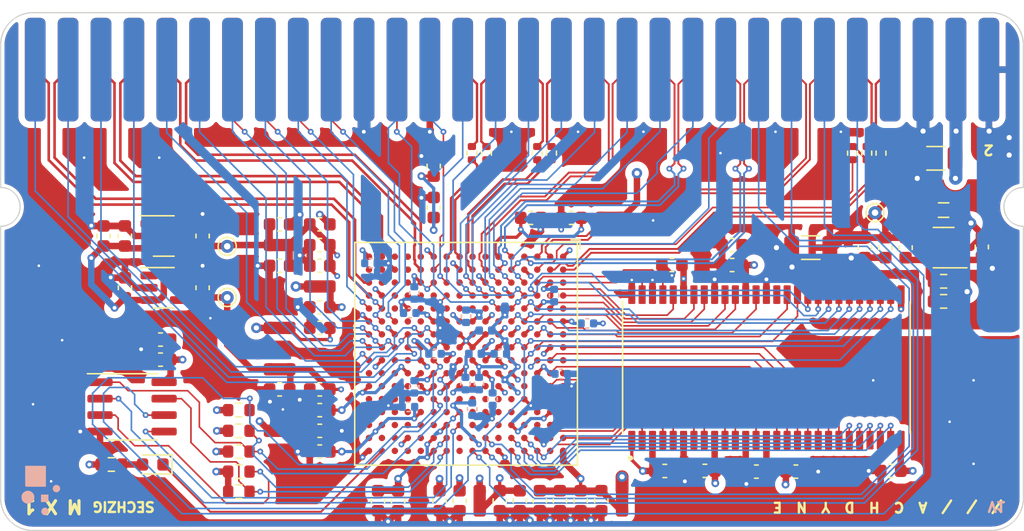
<source format=kicad_pcb>
(kicad_pcb (version 20221018) (generator pcbnew)
  (layers (0 "F.Cu" signal) (1 "In1.Cu" signal) (2 "In2.Cu" signal) (31 "B.Cu" signal) (34 "B.Paste" user) (35 "F.Paste" user) (36 "B.SilkS" user "B.Silkscreen") (37 "F.SilkS" user "F.Silkscreen") (38 "B.Mask" user) (39 "F.Mask" user) (44 "Edge.Cuts" user))
  (net 0 "")
  (net 1 "/PWR1V0")
  (net 2 "/PWR1V8")
  (net 3 "Net-(U4-FB)")
  (net 4 "/VCCINT")
  (net 5 "Net-(D1-A)")
  (net 6 "/SYS_CLK48")
  (net 7 "Net-(U4-SW)")
  (net 9 "/USBD_PU")
  (net 13 "/CSPI_SCK")
  (net 17 "/VCCIOZ")
  (net 23 "/CSPI_DQ0")
  (net 24 "/CSPI_DQ1")
  (net 25 "/CSPI_DQ2")
  (net 26 "/CSPI_DQ3")
  (net 28 "/VCCIOA")
  (net 34 "/VCCIOB")
  (net 35 "/VCCADC")
  (net 36 "/GNDADC")
  (net 37 "/VCCAUX")
  (net 43 "/INIT")
  (net 44 "/CSPI_SS")
  (net 45 "/VCCBRAM")
  (net 51 "/VCCIOC")
  (net 58 "/VCCIOD")
  (net 62 "/PWR2V5")
  (net 63 "/USBD_N")
  (net 64 "/USBD_P")
  (net 73 "/USBH1_P")
  (net 74 "/USBH1_N")
  (net 75 "/DDMI_CK_N")
  (net 76 "GND")
  (net 78 "/DDMI_CK_P")
  (net 79 "/PWR5V0")
  (net 81 "/PWR3V3")
  (net 82 "/DDMI_D0_N")
  (net 84 "/DDMI_D0_P")
  (net 85 "/DRAM_DQ13")
  (net 86 "/DRAM_DQ15")
  (net 87 "/DRAM_DQ12")
  (net 88 "/DRAM_DQ14")
  (net 89 "/DRAM_DQ11")
  (net 90 "/DRAM_DQ9")
  (net 91 "/DRAM_DQ10")
  (net 93 "/DRAM_DQ8")
  (net 94 "/DRAM_DQ0")
  (net 95 "/DDMI_D1_N")
  (net 96 "/DRAM_DQ2")
  (net 97 "/DRAM_DQ1")
  (net 98 "/DRAM_DQ3")
  (net 99 "/DRAM_DQ6")
  (net 100 "/DRAM_DQ4")
  (net 101 "/DRAM_DQ7")
  (net 102 "/DRAM_DQ5")
  (net 104 "/DDMI_D1_P")
  (net 105 "/DRAM_CKE")
  (net 107 "/DDMI_D2_N")
  (net 108 "/DRAM_A10")
  (net 110 "/DDMI_D2_P")
  (net 111 "/DRAM_LDQM")
  (net 112 "/DRAM_A3")
  (net 113 "/DRAM_A0")
  (net 114 "/DRAM_A12")
  (net 115 "/DRAM_WE")
  (net 116 "/DRAM_A5")
  (net 117 "/DRAM_A2")
  (net 118 "/DRAM_A1")
  (net 119 "/DRAM_A4")
  (net 120 "/DRAM_A7")
  (net 121 "/DRAM_A9")
  (net 122 "/DRAM_A11")
  (net 123 "/DRAM_A6")
  (net 124 "/DRAM_CAS")
  (net 125 "/DRAM_RAS")
  (net 126 "/DRAM_CS")
  (net 127 "/DRAM_A8")
  (net 159 "/DRAM_BS0")
  (net 160 "/DRAM_BS1")
  (net 161 "/DRAM_CLK")
  (net 162 "/DRAM_UDQM")
  (net 163 "/SYS_PG")
  (net 164 "/USBDC_N")
  (net 165 "/SYS_RST_N")
  (net 166 "/USBDC_P")
  (net 167 "/AUD_DIN")
  (net 168 "/AUD_BCK")
  (net 169 "/AUD_WS")
  (net 170 "/ETH_TX0")
  (net 171 "/ETH_TX1")
  (net 172 "/ETH_RX0")
  (net 173 "/ETH_RX1")
  (net 174 "/ETH_TXEN")
  (net 175 "/ETH_CRS_DV")
  (net 176 "/USBHC0_N")
  (net 177 "/ETH_RST_N")
  (net 178 "/USBHC0_P")
  (net 179 "/ETH_CLK50")
  (net 180 "/USBHC1_N")
  (net 181 "/USBH0_P")
  (net 182 "/USBHC1_P")
  (net 183 "/USBH0_N")
  (net 184 "/DS0_P")
  (net 185 "/SD_SCK")
  (net 186 "/UART_TX")
  (net 187 "/SD_SS")
  (net 188 "/UART_RX")
  (net 189 "/SD_MISO")
  (net 190 "/DS1_N")
  (net 191 "/SD_MOSI")
  (net 192 "/DS1_P")
  (net 193 "/SD_D1")
  (net 194 "/DS0_N")
  (net 195 "/SD_D2")
  (net 196 "/DS2_N")
  (net 197 "/JTAG_TMS")
  (net 198 "/DS2_P")
  (net 199 "/JTAG_TDI")
  (net 200 "/JTAG_TDO")
  (net 201 "/XA")
  (net 202 "/JTAG_TCK")
  (net 203 "/XB")
  (net 204 "/XC")
  (net 205 "/XD")
  (net 206 "/LED")
  (net 207 "/SD_CD_N")
  (footprint "TestPoint:TestPoint_THTPad_D1.0mm_Drill0.5mm" (layer "F.Cu") (at 117.5 122)
    (fp_text reference "TP2" hide)
    (fp_text value "TP_PWR1V8" hide)
  )
  (footprint "Capacitor_SMD:C_0603_1608Metric" (layer "F.Cu") (at 144.075 115.85)
    (fp_text reference "C81" hide)
    (fp_text value "4.7uF" hide)
  )
  (footprint "Capacitor_SMD:C_0603_1608Metric" (layer "F.Cu") (at 140.95 115.85 180)
    (fp_text reference "C85" hide)
    (fp_text value "470nF" hide)
  )
  (footprint "LD-CONNECTORS:LD-NETTIE-0603" (layer "F.Cu") (at 148 137.7 -90)
    (fp_text reference "JP3" hide)
    (fp_text value "SolderJumper_2_Bridged" hide)
  )
  (footprint "Capacitor_SMD:C_0603_1608Metric" (layer "F.Cu") (at 124.65 117.95)
    (fp_text reference "C83" hide)
    (fp_text value "470nF" hide)
  )
  (footprint "LD-CONNECTORS:LD-NETTIE-0603" (layer "F.Cu") (at 121.55 132.3)
    (fp_text reference "JP2" hide)
    (fp_text value "SolderJumper_2_Bridged" hide)
  )
  (footprint "Capacitor_SMD:C_0603_1608Metric" (layer "F.Cu") (at 133.45 115.05 -90)
    (fp_text reference "C93" hide)
    (fp_text value "470nF" hide)
  )
  (footprint "LD-CONNECTORS:LD-NETTIE-0603" (layer "F.Cu") (at 121.55 127.55)
    (fp_text reference "JP4" hide)
    (fp_text value "SolderJumper_2_Bridged" hide)
  )
  (footprint "Capacitor_SMD:C_0603_1608Metric" (layer "F.Cu") (at 133.45 111.85 -90)
    (fp_text reference "C77" hide)
    (fp_text value "4.7uF" hide)
  )
  (footprint "Resistor_SMD:R_0603_1608Metric" (layer "F.Cu") (at 118.4 135.45)
    (fp_text reference "R21" hide)
    (fp_text value "4K7" hide)
  )
  (footprint "Capacitor_SMD:C_0603_1608Metric" (layer "F.Cu") (at 121.55 119.55)
    (fp_text reference "C75" hide)
    (fp_text value "4.7uF" hide)
  )
  (footprint "Capacitor_SMD:C_0603_1608Metric" (layer "F.Cu") (at 151.3 135.4 180)
    (fp_text reference "C4" hide)
    (fp_text value "100nF" hide)
  )
  (footprint "Capacitor_SMD:C_0603_1608Metric" (layer "F.Cu") (at 124.65 130.7)
    (fp_text reference "C39" hide)
    (fp_text value "470nF" hide)
  )
  (footprint "Capacitor_SMD:C_0603_1608Metric" (layer "F.Cu") (at 156.5 117.95)
    (fp_text reference "C7" hide)
    (fp_text value "10uF" hide)
  )
  (footprint "Capacitor_SMD:C_0603_1608Metric" (layer "F.Cu") (at 124.65 132.3 180)
    (fp_text reference "C19" hide)
    (fp_text value "4.7uF" hide)
  )
  (footprint "Capacitor_SMD:C_0603_1608Metric" (layer "F.Cu") (at 124.65 133.9)
    (fp_text reference "C46" hide)
    (fp_text value "470nF" hide)
  )
  (footprint "Capacitor_SMD:C_0603_1608Metric" (layer "F.Cu") (at 124.65 116.35 180)
    (fp_text reference "C79" hide)
    (fp_text value "4.7uF" hide)
  )
  (footprint "Package_TO_SOT_SMD:SOT-23-6" (layer "F.Cu") (at 172.8375 118.15 180)
    (fp_text reference "U4" hide)
    (fp_text value "TLV62568DDC" hide)
  )
  (footprint "Capacitor_SMD:C_0603_1608Metric" (layer "F.Cu") (at 154.4 135.3925)
    (fp_text reference "C5" hide)
    (fp_text value "100nF" hide)
  )
  (footprint "Capacitor_SMD:C_0603_1608Metric" (layer "F.Cu") (at 115.6 121.25 90)
    (fp_text reference "C12" hide)
    (fp_text value "1uF" hide)
  )
  (footprint "Capacitor_SMD:C_0603_1608Metric" (layer "F.Cu") (at 130.7 137.7 90)
    (fp_text reference "C32" hide)
    (fp_text value "470nF" hide)
  )
  (footprint "Package_SO:SOIC-8_3.9x4.9mm_P1.27mm" (layer "F.Cu") (at 110.15 130.45)
    (fp_text reference "U6" hide)
    (fp_text value "W25Q32JVSS" hide)
  )
  (footprint "Resistor_SMD:R_0603_1608Metric" (layer "F.Cu") (at 118.4 130.7)
    (fp_text reference "R15" hide)
    (fp_text value "4K7" hide)
  )
  (footprint "Capacitor_SMD:C_0603_1608Metric" (layer "F.Cu") (at 129.15 137.7 90)
    (fp_text reference "C24" hide)
    (fp_text value "4.7uF" hide)
  )
  (footprint "Capacitor_SMD:C_0603_1608Metric" (layer "F.Cu") (at 138.55 137.7 90)
    (fp_text reference "C22" hide)
    (fp_text value "470nF" hide)
  )
  (footprint "Resistor_SMD:R_0603_1608Metric" (layer "F.Cu") (at 172.8375 122.3 180)
    (fp_text reference "R8" hide)
    (fp_text value "100K" hide)
  )
  (footprint "Resistor_SMD:R_0402_1005Metric" (layer "F.Cu") (at 166.9 110.85 -90)
    (fp_text reference "R2" hide)
    (fp_text value "22R" hide)
  )
  (footprint "Capacitor_SMD:C_0603_1608Metric" (layer "F.Cu") (at 161.425 135.45 180)
    (fp_text reference "C8" hide)
    (fp_text value "10uF" hide)
  )
  (footprint "Capacitor_SMD:C_0603_1608Metric" (layer "F.Cu") (at 156.5 119.4925)
    (fp_text reference "C3" hide)
    (fp_text value "100nF" hide)
  )
  (footprint "LD-CONNECTORS:LD-NETTIE-0603" (layer "F.Cu") (at 137 137.7 -90)
    (fp_text reference "JP8" hide)
    (fp_text value "SolderJumper_2_Bridged" hide)
  )
  (footprint "LD-ARTIX:BGA-256_17.0x17.0mm_Layout16x16_P1.0mm_Ball0.5mm_Pad0.5mm_NSMD" (layer "F.Cu") (at 135.95 126.35 -90)
    (fp_text reference "U2" hide)
    (fp_text value "XC7A35T-FTG256" hide)
  )
  (footprint "Capacitor_SMD:C_1206_3216Metric" (layer "F.Cu") (at 162.575 118.15)
    (fp_text reference "C66" hide)
    (fp_text value "100uF" hide)
  )
  (footprint "Resistor_SMD:R_0603_1608Metric" (layer "F.Cu") (at 118.4 137)
    (fp_text reference "R22" hide)
    (fp_text value "4K7" hide)
  )
  (footprint "Capacitor_SMD:C_0603_1608Metric" (layer "F.Cu") (at 168.75 135.3925)
    (fp_text reference "C1" hide)
    (fp_text value "100nF" hide)
  )
  (footprint "Capacitor_SMD:C_0603_1608Metric" (layer "F.Cu") (at 141.65 137.7 90)
    (fp_text reference "C21" hide)
    (fp_text value "4.7uF" hide)
  )
  (footprint "TestPoint:TestPoint_THTPad_D1.0mm_Drill0.5mm" (layer "F.Cu") (at 117.5 118.05)
    (fp_text reference "TP3" hide)
    (fp_text value "TP_PWR2V5" hide)
  )
  (footprint "Inductor_SMD:L_0805_2012Metric" (layer "F.Cu") (at 172.8375 115.25 180)
    (fp_text reference "L2" hide)
    (fp_text value "INDUCTOR" hide)
  )
  (footprint "Resistor_SMD:R_0402_1005Metric" (layer "F.Cu") (at 165.8 110.85 -90)
    (fp_text reference "R16" hide)
    (fp_text value "1K5" hide)
  )
  (footprint "Capacitor_SMD:C_0603_1608Metric" (layer "F.Cu") (at 112.35 126.8 180)
    (fp_text reference "C16" hide)
    (fp_text value "100nF" hide)
  )
  (footprint "Resistor_SMD:R_0402_1005Metric" (layer "F.Cu") (at 136.4 110.85 -90)
    (fp_text reference "R3" hide)
    (fp_text value "22R" hide)
  )
  (footprint "Capacitor_SMD:C_0603_1608Metric" (layer "F.Cu") (at 166.75 118.15 -90)
    (fp_text reference "C14" hide)
    (fp_text value "22uF" hide)
  )
  (footprint "Package_TO_SOT_SMD:SOT-23-5" (layer "F.Cu") (at 112.6 121.25)
    (fp_text reference "U5" hide)
    (fp_text value "NCP164ASN180T1G" hide)
  )
  (footprint "Resistor_SMD:R_0402_1005Metric" (layer "F.Cu") (at 137.525 110.85 -90)
    (fp_text reference "R4" hide)
    (fp_text value "22R" hide)
  )
  (footprint "Package_TO_SOT_SMD:SOT-23-5" (layer "F.Cu") (at 112.6 117.25)
    (fp_text reference "U7" hide)
    (fp_text value "TLV73325PDBV" hide)
  )
  (footprint "Capacitor_SMD:C_0603_1608Metric" (layer "F.Cu") (at 175.7875 118.1 90)
    (fp_text reference "C9" hide)
    (fp_text value "4.7uF" hide)
  )
  (footprint "Capacitor_SMD:C_0603_1608Metric" (layer "F.Cu") (at 124.65 122.75)
    (fp_text reference "C68" hide)
    (fp_text value "4.7uF" hide)
  )
  (footprint "Capacitor_SMD:C_0603_1608Metric" (layer "F.Cu") (at 107.95 117.25 90)
    (fp_text reference "C27" hide)
    (fp_text value "22uF" hide)
  )
  (footprint "Capacitor_SMD:C_0603_1608Metric" (layer "F.Cu") (at 144.8 137.7 90)
    (fp_text reference "C41" hide)
    (fp_text value "470nF" hide)
  )
  (footprint "LD-MEMORY:SOP80P1176X120-54N" (layer "F.Cu") (at 159.15 127.4 90)
    (fp_text reference "U1" hide)
    (fp_text value "W9825G6KH-6" hide)
  )
  (footprint "Capacitor_SMD:C_0603_1608Metric" (layer "F.Cu") (at 151.85 119.4925)
    (fp_text reference "C2" hide)
    (fp_text value "100nF" hide)
  )
  (footprint "Resistor_SMD:R_0402_1005Metric" (layer "F.Cu") (at 141.45 110.85 -90)
    (fp_text reference "R5" hide)
    (fp_text value "22R" hide)
  )
  (footprint "Resistor_SMD:R_0402_1005Metric" (layer "F.Cu") (at 142.55 110.85 -90)
    (fp_text reference "R6" hide)
    (fp_text value "22R" hide)
  )
  (footprint "LD-CONNECTORS:LD-NETTIE-0603" (layer "F.Cu") (at 124.65 121.15)
    (fp_text reference "JP1" hide)
    (fp_text value "SolderJumper_2_Bridged" hide)
  )
  (footprint "Capacitor_SMD:C_0603_1608Metric" (layer "F.Cu") (at 124.65 119.55)
    (fp_text reference "C87" hide)
    (fp_text value "470nF" hide)
  )
  (footprint "Capacitor_SMD:C_0603_1608Metric" (layer "F.Cu") (at 140.1 137.7 90)
    (fp_text reference "C20" hide)
    (fp_text value "47uF" hide)
  )
  (footprint "Capacitor_SMD:C_0603_1608Metric" (layer "F.Cu") (at 109.6 117.25 90)
    (fp_text reference "C10" hide)
    (fp_text value "1uF" hide)
  )
  (footprint "Capacitor_SMD:C_0603_1608Metric" (layer "F.Cu") (at 121.55 116.35 180)
    (fp_text reference "C73" hide)
    (fp_text value "47uF" hide)
  )
  (footprint "Capacitor_SMD:C_0603_1608Metric" (layer "F.Cu") (at 168.3375 118.15 -90)
    (fp_text reference "C13" hide)
    (fp_text value "22uF" hide)
  )
  (footprint "Resistor_SMD:R_0603_1608Metric" (layer "F.Cu") (at 118.4 132.3)
    (fp_text reference "R7" hide)
    (fp_text value "4K7" hide)
  )
  (footprint "Capacitor_SMD:C_0603_1608Metric" (layer "F.Cu") (at 112.35 125.25 180)
    (fp_text reference "C31" hide)
    (fp_text value "1uF" hide)
  )
  (footprint "Resistor_SMD:R_0603_1608Metric" (layer "F.Cu") (at 172.8375 120.75)
    (fp_text reference "R9" hide)
    (fp_text value "150K" hide)
  )
  (footprint "LED_SMD:LED_0603_1608Metric" (layer "F.Cu") (at 111.75 134.9 180)
    (fp_text reference "D1" hide)
    (fp_text value "LED" hide)
  )
  (footprint "LD-CONNECTORS:LD-NETTIE-0603" (layer "F.Cu") (at 121.55 124.35)
    (fp_text reference "JP5" hide)
    (fp_text value "SolderJumper_2_Bridged" hide)
  )
  (footprint "Capacitor_SMD:C_0603_1608Metric" (layer "F.Cu") (at 115.6 117.25 90)
    (fp_text reference "C35" hide)
    (fp_text value "4.7uF" hide)
  )
  (footprint "Capacitor_SMD:C_0603_1608Metric" (layer "F.Cu") (at 124.65 124.35)
    (fp_text reference "C18" hide)
    (fp_text value "47uF" hide)
  )
  (footprint "LD-CONNECTORS:LD-NETTIE-0603" (layer "F.Cu") (at 121.55 117.95)
    (fp_text reference "JP6" hide)
    (fp_text value "SolderJumper_2_Bridged" hide)
  )
  (footprint "Capacitor_SMD:C_0603_1608Metric" (layer "F.Cu") (at 121.55 129.1)
    (fp_text reference "C17" hide)
    (fp_text value "47uF" hide)
  )
  (footprint "Capacitor_SMD:C_0603_1608Metric" (layer "F.Cu") (at 146.4 137.7 90)
    (fp_text reference "C28" hide)
    (fp_text value "4.7uF" hide)
  )
  (footprint "Capacitor_SMD:C_0603_1608Metric" (layer "F.Cu") (at 133.9 137.7 90)
    (fp_text reference "C67" hide)
    (fp_text value "4.7uF" hide)
  )
  (footprint "Resistor_SMD:R_0402_1005Metric" (layer "F.Cu") (at 168 110.85 -90)
    (fp_text reference "R1" hide)
    (fp_text value "22R" hide)
  )
  (footprint "Capacitor_SMD:C_0603_1608Metric" (layer "F.Cu") (at 135.45 137.7 90)
    (fp_text reference "C23" hide)
    (fp_text value "4.7uF" hide)
  )
  (footprint "Capacitor_SMD:C_1206_3216Metric" (layer "F.Cu") (at 172.25 111.25)
    (fp_text reference "C15" hide)
    (fp_text value "100uF" hide)
  )
  (footprint "LD-CONNECTORS:LD-NETTIE-0603" (layer "F.Cu") (at 147.175 115.85 180)
    (fp_text reference "JP7" hide)
    (fp_text value "SolderJumper_2_Bridged" hide)
  )
  (footprint "Capacitor_SMD:C_0603_1608Metric" (layer "F.Cu") (at 109.6 121.25 90)
    (fp_text reference "C33" hide)
    (fp_text value "4.7uF" hide)
  )
  (footprint "Capacitor_SMD:C_0603_1608Metric" (layer "F.Cu") (at 124.65 129.1)
    (fp_text reference "C30" hide)
    (fp_text value "4.7uF" hide)
  )
  (footprint "Resistor_SMD:R_0603_1608Metric" (layer "F.Cu") (at 118.4 133.9)
    (fp_text reference "R20" hide)
    (fp_text value "2K2" hide)
  )
  (footprint "Capacitor_SMD:C_0603_1608Metric" (layer "F.Cu") (at 158.375 135.45)
    (fp_text reference "C6" hide)
    (fp_text value "100nF" hide)
  )
  (footprint "Capacitor_SMD:C_0603_1608Metric" (layer "F.Cu") (at 169.9 118.15 -90)
    (fp_text reference "C11" hide)
    (fp_text value "10pF" hide)
  )
  (footprint "Capacitor_SMD:C_0603_1608Metric" (layer "F.Cu") (at 143.2 137.7 90)
    (fp_text reference "C34" hide)
    (fp_text value "470nF" hide)
  )
  (footprint "TestPoint:TestPoint_THTPad_D1.0mm_Drill0.5mm" (layer "F.Cu") (at 167.5375 115.45 -90)
    (fp_text reference "TP1" hide)
    (fp_text value "TP_PWR1V1" hide)
  )
  (footprint "Resistor_SMD:R_0603_1608Metric" (layer "F.Cu") (at 108.55 134.9)
    (fp_text reference "R10" hide)
    (fp_text value "1K" hide)
  )
  (footprint "Inductor_SMD:L_0402_1005Metric" (layer "B.Cu") (at 137.45 124.55 180)
    (fp_text reference "FB2" hide)
    (fp_text value "FerriteBead_Small" hide)
  )
  (footprint "Inductor_SMD:L_0402_1005Metric" (layer "B.Cu") (at 136.65 126.35)
    (fp_text reference "FB1" hide)
    (fp_text value "FerriteBead_Small" hide)
  )
  (footprint "Capacitor_SMD:C_0402_1005Metric" (layer "B.Cu") (at 131.95 128.9 90)
    (fp_text reference "C36" hide)
    (fp_text value "470nF" hide)
  )
  (footprint "Capacitor_SMD:C_0402_1005Metric" (layer "B.Cu") (at 131.95 121.65 90)
    (fp_text reference "C95" hide)
    (fp_text value "470nF" hide)
  )
  (footprint "LD-EDGE:MACHDYNE_EDGE_60P" (layer "B.Cu") (at 139.5 104.4 90)
    (fp_text reference "U3" hide)
    (fp_text value "MACHDYNE-SECHZIG-60P" hide)
  )
  (footprint "Capacitor_SMD:C_0402_1005Metric" (layer "B.Cu") (at 131.6 123.2)
    (fp_text reference "C37" hide)
    (fp_text value "470nF" hide)
  )
  (footprint "Capacitor_SMD:C_0402_1005Metric" (layer "B.Cu") (at 142.75 121.85 90)
    (fp_text reference "C97" hide)
    (fp_text value "470nF" hide)
  )
  (footprint "Capacitor_SMD:C_0402_1005Metric" (layer "B.Cu") (at 136.425 130.625 90)
    (fp_text reference "C55" hide)
    (fp_text value "470nF" hide)
  )
  (footprint "Capacitor_SMD:C_0402_1005Metric" (layer "B.Cu") (at 131.5 130.45)
    (fp_text reference "C53" hide)
    (fp_text value "470nF" hide)
  )
  (footprint "Capacitor_SMD:C_0402_1005Metric" (layer "B.Cu") (at 143.3 127.9 180)
    (fp_text reference "C48" hide)
    (fp_text value "470nF" hide)
  )
  (footprint "Capacitor_SMD:C_0402_1005Metric" (layer "B.Cu") (at 135.95 123.45 -90)
    (fp_text reference "C70" hide)
    (fp_text value "470nF" hide)
  )
  (footprint "Capacitor_SMD:C_0402_1005Metric" (layer "B.Cu") (at 133.55 126.35)
    (fp_text reference "C69" hide)
    (fp_text value "470nF" hide)
  )
  (footprint "Capacitor_SMD:C_0402_1005Metric" (layer "B.Cu") (at 138 129.85 90)
    (fp_text reference "C50" hide)
    (fp_text value "470nF" hide)
  )
  (footprint "Capacitor_SMD:C_0402_1005Metric" (layer "B.Cu") (at 145.32 124 180)
    (fp_text reference "C89" hide)
    (fp_text value "470nF" hide)
  )
  (footprint "Capacitor_SMD:C_0402_1005Metric" (layer "B.Cu") (at 136.95 128.65 90)
    (fp_text reference "C71" hide)
    (fp_text value "470nF" hide)
  )
  (footprint "Capacitor_SMD:C_0402_1005Metric" (layer "B.Cu") (at 135.9 128.65 90)
    (fp_text reference "C43" hide)
    (fp_text value "470nF" hide)
  )
  (footprint "Capacitor_SMD:C_0402_1005Metric" (layer "B.Cu") (at 128.6 119.35 180)
    (fp_text reference "C91" hide)
    (fp_text value "470nF" hide)
  )
  (footprint "LD-LOGO:ld-kicad" (layer "B.Cu") (at 102.95 136.85)
    (fp_text reference "G***" hide)
    (fp_text value "LOGO" hide)
  )
  (footprint "Capacitor_SMD:C_0402_1005Metric" (layer "B.Cu") (at 138.6 126.35 180)
    (fp_text reference "C26" hide)
    (fp_text value "470nF" hide)
  )
  (gr_arc (start 179 116.5) (mid 177.5 115) (end 179 113.5) (stroke (width 0.1)) (layer "Edge.Cuts"))
  (gr_line (start 179 102.5) (end 179 113.5) (stroke (width 0.1)) (layer "Edge.Cuts"))
  (gr_line (start 100 102.5) (end 100 113.5) (stroke (width 0.1)) (layer "Edge.Cuts"))
  (gr_line (start 100 137.5) (end 100 116.5) (stroke (width 0.1)) (layer "Edge.Cuts"))
  (gr_line (start 179 116.5) (end 179 137.5) (stroke (width 0.1)) (layer "Edge.Cuts"))
  (gr_line (start 102.5 100) (end 176.5 100) (stroke (width 0.1)) (layer "Edge.Cuts"))
  (gr_line (start 176.5 140) (end 102.5 140) (stroke (width 0.1)) (layer "Edge.Cuts"))
  (gr_arc (start 179 137.5) (mid 178.267767 139.267767) (end 176.5 140) (stroke (width 0.1)) (layer "Edge.Cuts"))
  (gr_arc (start 176.5 100) (mid 178.267767 100.732233) (end 179 102.5) (stroke (width 0.1)) (layer "Edge.Cuts"))
  (gr_arc (start 100 113.5) (mid 101.5 115) (end 100 116.5) (stroke (width 0.1)) (layer "Edge.Cuts"))
  (gr_arc (start 100 102.5) (mid 100.732233 100.732233) (end 102.5 100) (stroke (width 0.1)) (layer "Edge.Cuts"))
  (gr_arc (start 102.5 140) (mid 100.732233 139.267767) (end 100 137.5) (stroke (width 0.1)) (layer "Edge.Cuts"))
  (gr_text "V1" (at 176.95 138.15 -180) (layer "B.SilkS") (effects (font (size 0.75 0.75) (thickness 0.1875)) (justify mirror)))
  (gr_text "M X 1" (at 104 138.15 180) (layer "F.SilkS") (effects (font (size 1 1) (thickness 0.25))))
  (gr_text "SECHZIG" (at 109.5 138.15 180) (layer "F.SilkS") (effects (font (size 0.75 0.75) (thickness 0.1875))))
  (gr_text "/  /  /  A  C  H  D  Y  N  E" (at 168.5 138.2 180) (layer "F.SilkS") (effects (font (size 0.75 0.75) (thickness 0.1875))))
  (gr_text "2" (at 176.3 110.6 180) (layer "F.SilkS") (effects (font (size 0.75 0.75) (thickness 0.1875))))
  (segment (start 166.75 117.375) (end 164.825 117.375) (width 1) (layer "F.Cu") (net 1))
  (segment (start 168.3375 117.375) (end 169.9 117.375) (width 0.5) (layer "F.Cu") (net 1))
  (segment (start 164.825 117.375) (end 164.05 118.15) (width 1) (layer "F.Cu") (net 1))
  (segment (start 137 136.875) (end 137 135.975) (width 0.5) (layer "F.Cu") (net 1))
  (segment (start 123.825 121.15) (end 122.8 121.15) (width 0.5) (layer "F.Cu") (net 1))
  (segment (start 166.75 117.375) (end 168.3375 117.375) (width 0.5) (layer "F.Cu") (net 1))
  (via (at 137 135.975) (size 0.6) (drill 0.3) (layers "F.Cu" "B.Cu") (net 1))
  (via (at 122.8 121.15) (size 0.8) (drill 0.4) (layers "F.Cu" "B.Cu") (net 1))
  (segment (start 113.875 120.3) (end 115.6 122.025) (width 0.5) (layer "F.Cu") (net 2))
  (segment (start 117.5 122) (end 115.625 122) (width 0.5) (layer "F.Cu") (net 2))
  (segment (start 117.5 122) (end 117.5 125.65) (width 0.5) (layer "F.Cu") (net 2))
  (segment (start 113.7375 120.3) (end 113.875 120.3) (width 0.5) (layer "F.Cu") (net 2))
  (segment (start 119.4 127.55) (end 120.725 127.55) (width 0.5) (layer "F.Cu") (net 2))
  (segment (start 115.625 122) (end 115.6 122.025) (width 0.5) (layer "F.Cu") (net 2))
  (segment (start 117.5 125.65) (end 119.4 127.55) (width 0.5) (layer "F.Cu") (net 2))
  (segment (start 171.7 119.1) (end 171.7 120.4375) (width 0.5) (layer "F.Cu") (net 3))
  (segment (start 171.7 119.1) (end 170.075 119.1) (width 0.5) (layer "F.Cu") (net 3))
  (segment (start 172.0125 120.75) (end 172.0125 122.3) (width 0.5) (layer "F.Cu") (net 3))
  (segment (start 170.075 119.1) (end 169.9 118.925) (width 0.5) (layer "F.Cu") (net 3))
  (segment (start 171.7 120.4375) (end 172.0125 120.75) (width 0.5) (layer "F.Cu") (net 3))
  (segment (start 135.45 123.85) (end 134.95 123.35) (width 0.25) (layer "F.Cu") (net 4))
  (segment (start 125.475 122.7) (end 125.425 122.75) (width 0.5) (layer "F.Cu") (net 4))
  (segment (start 125.475 121.15) (end 125.475 122.7) (width 0.5) (layer "F.Cu") (net 4))
  (segment (start 136.45 126.85) (end 136.95 127.35) (width 0.25) (layer "F.Cu") (net 4))
  (segment (start 134.45 126.85) (end 134.95 126.35) (width 0.25) (layer "F.Cu") (net 4))
  (segment (start 133.9 136.925) (end 133.9 136) (width 0.5) (layer "F.Cu") (net 4))
  (segment (start 138.45 126.85) (end 138.95 127.35) (width 0.25) (layer "F.Cu") (net 4))
  (segment (start 126.35 122.75) (end 125.425 122.75) (width 0.5) (layer "F.Cu") (net 4))
  (segment (start 137.45 123.85) (end 137.95 123.35) (width 0.25) (layer "F.Cu") (net 4))
  (segment (start 133.45 125.85) (end 132.95 125.35) (width 0.25) (layer "F.Cu") (net 4))
  (segment (start 138.45 124.85) (end 138.95 124.35) (width 0.25) (layer "F.Cu") (net 4))
  (via (at 133.9 136) (size 0.6) (drill 0.3) (layers "F.Cu" "B.Cu") (net 4))
  (via (at 134.95 126.35) (size 0.45) (drill 0.2) (layers "F.Cu" "B.Cu") (net 4))
  (via (at 138.95 124.35) (size 0.45) (drill 0.2) (layers "F.Cu" "B.Cu") (net 4))
  (via (at 134.95 123.35) (size 0.45) (drill 0.2) (layers "F.Cu" "B.Cu") (net 4))
  (via (at 137.95 123.35) (size 0.45) (drill 0.2) (layers "F.Cu" "B.Cu") (net 4))
  (via (at 132.95 125.35) (size 0.45) (drill 0.2) (layers "F.Cu" "B.Cu") (net 4))
  (via (at 138.95 127.35) (size 0.45) (drill 0.2) (layers "F.Cu" "B.Cu") (net 4))
  (via (at 136.95 127.35) (size 0.45) (drill 0.2) (layers "F.Cu" "B.Cu") (net 4))
  (via (at 126.35 122.75) (size 0.6) (drill 0.3) (layers "F.Cu" "B.Cu") (net 4))
  (segment (start 136.95 127.35) (end 138.95 127.35) (width 0.25) (layer "B.Cu") (net 4))
  (segment (start 135.53 123.93) (end 134.95 123.35) (width 0.25) (layer "B.Cu") (net 4))
  (segment (start 136.95 128.17) (end 136.95 127.35) (width 0.25) (layer "B.Cu") (net 4))
  (segment (start 134.03 126.35) (end 134.95 126.35) (width 0.25) (layer "B.Cu") (net 4))
  (segment (start 135.95 123.93) (end 135.53 123.93) (width 0.25) (layer "B.Cu") (net 4))
  (segment (start 110.9625 134.9) (end 109.375 134.9) (width 0.5) (layer "F.Cu") (net 5))
  (segment (start 130.61 104.4) (end 130.61 109.19) (width 0.125) (layer "F.Cu") (net 6))
  (segment (start 130.61 109.19) (end 130.6 109.2) (width 0.125) (layer "F.Cu") (net 6))
  (segment (start 138.45 122.85) (end 137.95 122.35) (width 0.125) (layer "F.Cu") (net 6))
  (via (at 130.6 109.2) (size 0.45) (drill 0.2) (layers "F.Cu" "B.Cu") (net 6))
  (via (at 137.95 122.35) (size 0.45) (drill 0.2) (layers "F.Cu" "B.Cu") (net 6))
  (segment (start 134.75 122.35) (end 133.45 121.05) (width 0.125) (layer "B.Cu") (net 6))
  (segment (start 137.95 122.35) (end 134.75 122.35) (width 0.125) (layer "B.Cu") (net 6))
  (segment (start 133.45 121.05) (end 133.45 117.95) (width 0.125) (layer "B.Cu") (net 6))
  (segment (start 133.45 117.95) (end 131.75 116.25) (width 0.125) (layer "B.Cu") (net 6))
  (segment (start 131.75 110.35) (end 130.6 109.2) (width 0.125) (layer "B.Cu") (net 6))
  (segment (start 131.75 116.25) (end 131.75 110.35) (width 0.125) (layer "B.Cu") (net 6))
  (segment (start 173.9 117.125) (end 173.975 117.2) (width 0.5) (layer "F.Cu") (net 7))
  (segment (start 173.9 115.25) (end 173.9 117.125) (width 0.5) (layer "F.Cu") (net 7))
  (segment (start 155 115.05) (end 152.16628 117.88372) (width 0.125) (layer "F.Cu") (net 9))
  (segment (start 165.8 113.75) (end 164.5 115.05) (width 0.125) (layer "F.Cu") (net 9))
  (segment (start 165.8 111.36) (end 165.8 113.75) (width 0.125) (layer "F.Cu") (net 9))
  (segment (start 142.95 118.4) (end 142.95 119.004074) (width 0.125) (layer "F.Cu") (net 9))
  (segment (start 152.16628 117.88372) (end 143.46628 117.88372) (width 0.125) (layer "F.Cu") (net 9))
  (segment (start 142.95 119.004074) (end 142.641574 119.3125) (width 0.125) (layer "F.Cu") (net 9))
  (segment (start 141.9875 119.3125) (end 141.45 119.85) (width 0.125) (layer "F.Cu") (net 9))
  (segment (start 142.641574 119.3125) (end 141.9875 119.3125) (width 0.125) (layer "F.Cu") (net 9))
  (segment (start 164.5 115.05) (end 155 115.05) (width 0.125) (layer "F.Cu") (net 9))
  (segment (start 143.46628 117.88372) (end 142.95 118.4) (width 0.125) (layer "F.Cu") (net 9))
  (segment (start 139.45 125.85) (end 139.95 125.35) (width 0.125) (layer "F.Cu") (net 13))
  (segment (start 112.625 131.085) (end 111.2 131.085) (width 0.125) (layer "F.Cu") (net 13))
  (via (at 111.2 131.085) (size 0.45) (drill 0.2) (layers "F.Cu" "B.Cu") (net 13))
  (via (at 139.95 125.35) (size 0.45) (drill 0.2) (layers "F.Cu" "B.Cu") (net 13))
  (segment (start 109.8 128.95) (end 110.35 129.5) (width 0.125) (layer "B.Cu") (net 13))
  (segment (start 137.109731 133.85) (end 136.6 133.85) (width 0.125) (layer "B.Cu") (net 13))
  (segment (start 110.35 129.5) (end 110.35 130.235) (width 0.125) (layer "B.Cu") (net 13))
  (segment (start 137.45 133.509731) (end 137.109731 133.85) (width 0.125) (layer "B.Cu") (net 13))
  (segment (start 107.95 131.6) (end 107.95 129.4) (width 0.125) (layer "B.Cu") (net 13))
  (segment (start 136.1 134.35) (end 136.1 136.125) (width 0.125) (layer "B.Cu") (net 13))
  (segment (start 137.45 132.7) (end 137.45 133.509731) (width 0.125) (layer "B.Cu") (net 13))
  (segment (start 110.35 130.235) (end 111.2 131.085) (width 0.125) (layer "B.Cu") (net 13))
  (segment (start 140.45 125.85) (end 140.45 129.7) (width 0.125) (layer "B.Cu") (net 13))
  (segment (start 139.95 125.35) (end 140.45 125.85) (width 0.125) (layer "B.Cu") (net 13))
  (segment (start 133.925 138.3) (end 114.65 138.3) (width 0.125) (layer "B.Cu") (net 13))
  (segment (start 136.6 133.85) (end 136.1 134.35) (width 0.125) (layer "B.Cu") (net 13))
  (segment (start 136.1 136.125) (end 133.925 138.3) (width 0.125) (layer "B.Cu") (net 13))
  (segment (start 114.65 138.3) (end 107.95 131.6) (width 0.125) (layer "B.Cu") (net 13))
  (segment (start 107.95 129.4) (end 108.4 128.95) (width 0.125) (layer "B.Cu") (net 13))
  (segment (start 108.4 128.95) (end 109.8 128.95) (width 0.125) (layer "B.Cu") (net 13))
  (segment (start 140.45 129.7) (end 137.45 132.7) (width 0.125) (layer "B.Cu") (net 13))
  (segment (start 122.375 124.35) (end 122.375 124.475) (width 0.25) (layer "F.Cu") (net 17))
  (segment (start 123.15 125.25) (end 125.45 125.25) (width 0.25) (layer "F.Cu") (net 17))
  (segment (start 125.425 125.225) (end 125.45 125.25) (width 0.25) (layer "F.Cu") (net 17))
  (segment (start 132.45 126.85) (end 132.95 127.35) (width 0.25) (layer "F.Cu") (net 17))
  (segment (start 139.45 124.85) (end 139.95 124.35) (width 0.25) (layer "F.Cu") (net 17))
  (segment (start 122.375 124.475) (end 123.15 125.25) (width 0.25) (layer "F.Cu") (net 17))
  (segment (start 125.425 124.35) (end 125.425 125.225) (width 0.25) (layer "F.Cu") (net 17))
  (segment (start 133.45 123.85) (end 132.95 123.35) (width 0.25) (layer "F.Cu") (net 17))
  (via (at 132.95 127.35) (size 0.45) (drill 0.2) (layers "F.Cu" "B.Cu") (net 17))
  (via (at 132.95 123.35) (size 0.45) (drill 0.2) (layers "F.Cu" "B.Cu") (net 17))
  (via (at 139.95 124.35) (size 0.45) (drill 0.2) (layers "F.Cu" "B.Cu") (net 17))
  (via (at 125.45 125.25) (size 0.45) (drill 0.2) (layers "F.Cu" "B.Cu") (net 17))
  (segment (start 132.8 123.2) (end 132.95 123.35) (width 0.25) (layer "B.Cu") (net 17))
  (segment (start 132.08 123.2) (end 132.8 123.2) (width 0.25) (layer "B.Cu") (net 17))
  (segment (start 112.625 132.355) (end 111.2 132.355) (width 0.125) (layer "F.Cu") (net 23))
  (segment (start 135.45 130.85) (end 134.95 131.35) (width 0.125) (layer "F.Cu") (net 23))
  (via (at 111.2 132.355) (size 0.45) (drill 0.2) (layers "F.Cu" "B.Cu") (net 23))
  (via (at 134.95 131.35) (size 0.45) (drill 0.2) (layers "F.Cu" "B.Cu") (net 23))
  (segment (start 134.45 136.467) (end 133.467 137.45) (width 0.125) (layer "B.Cu") (net 23))
  (segment (start 134.95 131.35) (end 134.45 131.85) (width 0.125) (layer "B.Cu") (net 23))
  (segment (start 116.3115 137.4665) (end 111.2 132.355) (width 0.125) (layer "B.Cu") (net 23))
  (segment (start 134.45 131.85) (end 134.45 136.467) (width 0.125) (layer "B.Cu") (net 23))
  (segment (start 133.467 137.45) (end 129.425 137.45) (width 0.125) (layer "B.Cu") (net 23))
  (segment (start 129.425 137.45) (end 129.4085 137.4665) (width 0.125) (layer "B.Cu") (net 23))
  (segment (start 129.4085 137.4665) (end 116.3115 137.4665) (width 0.125) (layer "B.Cu") (net 23))
  (segment (start 135.45 131.85) (end 134.95 132.35) (width 0.125) (layer "F.Cu") (net 24))
  (segment (start 107.675 129.815) (end 109.1 129.815) (width 0.125) (layer "F.Cu") (net 24))
  (via (at 109.1 129.815) (size 0.45) (drill 0.2) (layers "F.Cu" "B.Cu") (net 24))
  (via (at 134.95 132.35) (size 0.45) (drill 0.2) (layers "F.Cu" "B.Cu") (net 24))
  (segment (start 134.8 136.625) (end 133.575 137.85) (width 0.125) (layer "B.Cu") (net 24))
  (segment (start 134.8 135.05) (end 134.8 136.625) (width 0.125) (layer "B.Cu") (net 24))
  (segment (start 110.1 132.25) (end 110.1 130.815) (width 0.125) (layer "B.Cu") (net 24))
  (segment (start 134.95 132.35) (end 134.95 134.9) (width 0.125) (layer "B.Cu") (net 24))
  (segment (start 134.95 134.9) (end 134.8 135.05) (width 0.125) (layer "B.Cu") (net 24))
  (segment (start 133.575 137.85) (end 115.7 137.85) (width 0.125) (layer "B.Cu") (net 24))
  (segment (start 110.1 130.815) (end 109.1 129.815) (width 0.125) (layer "B.Cu") (net 24))
  (segment (start 115.7 137.85) (end 110.1 132.25) (width 0.125) (layer "B.Cu") (net 24))
  (segment (start 120.3 137.9) (end 117.416637 137.9) (width 0.125) (layer "F.Cu") (net 25))
  (segment (start 109.075 132.175) (end 109.075 131.325) (width 0.125) (layer "F.Cu") (net 25))
  (segment (start 117.416637 137.9) (end 112.966637 133.45) (width 0.125) (layer "F.Cu") (net 25))
  (segment (start 134.45 132.85) (end 133.95 133.35) (width 0.125) (layer "F.Cu") (net 25))
  (segment (start 108.835 131.085) (end 107.675 131.085) (width 0.125) (layer "F.Cu") (net 25))
  (segment (start 119.225 135.45) (end 120.05 135.45) (width 0.125) (layer "F.Cu") (net 25))
  (segment (start 109.075 131.325) (end 108.835 131.085) (width 0.125) (layer "F.Cu") (net 25))
  (segment (start 120.05 135.45) (end 120.7 136.1) (width 0.125) (layer "F.Cu") (net 25))
  (segment (start 110.35 133.45) (end 109.075 132.175) (width 0.125) (layer "F.Cu") (net 25))
  (segment (start 120.7 136.1) (end 120.7 137.5) (width 0.125) (layer "F.Cu") (net 25))
  (segment (start 120.7 137.5) (end 120.3 137.9) (width 0.125) (layer "F.Cu") (net 25))
  (segment (start 112.966637 133.45) (end 110.35 133.45) (width 0.125) (layer "F.Cu") (net 25))
  (via (at 120.05 135.45) (size 0.45) (drill 0.2) (layers "F.Cu" "B.Cu") (net 25))
  (via (at 133.95 133.35) (size 0.45) (drill 0.2) (layers "F.Cu" "B.Cu") (net 25))
  (segment (start 133.45 134.7) (end 131.5 136.65) (width 0.125) (layer "B.Cu") (net 25))
  (segment (start 131.5 136.65) (end 121.25 136.65) (width 0.125) (layer "B.Cu") (net 25))
  (segment (start 133.95 133.35) (end 133.45 133.85) (width 0.125) (layer "B.Cu") (net 25))
  (segment (start 121.25 136.65) (end 120.05 135.45) (width 0.125) (layer "B.Cu") (net 25))
  (segment (start 133.45 133.85) (end 133.45 134.7) (width 0.125) (layer "B.Cu") (net 25))
  (segment (start 118.4 136.175) (end 118.4 134.9) (width 0.125) (layer "F.Cu") (net 26))
  (segment (start 119.225 137) (end 120.05 137) (width 0.125) (layer "F.Cu") (net 26))
  (segment (start 116.2 134.7) (end 114.7 133.2) (width 0.125) (layer "F.Cu") (net 26))
  (segment (start 118.2 134.7) (end 116.2 134.7) (width 0.125) (layer "F.Cu") (net 26))
  (segment (start 113.965 129.815) (end 112.625 129.815) (width 0.125) (layer "F.Cu") (net 26))
  (segment (start 119.225 137) (end 118.4 136.175) (width 0.125) (layer "F.Cu") (net 26))
  (segment (start 118.4 134.9) (end 118.2 134.7) (width 0.125) (layer "F.Cu") (net 26))
  (segment (start 114.7 130.55) (end 113.965 129.815) (width 0.125) (layer "F.Cu") (net 26))
  (segment (start 114.7 133.2) (end 114.7 130.55) (width 0.125) (layer "F.Cu") (net 26))
  (segment (start 134.45 133.85) (end 133.95 134.35) (width 0.125) (layer "F.Cu") (net 26))
  (via (at 120.05 137) (size 0.45) (drill 0.2) (layers "F.Cu" "B.Cu") (net 26))
  (via (at 133.95 134.35) (size 0.45) (drill 0.2) (layers "F.Cu" "B.Cu") (net 26))
  (segment (start 133.95 134.35) (end 133.95 134.65) (width 0.125) (layer "B.Cu") (net 26))
  (segment (start 131.6 137) (end 120.05 137) (width 0.125) (layer "B.Cu") (net 26))
  (segment (start 133.95 134.65) (end 131.6 137) (width 0.125) (layer "B.Cu") (net 26))
  (segment (start 132.45 130.85) (end 131.95 131.35) (width 0.25) (layer "F.Cu") (net 28))
  (segment (start 125.425 130.7) (end 126.35 130.7) (width 0.25) (layer "F.Cu") (net 28))
  (segment (start 130.7 136.925) (end 130.7 136) (width 0.5) (layer "F.Cu") (net 28))
  (segment (start 122.375 132.3) (end 123.875 132.3) (width 0.5) (layer "F.Cu") (net 28))
  (segment (start 133.45 132.85) (end 132.95 133.35) (width 0.25) (layer "F.Cu") (net 28))
  (segment (start 129.15 136.925) (end 130.7 136.925) (width 0.5) (layer "F.Cu") (net 28))
  (segment (start 128.45 128.85) (end 127.95 129.35) (width 0.25) (layer "F.Cu") (net 28))
  (segment (start 125.425 133.9) (end 126.35 133.9) (width 0.25) (layer "F.Cu") (net 28))
  (segment (start 131.45 127.85) (end 130.95 127.35) (width 0.25) (layer "F.Cu") (net 28))
  (segment (start 129.45 131.85) (end 128.95 132.35) (width 0.25) (layer "F.Cu") (net 28))
  (segment (start 133.45 133.85) (end 132.95 134.35) (width 0.25) (layer "F.Cu") (net 28))
  (segment (start 123.875 132.3) (end 123.875 132.25) (width 0.5) (layer "F.Cu") (net 28))
  (segment (start 123.875 132.35) (end 125.425 133.9) (width 0.5) (layer "F.Cu") (net 28))
  (segment (start 123.875 132.25) (end 125.425 130.7) (width 0.5) (layer "F.Cu") (net 28))
  (segment (start 123.875 132.3) (end 123.875 132.35) (width 0.5) (layer "F.Cu") (net 28))
  (segment (start 130.45 124.85) (end 129.95 124.35) (width 0.25) (layer "F.Cu") (net 28))
  (via (at 128.95 132.35) (size 0.45) (drill 0.2) (layers "F.Cu" "B.Cu") (net 28))
  (via (at 126.35 130.7) (size 0.6) (drill 0.3) (layers "F.Cu" "B.Cu") (net 28))
  (via (at 131.95 131.35) (size 0.45) (drill 0.2) (layers "F.Cu" "B.Cu") (net 28))
  (via (at 130.7 136) (size 0.6) (drill 0.3) (layers "F.Cu" "B.Cu") (net 28))
  (via (at 130.95 127.35) (size 0.45) (drill 0.2) (layers "F.Cu" "B.Cu") (net 28))
  (via (at 127.95 129.35) (size 0.45) (drill 0.2) (layers "F.Cu" "B.Cu") (net 28))
  (via (at 132.95 134.35) (size 0.45) (drill 0.2) (layers "F.Cu" "B.Cu") (net 28))
  (via (at 126.35 133.9) (size 0.6) (drill 0.3) (layers "F.Cu" "B.Cu") (net 28))
  (via (at 129.95 124.35) (size 0.45) (drill 0.2) (layers "F.Cu" "B.Cu") (net 28))
  (via (at 132.95 133.35) (size 0.45) (drill 0.2) (layers "F.Cu" "B.Cu") (net 28))
  (segment (start 132.95 134.35) (end 132.35 134.35) (width 0.25) (layer "B.Cu") (net 28))
  (segment (start 131.98 130.45) (end 131.98 131.32) (width 0.25) (layer "B.Cu") (net 28))
  (segment (start 127.95 129.35) (end 128.95 129.35) (width 0.25) (layer "B.Cu") (net 28))
  (segment (start 128.95 129.35) (end 130.95 127.35) (width 0.25) (layer "B.Cu") (net 28))
  (segment (start 127.4 133.9) (end 126.35 133.9) (width 0.25) (layer "B.Cu") (net 28))
  (segment (start 129.95 131.35) (end 128.95 132.35) (width 0.25) (layer "B.Cu") (net 28))
  (segment (start 132.95 133.35) (end 132.95 134.35) (width 0.25) (layer "B.Cu") (net 28))
  (segment (start 132.35 134.35) (end 130.7 136) (width 0.25) (layer "B.Cu") (net 28))
  (segment (start 131.98 131.32) (end 131.95 131.35) (width 0.25) (layer "B.Cu") (net 28))
  (segment (start 128.95 132.35) (end 127.4 133.9) (width 0.25) (layer "B.Cu") (net 28))
  (segment (start 127.95 129.35) (end 127.7 129.35) (width 0.25) (layer "B.Cu") (net 28))
  (segment (start 127.7 129.35) (end 126.35 130.7) (width 0.25) (layer "B.Cu") (net 28))
  (segment (start 131.95 131.35) (end 129.95 131.35) (width 0.25) (layer "B.Cu") (net 28))
  (segment (start 146.4 136.925) (end 148 138.525) (width 0.5) (layer "F.Cu") (net 34))
  (segment (start 139.45 131.85) (end 139.95 132.35) (width 0.25) (layer "F.Cu") (net 34))
  (segment (start 143.45 133.85) (end 143.45 134.65) (width 0.5) (layer "F.Cu") (net 34))
  (segment (start 143.45 134.65) (end 144.8 136) (width 0.5) (layer "F.Cu") (net 34))
  (segment (start 141.65 136.925) (end 143.2 136.925) (width 0.5) (layer "F.Cu") (net 34))
  (segment (start 142.45 130.85) (end 141.95 131.35) (width 0.25) (layer "F.Cu") (net 34))
  (segment (start 136.45 132.85) (end 136.95 133.35) (width 0.25) (layer "F.Cu") (net 34))
  (segment (start 146.4 136.925) (end 144.8 136.925) (width 0.5) (layer "F.Cu") (net 34))
  (segment (start 141.45 127.85) (end 141.95 127.35) (width 0.25) (layer "F.Cu") (net 34))
  (segment (start 143.2 136.925) (end 144.8 136.925) (width 0.5) (layer "F.Cu") (net 34))
  (segment (start 135.45 129.85) (end 134.95 130.35) (width 0.25) (layer "F.Cu") (net 34))
  (segment (start 144.8 136.925) (end 144.8 136) (width 0.25) (layer "F.Cu") (net 34))
  (via (at 141.95 127.35) (size 0.45) (drill 0.2) (layers "F.Cu" "B.Cu") (net 34))
  (via (at 134.95 130.35) (size 0.45) (drill 0.2) (layers "F.Cu" "B.Cu") (net 34))
  (via (at 141.95 131.35) (size 0.45) (drill 0.2) (layers "F.Cu" "B.Cu") (net 34))
  (via (at 144.8 136) (size 0.6) (drill 0.3) (layers "F.Cu" "B.Cu") (net 34))
  (via (at 136.95 133.35) (size 0.45) (drill 0.2) (layers "F.Cu" "B.Cu") (net 34))
  (via (at 139.95 132.35) (size 0.45) (drill 0.2) (layers "F.Cu" "B.Cu") (net 34))
  (segment (start 141.95 131.35) (end 140.95 131.35) (width 0.25) (layer "B.Cu") (net 34))
  (segment (start 136.95 133.35) (end 135.6 132) (width 0.25) (layer "B.Cu") (net 34))
  (segment (start 135.6 132) (end 135.6 131) (width 0.25) (layer "B.Cu") (net 34))
  (segment (start 142.5 127.9) (end 141.95 127.35) (width 0.25) (layer "B.Cu") (net 34))
  (segment (start 142.82 127.9) (end 142.5 127.9) (width 0.25) (layer "B.Cu") (net 34))
  (segment (start 140.95 131.35) (end 139.95 132.35) (width 0.25) (layer "B.Cu") (net 34))
  (segment (start 135.155 130.145) (end 134.95 130.35) (width 0.25) (layer "B.Cu") (net 34))
  (segment (start 136.425 130.145) (end 135.155 130.145) (width 0.25) (layer "B.Cu") (net 34))
  (segment (start 135.6 131) (end 134.95 130.35) (width 0.25) (layer "B.Cu") (net 34))
  (segment (start 137.45 125.85) (end 137.95 125.35) (width 0.25) (layer "F.Cu") (net 35))
  (via (at 137.95 125.35) (size 0.45) (drill 0.2) (layers "F.Cu" "B.Cu") (net 35))
  (segment (start 137.135 126.165) (end 137.95 125.35) (width 0.25) (layer "B.Cu") (net 35))
  (segment (start 137.135 126.35) (end 138.12 126.35) (width 0.25) (layer "B.Cu") (net 35))
  (segment (start 137.135 126.35) (end 137.135 126.165) (width 0.25) (layer "B.Cu") (net 35))
  (segment (start 137.45 124.85) (end 136.95 125.35) (width 0.25) (layer "F.Cu") (net 36))
  (segment (start 136.45 125.85) (end 136.95 125.35) (width 0.25) (layer "F.Cu") (net 36))
  (segment (start 135.45 125.85) (end 136.45 124.85) (width 0.25) (layer "F.Cu") (net 36))
  (segment (start 135.45 124.85) (end 136.45 125.85) (width 0.25) (layer "F.Cu") (net 36))
  (via (at 135.95 125.35) (size 0.45) (drill 0.2) (layers "F.Cu" "B.Cu") (net 36))
  (segment (start 136.75 124.55) (end 135.95 125.35) (width 0.25) (layer "B.Cu") (net 36))
  (segment (start 136.965 124.55) (end 136.75 124.55) (width 0.25) (layer "B.Cu") (net 36))
  (segment (start 134.45 128.85) (end 133.95 129.35) (width 0.25) (layer "F.Cu") (net 37))
  (segment (start 135.45 127.85) (end 134.45 128.85) (width 0.25) (layer "F.Cu") (net 37))
  (segment (start 137.45 127.85) (end 137.95 128.35) (width 0.25) (layer "F.Cu") (net 37))
  (segment (start 135.45 136.925) (end 135.45 135.95) (width 0.5) (layer "F.Cu") (net 37))
  (segment (start 125.425 129.1) (end 126.3 129.1) (width 0.25) (layer "F.Cu") (net 37))
  (segment (start 135.95 127.35) (end 135.45 127.85) (width 0.25) (layer "F.Cu") (net 37))
  (segment (start 122.375 129.05) (end 122.325 129.1) (width 0.5) (layer "F.Cu") (net 37))
  (segment (start 122.375 127.55) (end 122.375 129.05) (width 0.5) (layer "F.Cu") (net 37))
  (segment (start 133.45 127.85) (end 132.95 128.35) (width 0.25) (layer "F.Cu") (net 37))
  (segment (start 122.375 127.55) (end 123.875 127.55) (width 0.5) (layer "F.Cu") (net 37))
  (segment (start 123.875 127.55) (end 125.425 129.1) (width 0.5) (layer "F.Cu") (net 37))
  (via (at 132.95 128.35) (size 0.45) (drill 0.2) (layers "F.Cu" "B.Cu") (net 37))
  (via (at 133.95 129.35) (size 0.45) (drill 0.2) (layers "F.Cu" "B.Cu") (net 37))
  (via (at 135.95 127.35) (size 0.45) (drill 0.2) (layers "F.Cu" "B.Cu") (net 37))
  (via (at 126.3 129.1) (size 0.45) (drill 0.2) (layers "F.Cu" "B.Cu") (net 37))
  (via (at 135.45 135.95) (size 0.6) (drill 0.3) (layers "F.Cu" "B.Cu") (net 37))
  (via (at 137.95 128.35) (size 0.45) (drill 0.2) (layers "F.Cu" "B.Cu") (net 37))
  (segment (start 132.02 128.35) (end 131.95 128.42) (width 0.25) (layer "B.Cu") (net 37))
  (segment (start 138 129.37) (end 138 128.4) (width 0.25) (layer "B.Cu") (net 37))
  (segment (start 135.9 128.17) (end 135.9 127.4) (width 0.25) (layer "B.Cu") (net 37))
  (segment (start 135.95 127.35) (end 135.95 126.565) (width 0.25) (layer "B.Cu") (net 37))
  (segment (start 138 128.4) (end 137.95 128.35) (width 0.25) (layer "B.Cu") (net 37))
  (segment (start 135.9 127.4) (end 135.95 127.35) (width 0.25) (layer "B.Cu") (net 37))
  (segment (start 135.95 126.565) (end 136.165 126.35) (width 0.25) (layer "B.Cu") (net 37))
  (segment (start 132.95 128.35) (end 132.02 128.35) (width 0.25) (layer "B.Cu") (net 37))
  (segment (start 119.225 132.3) (end 119.225 132.325) (width 0.125) (layer "F.Cu") (net 43))
  (segment (start 119.225 132.325) (end 119.95 133.05) (width 0.125) (layer "F.Cu") (net 43))
  (segment (start 134.45 127.85) (end 133.95 128.35) (width 0.125) (layer "F.Cu") (net 43))
  (via (at 119.95 133.05) (size 0.45) (drill 0.2) (layers "F.Cu" "B.Cu") (net 43))
  (via (at 133.95 128.35) (size 0.45) (drill 0.2) (layers "F.Cu" "B.Cu") (net 43))
  (segment (start 134.45 128.85) (end 133.95 128.35) (width 0.125) (layer "B.Cu") (net 43))
  (segment (start 119.5 133.5) (end 119.5 134.15) (width 0.125) (layer "B.Cu") (net 43))
  (segment (start 120.95 135.6) (end 129.55 135.6) (width 0.125) (layer "B.Cu") (net 43))
  (segment (start 119.5 134.15) (end 120.95 135.6) (width 0.125) (layer "B.Cu") (net 43))
  (segment (start 129.55 135.6) (end 134.45 130.7) (width 0.125) (layer "B.Cu") (net 43))
  (segment (start 134.45 130.7) (end 134.45 128.85) (width 0.125) (layer "B.Cu") (net 43))
  (segment (start 119.95 133.05) (end 119.5 133.5) (width 0.125) (layer "B.Cu") (net 43))
  (segment (start 116.5625 133.2125) (end 115.35 132) (width 0.125) (layer "F.Cu") (net 44))
  (segment (start 115.35 132) (end 115.35 130.1) (width 0.125) (layer "F.Cu") (net 44))
  (segment (start 133.45 129.85) (end 133.95 130.35) (width 0.125) (layer "F.Cu") (net 44))
  (segment (start 115.35 130.1) (end 114.45 129.2) (width 0.125) (layer "F.Cu") (net 44))
  (segment (start 118.5375 133.2125) (end 116.5625 133.2125) (width 0.125) (layer "F.Cu") (net 44))
  (segment (start 109.85 129.2) (end 109.195 128.545) (width 0.125) (layer "F.Cu") (net 44))
  (segment (start 119.225 133.9) (end 118.5375 133.2125) (width 0.125) (layer "F.Cu") (net 44))
  (segment (start 109.195 128.545) (end 107.675 128.545) (width 0.125) (layer "F.Cu") (net 44))
  (segment (start 114.45 129.2) (end 109.85 129.2) (width 0.125) (layer "F.Cu") (net 44))
  (segment (start 119.225 133.9) (end 120.05 133.9) (width 0.125) (layer "F.Cu") (net 44))
  (via (at 133.95 130.35) (size 0.45) (drill 0.2) (layers "F.Cu" "B.Cu") (net 44))
  (via (at 120.05 133.9) (size 0.45) (drill 0.2) (layers "F.Cu" "B.Cu") (net 44))
  (segment (start 133.95 130.35) (end 133.95 130.65) (width 0.125) (layer "B.Cu") (net 44))
  (segment (start 133.95 130.65) (end 132.25 132.35) (width 0.125) (layer "B.Cu") (net 44))
  (segment (start 131.2 132.35) (end 128.3 135.25) (width 0.125) (layer "B.Cu") (net 44))
  (segment (start 128.3 135.25) (end 121.4 135.25) (width 0.125) (layer "B.Cu") (net 44))
  (segment (start 132.25 132.35) (end 131.2 132.35) (width 0.125) (layer "B.Cu") (net 44))
  (segment (start 121.4 135.25) (end 120.05 133.9) (width 0.125) (layer "B.Cu") (net 44))
  (segment (start 138.45 128.85) (end 138.95 129.35) (width 0.25) (layer "F.Cu") (net 45))
  (segment (start 138.55 136.975) (end 137 138.525) (width 0.5) (layer "F.Cu") (net 45))
  (segment (start 139.45 127.85) (end 139.95 128.35) (width 0.25) (layer "F.Cu") (net 45))
  (segment (start 140.1 136.925) (end 138.55 136.925) (width 0.5) (layer "F.Cu") (net 45))
  (segment (start 138.55 136.925) (end 138.55 135.95) (width 0.25) (layer "F.Cu") (net 45))
  (segment (start 138.55 136.925) (end 138.55 136.975) (width 0.5) (layer "F.Cu") (net 45))
  (via (at 138.95 129.35) (size 0.45) (drill 0.2) (layers "F.Cu" "B.Cu") (net 45))
  (via (at 139.95 128.35) (size 0.45) (drill 0.2) (layers "F.Cu" "B.Cu") (net 45))
  (via (at 138.55 135.95) (size 0.6) (drill 0.3) (layers "F.Cu" "B.Cu") (net 45))
  (segment (start 122.325 118) (end 122.375 117.95) (width 0.5) (layer "F.Cu") (net 51))
  (segment (start 125.425 119.775) (end 126 120.35) (width 0.25) (layer "F.Cu") (net 51))
  (segment (start 132.45 120.85) (end 131.95 120.35) (width 0.25) (layer "F.Cu") (net 51))
  (segment (start 125.425 117.95) (end 125.425 118.175) (width 0.25) (layer "F.Cu") (net 51))
  (segment (start 123.875 116.35) (end 123.875 116.4) (width 0.5) (layer "F.Cu") (net 51))
  (segment (start 123.875 116.4) (end 125.425 117.95) (width 0.5) (layer "F.Cu") (net 51))
  (segment (start 122.375 117.95) (end 122.375 117.85) (width 0.5) (layer "F.Cu") (net 51))
  (segment (start 129.45 121.85) (end 128.95 121.35) (width 0.25) (layer "F.Cu") (net 51))
  (segment (start 125.425 117.95) (end 125.425 119.55) (width 0.5) (layer "F.Cu") (net 51))
  (segment (start 125.425 119.55) (end 125.425 119.775) (width 0.25) (layer "F.Cu") (net 51))
  (segment (start 128.45 118.85) (end 127.95 118.35) (width 0.25) (layer "F.Cu") (net 51))
  (segment (start 122.325 119.55) (end 122.325 118) (width 0.5) (layer "F.Cu") (net 51))
  (segment (start 125.425 118.175) (end 126 118.75) (width 0.25) (layer "F.Cu") (net 51))
  (segment (start 122.375 117.85) (end 123.875 116.35) (width 0.5) (layer "F.Cu") (net 51))
  (via (at 126 120.35) (size 0.45) (drill 0.2) (layers "F.Cu" "B.Cu") (net 51))
  (via (at 128.95 121.35) (size 0.45) (drill 0.2) (layers "F.Cu" "B.Cu") (net 51))
  (via (at 131.95 120.35) (size 0.45) (drill 0.2) (layers "F.Cu" "B.Cu") (net 51))
  (via (at 127.95 118.35) (size 0.45) (drill 0.2) (layers "F.Cu" "B.Cu") (net 51))
  (via (at 126 118.75) (size 0.45) (drill 0.2) (layers "F.Cu" "B.Cu") (net 51))
  (segment (start 131.95 121.17) (end 131.95 120.35) (width 0.25) (layer "B.Cu") (net 51))
  (segment (start 128.12 119.35) (end 128.12 118.52) (width 0.25) (layer "B.Cu") (net 51))
  (segment (start 128.12 118.52) (end 127.95 118.35) (width 0.25) (layer "B.Cu") (net 51))
  (segment (start 138.2 118.6) (end 138.45 118.85) (width 0.25) (layer "F.Cu") (net 58))
  (segment (start 138.65 117.35) (end 138.2 117.8) (width 0.25) (layer "F.Cu") (net 58))
  (segment (start 135.45 119.85) (end 134.95 119.35) (width 0.25) (layer "F.Cu") (net 58))
  (segment (start 143.45 123.85) (end 144.1 123.85) (width 0.25) (layer "F.Cu") (net 58))
  (segment (start 140.45 124.85) (end 140.95 124.35) (width 0.25) (layer "F.Cu") (net 58))
  (segment (start 138.2 117.8) (end 138.2 118.6) (width 0.25) (layer "F.Cu") (net 58))
  (segment (start 140.175 116.75) (end 140.175 117.025) (width 0.25) (layer "F.Cu") (net 58))
  (segment (start 142.45 120.85) (end 141.95 121.35) (width 0.25) (layer "F.Cu") (net 58))
  (segment (start 139.45 121.85) (end 138.95 121.35) (width 0.25) (layer "F.Cu") (net 58))
  (segment (start 140.175 115.85) (end 140.175 116.75) (width 0.25) (layer "F.Cu") (net 58))
  (segment (start 133.45 115.825) (end 133.45 116.8) (width 0.25) (layer "F.Cu") (net 58))
  (segment (start 144.85 115.85) (end 146.35 115.85) (width 0.5) (layer "F.Cu") (net 58))
  (segment (start 139.85 117.35) (end 138.65 117.35) (width 0.25) (layer "F.Cu") (net 58))
  (segment (start 140.175 117.025) (end 139.85 117.35) (width 0.25) (layer "F.Cu") (net 58))
  (segment (start 133.45 112.625) (end 132.5 112.625) (width 0.25) (layer "F.Cu") (net 58))
  (segment (start 144.85 116.75) (end 144.85 115.85) (width 0.25) (layer "F.Cu") (net 58))
  (via (at 144.1 123.85) (size 0.45) (drill 0.2) (layers "F.Cu" "B.Cu") (net 58))
  (via (at 144.85 116.75) (size 0.45) (drill 0.2) (layers "F.Cu" "B.Cu") (net 58))
  (via (at 140.95 124.35) (size 0.45) (drill 0.2) (layers "F.Cu" "B.Cu") (net 58))
  (via (at 141.95 121.35) (size 0.45) (drill 0.2) (layers "F.Cu" "B.Cu") (net 58))
  (via (at 132.5 112.625) (size 0.6) (drill 0.3) (layers "F.Cu" "B.Cu") (net 58))
  (via (at 140.175 116.75) (size 0.45) (drill 0.2) (layers "F.Cu" "B.Cu") (net 58))
  (via (at 133.45 116.8) (size 0.6) (drill 0.3) (layers "F.Cu" "B.Cu") (net 58))
  (via (at 134.95 119.35) (size 0.45) (drill 0.2) (layers "F.Cu" "B.Cu") (net 58))
  (via (at 138.95 121.35) (size 0.45) (drill 0.2) (layers "F.Cu" "B.Cu") (net 58))
  (segment (start 141.97 121.37) (end 141.95 121.35) (width 0.25) (layer "B.Cu") (net 58))
  (segment (start 142.75 121.37) (end 141.97 121.37) (width 0.25) (layer "B.Cu") (net 58))
  (segment (start 133.45 116.8) (end 133.45 113.575) (width 0.25) (layer "B.Cu") (net 58))
  (segment (start 133.45 113.575) (end 132.5 112.625) (width 0.25) (layer "B.Cu") (net 58))
  (segment (start 144.25 124) (end 144.1 123.85) (width 0.25) (layer "B.Cu") (net 58))
  (segment (start 140.704 117.279) (end 140.175 116.75) (width 0.25) (layer "B.Cu") (net 58))
  (segment (start 144.84 124) (end 144.25 124) (width 0.25) (layer "B.Cu") (net 58))
  (segment (start 144.321 117.279) (end 144.85 116.75) (width 0.25) (layer "B.Cu") (net 58))
  (segment (start 140.704 117.279) (end 144.321 117.279) (width 0.25) (layer "B.Cu") (net 58))
  (segment (start 117.475 118.025) (end 117.5 118.05) (width 0.5) (layer "F.Cu") (net 62))
  (segment (start 113.7375 116.3) (end 113.875 116.3) (width 0.5) (layer "F.Cu") (net 62))
  (segment (start 120.775 116.35) (end 120.775 117.9) (width 0.5) (layer "F.Cu") (net 62))
  (segment (start 113.875 116.3) (end 115.6 118.025) (width 0.5) (layer "F.Cu") (net 62))
  (segment (start 120.725 117.95) (end 117.6 117.95) (width 0.5) (layer "F.Cu") (net 62))
  (segment (start 115.6 118.025) (end 117.475 118.025) (width 0.5) (layer "F.Cu") (net 62))
  (segment (start 117.6 117.95) (end 117.5 118.05) (width 0.5) (layer "F.Cu") (net 62))
  (segment (start 120.775 117.9) (end 120.725 117.95) (width 0.5) (layer "F.Cu") (net 62))
  (segment (start 143.45 119.85) (end 144.30946 119.85) (width 0.14622) (layer "F.Cu") (net 63))
  (segment (start 152.41135 118.54811) (end 155.21135 115.74811) (width 0.14622) (layer "F.Cu") (net 63))
  (segment (start 167.598111 112.886349) (end 167.598111 111.761889) (width 0.14622) (layer "F.Cu") (net 63))
  (segment (start 155.21135 115.74811) (end 164.73635 115.74811) (width 0.14622) (layer "F.Cu") (net 63))
  (segment (start 145.61135 118.54811) (end 152.41135 118.54811) (width 0.14622) (layer "F.Cu") (net 63))
  (segment (start 167.598111 111.761889) (end 168 111.36) (width 0.14622) (layer "F.Cu") (net 63))
  (segment (start 164.73635 115.74811) (end 167.598111 112.886349) (width 0.14622) (layer "F.Cu") (net 63))
  (segment (start 144.30946 119.85) (end 145.61135 118.54811) (width 0.14622) (layer "F.Cu") (net 63))
  (segment (start 167.301889 111.761889) (end 167.301889 112.763651) (width 0.14622) (layer "F.Cu") (net 64))
  (segment (start 152.28865 118.25189) (end 145.48865 118.25189) (width 0.14622) (layer "F.Cu") (net 64))
  (segment (start 167.301889 112.763651) (end 164.61365 115.45189) (width 0.14622) (layer "F.Cu") (net 64))
  (segment (start 166.9 111.36) (end 167.301889 111.761889) (width 0.14622) (layer "F.Cu") (net 64))
  (segment (start 155.08865 115.45189) (end 152.28865 118.25189) (width 0.14622) (layer "F.Cu") (net 64))
  (segment (start 164.61365 115.45189) (end 155.08865 115.45189) (width 0.14622) (layer "F.Cu") (net 64))
  (segment (start 145.48865 118.25189) (end 144.18676 119.55378) (width 0.14622) (layer "F.Cu") (net 64))
  (segment (start 142.780921 119.85) (end 142.45 119.85) (width 0.14622) (layer "F.Cu") (net 64))
  (segment (start 144.18676 119.55378) (end 143.822859 119.55378) (width 0.14622) (layer "F.Cu") (net 64))
  (segment (start 143.822859 119.55378) (end 143.645969 119.37689) (width 0.14622) (layer "F.Cu") (net 64))
  (segment (start 165.88 110.34) (end 166.9 111.36) (width 0.18) (layer "F.Cu") (net 64))
  (segment (start 165.8 110.34) (end 165.88 110.34) (width 0.18) (layer "F.Cu") (net 64))
  (segment (start 143.254031 119.37689) (end 142.780921 119.85) (width 0.14622) (layer "F.Cu") (net 64))
  (segment (start 143.645969 119.37689) (end 143.254031 119.37689) (width 0.14622) (layer "F.Cu") (net 64))
  (segment (start 134.45 118.85) (end 134.784999 118.515001) (width 0.18) (layer "F.Cu") (net 73))
  (segment (start 136.797499 112.319155) (end 136.797499 111.757499) (width 0.18) (layer "F.Cu") (net 73))
  (segment (start 134.784999 114.331655) (end 136.797499 112.319155) (width 0.18) (layer "F.Cu") (net 73))
  (segment (start 136.797499 111.757499) (end 136.4 111.36) (width 0.18) (layer "F.Cu") (net 73))
  (segment (start 134.784999 118.515001) (end 134.784999 114.331655) (width 0.18) (layer "F.Cu") (net 73))
  (segment (start 137.127501 111.757499) (end 137.525 111.36) (width 0.18) (layer "F.Cu") (net 74))
  (segment (start 137.127501 112.455845) (end 137.127501 111.757499) (width 0.18) (layer "F.Cu") (net 74))
  (segment (start 135.45 118.85) (end 135.115001 118.515001) (width 0.18) (layer "F.Cu") (net 74))
  (segment (start 135.115001 114.468345) (end 137.127501 112.455845) (width 0.18) (layer "F.Cu") (net 74))
  (segment (start 135.115001 118.515001) (end 135.115001 114.468345) (width 0.18) (layer "F.Cu") (net 74))
  (segment (start 142.098111 118.498111) (end 142.098111 118.111349) (width 0.14622) (layer "F.Cu") (net 75))
  (segment (start 145.91135 116.99811) (end 150.91135 116.99811) (width 0.14622) (layer "F.Cu") (net 75))
  (segment (start 142.45 118.85) (end 142.098111 118.498111) (width 0.14622) (layer "F.Cu") (net 75))
  (segment (start 142.098111 118.111349) (end 142.66135 117.54811) (width 0.14622) (layer "F.Cu") (net 75))
  (segment (start 150.91135 116.99811) (end 153.96135 113.94811) (width 0.14622) (layer "F.Cu") (net 75))
  (segment (start 162.508111 111.351349) (end 162.508111 105.521889) (width 0.14622) (layer "F.Cu") (net 75))
  (segment (start 145.36135 117.54811) (end 145.91135 116.99811) (width 0.14622) (layer "F.Cu") (net 75))
  (segment (start 142.66135 117.54811) (end 145.36135 117.54811) (width 0.14622) (layer "F.Cu") (net 75))
  (segment (start 162.508111 105.521889) (end 163.63 104.4) (width 0.14622) (layer "F.Cu") (net 75))
  (segment (start 153.96135 113.94811) (end 159.91135 113.94811) (width 0.14622) (layer "F.Cu") (net 75))
  (segment (start 159.91135 113.94811) (end 162.508111 111.351349) (width 0.14622) (layer "F.Cu") (net 75))
  (segment (start 134.45 125.85) (end 133.95 125.35) (width 0.25) (layer "F.Cu") (net 76))
  (segment (start 152.075 135.425) (end 152.85 136.2) (width 0.5) (layer "F.Cu") (net 76))
  (segment (start 111.4625 121.25) (end 110.375 121.25) (width 0.5) (layer "F.Cu") (net 76))
  (segment (start 148.75 121.78) (end 148.75 120.65) (width 0.5) (layer "F.Cu") (net 76))
  (segment (start 139.45 126.85) (end 139.95 127.35) (width 0.25) (layer "F.Cu") (net 76))
  (segment (start 157.55 133.02) (end 157.55 135.4) (width 0.5) (layer "F.Cu") (net 76))
  (segment (start 173.85 120.75) (end 174.65 121.55) (width 0.5) (layer "F.Cu") (net 76))
  (segment (start 161.1 118.15) (end 159.925 118.15) (width 0.5) (layer "F.Cu") (net 76))
  (segment (start 165.725 118.925) (end 165.7 118.95) (width 0.5) (layer "F.Cu") (net 76))
  (segment (start 135.45 128.85) (end 134.95 129.35) (width 0.25) (layer "F.Cu") (net 76))
  (segment (start 140.45 129.85) (end 140.95 130.35) (width 0.25) (layer "F.Cu") (net 76))
  (segment (start 152.75 134.725) (end 152.075 135.4) (width 0.5) (layer "F.Cu") (net 76))
  (segment (start 150.35 120.654074) (end 150.347963 120.652037) (width 0.5) (layer "F.Cu") (net 76))
  (segment (start 162.2 135.45) (end 163.15 135.45) (width 0.5) (layer "F.Cu") (net 76))
  (segment (start 175.7875 117.0875) (end 174.95 116.25) (width 0.5) (layer "F.Cu") (net 76))
  (segment (start 139.35 139.225) (end 140.1 138.475) (width 0.5) (layer "F.Cu") (net 76))
  (segment (start 138.45 127.85) (end 138.95 128.35) (width 0.25) (layer "F.Cu") (net 76))
  (segment (start 115.6 120.475) (end 115.6 119.55) (width 0.5) (layer "F.Cu") (net 76))
  (segment (start 125.425 132.3) (end 126.35 132.3) (width 0.5) (layer "F.Cu") (net 76))
  (segment (start 122.35 116.35) (end 123.1 115.6) (width 0.5) (layer "F.Cu") (net 76))
  (segment (start 153.625 135.3925) (end 153.625 135.425) (width 0.5) (layer "F.Cu") (net 76))
  (segment (start 132.1 128.2) (end 132.45 127.85) (width 0.25) (layer "F.Cu") (net 76))
  (segment (start 166.75 118.925) (end 165.725 118.925) (width 0.5) (layer "F.Cu") (net 76))
  (segment (start 134.45 123.85) (end 133.95 123.35) (width 0.25) (layer "F.Cu") (net 76))
  (segment (start 130.45 119.85) (end 129.95 119.35) (width 0.25) (layer "F.Cu") (net 76))
  (segment (start 142.4 139.225) (end 141.65 138.475) (width 0.5) (layer "F.Cu") (net 76))
  (segment (start 111.575 126.8) (end 111.575 126.725) (width 0.5) (layer "F.Cu") (net 76))
  (segment (start 134.45 121.85) (end 133.95 122.35) (width 0.125) (layer "F.Cu") (net 76))
  (segment (start 127.95 123.35) (end 128.45 123.85) (width 0.25) (layer "F.Cu") (net 76))
  (segment (start 133.45 128.85) (end 132.95 129.35) (width 0.25) (layer "F.Cu") (net 76))
  (segment (start 120.775 129.1) (end 120.775 130.025) (width 0.5) (layer "F.Cu") (net 76))
  (segment (start 125.425 116.35) (end 125.4 116.35) (width 0.5) (layer "F.Cu") (net 76))
  (segment (start 129.45 126.85) (end 128.95 127.35) (width 0.25) (layer "F.Cu") (net 76))
  (segment (start 130.7 138.525) (end 129.925 139.3) (width 0.5) (layer "F.Cu") (net 76))
  (segment (start 138.45 125.85) (end 138.95 125.35) (width 0.25) (layer "F.Cu") (net 76))
  (segment (start 150.35 121.78) (end 150.35 120.654074) (width 0.5) (layer "F.Cu") (net 76))
  (segment (start 132.525 114.275) (end 132.5 114.3) (width 0.25) (layer "F.Cu") (net 76))
  (segment (start 144.8 138.475) (end 144.85 138.475) (width 0.5) (layer "F.Cu") (net 76))
  (segment (start 157.55 135.4) (end 157.6 135.45) (width 0.5) (layer "F.Cu") (net 76))
  (segment (start 110.375 117.25) (end 109.6 116.475) (width 0.5) (layer "F.Cu") (net 76))
  (segment (start 131.45 132.85) (end 130.95 133.35) (width 0.25) (layer "F.Cu") (net 76))
  (segment (start 138.45 123.85) (end 138.95 123.35) (width 0.25) (layer "F.Cu") (net 76))
  (segment (start 141.725 115.85) (end 143.3 115.85) (width 0.25) (layer "F.Cu") (net 76))
  (segment (start 169.55 121.78) (end 169.55 122.9) (width 0.5) (layer "F.Cu") (net 76))
  (segment (start 120.775 119.55) (end 119.85 119.55) (width 0.5) (layer "F.Cu") (net 76))
  (segment (start 122.325 116.35) (end 122.35 116.35) (width 0.5) (layer "F.Cu") (net 76))
  (segment (start 161.1 118.15) (end 161.1 119.625) (width 0.5) (layer "F.Cu") (net 76))
  (segment (start 107.025 116.475) (end 107 116.45) (width 0.5) (layer "F.Cu") (net 76))
  (segment (start 128.45 133.85) (end 127.95 134.35) (width 0.25) (layer "F.Cu") (net 76))
  (segment (start 175.7875 117.325) (end 175.7875 117.0875) (width 0.5) (layer "F.Cu") (net 76))
  (segment (start 143.45 118.85) (end 143.95 118.35) (width 0.25) (layer "F.Cu") (net 76))
  (segment (start 151.075 119.525) (end 151.85 120.3) (width 0.5) (layer "F.Cu") (net 76))
  (segment (start 123.875 122.75) (end 122.95 122.75) (width 0.5) (layer "F.Cu") (net 76))
  (segment (start 170.775 112.775) (end 170.8 112.8) (width 0.5) (layer "F.Cu") (net 76))
  (segment (start 143.45 128.85) (end 144.1 128.85) (width 0.25) (layer "F.Cu") (net 76))
  (segment (start 109.6 120.475) (end 108.525 120.475) (width 0.5) (layer "F.Cu") (net 76))
  (segment (start 144.85 138.475) (end 145.6 139.225) (width 0.5) (layer "F.Cu") (net 76))
  (segment (start 131.45 122.85) (end 130.95 122.35) (width 0.25) (layer "F.Cu") (net 76))
  (segment (start 153.625 135.425) (end 152.85 136.2) (width 0.5) (layer "F.Cu") (net 76))
  (segment (start 123.875 129.1) (end 123.875 129.125) (width 0.5) (layer "F.Cu") (net 76))
  (segment (start 157.6 135.45) (end 157.6 136.4) (width 0.5) (layer "F.Cu") (net 76))
  (segment (start 115.6 116.475) (end 115.6 115.55) (width 0.5) (layer "F.Cu") (net 76))
  (segment (start 123.875 130.7) (end 123.875 130.675) (width 0.5) (layer "F.Cu") (net 76))
  (segment (start 173.975 118.15) (end 174.9625 118.15) (width 0.5) (layer "F.Cu") (net 76))
  (segment (start 168.3375 118.925) (end 166.75 118.925) (width 0.5) (layer "F.Cu") (net 76))
  (segment (start 129.15 138.475) (end 129.15 138.525) (width 0.5) (layer "F.Cu") (net 76))
  (segment (start 173.6625 120.75) (end 173.85 120.75) (width 0.5) (layer "F.Cu") (net 76))
  (segment (start 155.15 121.78) (end 155.15 120.6) (width 0.5) (layer "F.Cu") (net 76))
  (segment (start 134.45 124.85) (end 133.95 124.35) (width 0.25) (layer "F.Cu") (net 76))
  (segment (start 108.525 120.475) (end 108.5 120.45) (width 0.5) (layer "F.Cu") (net 76))
  (segment (start 123.875 122.75) (end 123.875 124.35) (width 0.5) (layer "F.Cu") (net 76))
  (segment (start 138.575 138.475) (end 139.325 139.225) (width 0.5) (layer "F.Cu") (net 76))
  (segment (start 125.4 116.35) (end 124.65 115.6) (width 0.5) (layer "F.Cu") (net 76))
  (segment (start 136.45 123.85) (end 136.95 123.35) (width 0.25) (layer "F.Cu") (net 76))
  (segment (start 152.75 133.02) (end 152.75 134.725) (width 0.5) (layer "F.Cu") (net 76))
  (segment (start 144.025 139.225) (end 144.05 139.225) (width 0.5) (layer "F.Cu") (net 76))
  (segment (start 133.45 111.075) (end 132.5 111.075) (width 0.25) (layer "F.Cu") (net 76))
  (segment (start 111.575 125.25) (end 111.575 125.275) (width 0.5) (layer "F.Cu") (net 76))
  (segment (start 143.3 115.85) (end 143.3 116.75) (width 0.25) (layer "F.Cu") (net 76))
  (segment (start 135.45 138.475) (end 135.45 138.525) (width 0.5) (layer "F.Cu") (net 76))
  (segment (start 171.25 104.4) (end 171.25 109.15) (width 1) (layer "F.Cu") (net 76))
  (segment (start 133.9 138.475) (end 133.9 138.525) (width 0.5) (layer "F.Cu") (net 76))
  (segment (start 132.45 128.85) (end 132.1 128.5) (width 0.25) (layer "F.Cu") (net 76))
  (segment (start 155.725 120.025) (end 155.15 120.6) (width 0.5) (layer "F.Cu") (net 76))
  (segment (start 107.95 116.475) (end 107.025 116.475) (width 0.5) (layer "F.Cu") (net 76))
  (segment (start 123.875 130.675) (end 123.1 129.9) (width 0.5) (layer "F.Cu") (net 76))
  (segment (start 142.45 139.225) (end 143.2 138.475) (width 0.5) (layer "F.Cu") (net 76))
  (segment (start 142.425 139.225) (end 142.45 139.225) (width 0.5) (layer "F.Cu") (net 76))
  (segment (start 130.7 138.475) (end 130.7 138.525) (width 0.5) (layer "F.Cu") (net 76))
  (segment (start 133.45 114.275) (end 132.525 114.275) (width 0.25) (layer "F.Cu") (net 76))
  (segment (start 167.975 135.3925) (end 167.05 135.3925) (width 0.5) (layer "F.Cu") (net 76))
  (segment (start 129.15 138.525) (end 129.925 139.3) (width 0.5) (layer "F.Cu") (net 76))
  (segment (start 142.45 125.85) (end 141.95 126.35) (width 0.25) (layer "F.Cu") (net 76))
  (segment (start 123.875 129.125) (end 123.1 129.9) (width 0.5) (layer "F.Cu") (net 76))
  (segment (start 142.425 139.225) (end 142.4 139.225) (width 0.5) (layer "F.Cu") (net 76))
  (segment (start 146.4 138.475) (end 146.35 138.475) (width 0.5) (layer "F.Cu") (net 76))
  (segment (start 146.35 138.475) (end 145.6 139.225) (width 0.5) (layer "F.Cu") (net 76))
  (segment (start 140.1 138.475) (end 140.125 138.475) (width 0.5) (layer "F.Cu") (net 76))
  (segment (start 139.325 139.225) (end 139.35 139.225) (width 0.5) (layer "F.Cu") (net 76))
  (segment (start 140.45 119.85) (end 140.95 120.35) (width 0.25) (layer "F.Cu") (net 76))
  (segment (start 134.45 131.85) (end 133.95 132.35) (width 0.25) (layer "F.Cu") (net 76))
  (segment (start 140.125 138.475) (end 140.875 139.225) (width 0.5) (layer "F.Cu") (net 76))
  (segment (start 132.45 125.85) (end 131.95 125.35) (width 0.25) (layer "F.Cu") (net 76))
  (segment (start 141.45 132.85) (end 141.95 133.35) (width 0.25) (layer "F.Cu") (net 76))
  (segment (start 143.95 139.225) (end 143.2 138.475) (width 0.5) (layer "F.Cu") (net 76))
  (segment (start 161.1 119.625) (end 161.125 119.65) (width 0.5) (layer "F.Cu") (net 76))
  (segment (start 170.775 111.25) (end 170.775 112.775) (width 0.5) (layer "F.Cu") (net 76))
  (segment (start 132.1 128.5) (end 132.1 128.2) (width 0.25) (layer "F.Cu") (net 76))
  (segment (start 111.575 126.725) (end 110.85 126) (width 0.5) (layer "F.Cu") (net 76))
  (segment (start 111.575 125.275) (end 110.85 126) (width 0.5) (layer "F.Cu") (net 76))
  (segment (start 133.9 138.525) (end 134.675 139.3) (width 0.5) (layer "F.Cu") (net 76))
  (segment (start 123.875 119.55) (end 123.875 119.525) (width 0.5) (layer "F.Cu") (net 76))
  (segment (start 130.45 129.85) (end 129.95 130.35) (width 0.25) (layer "F.Cu") (net 76))
  (segment (start 155.725 119.4925) (end 155.725 120.025) (width 0.5) (layer "F.Cu") (net 76))
  (segment (start 159.15 121.78) (end 159.15 120.6) (width 0.5) (layer "F.Cu") (net 76))
  (segment (start 109.6 116.475) (end 107.95 116.475) (width 0.5) (layer "F.Cu") (net 76))
  (segment (start 174.9625 118.15) (end 175.7875 117.325) (width 0.5) (layer "F.Cu") (net 76))
  (segment (start 141.725 115.85) (end 141.725 116.725) (width 0.25) (layer "F.Cu") (net 76))
  (segment (start 144.025 139.225) (end 143.95 139.225) (width 0.5) (layer "F.Cu") (net 76))
  (segment (start 137.45 120.85) (end 136.95 120.35) (width 0.25) (layer "F.Cu") (net 76))
  (segment (start 135.45 138.525) (end 134.675 139.3) (width 0.5) (layer "F.Cu") (net 76))
  (segment (start 155.725 117.95) (end 155.725 119.4925) (width 0.5) (layer "F.Cu") (net 76))
  (segment (start 110.375 121.25) (end 109.6 120.475) (width 0.5) (layer "F.Cu") (net 76))
  (segment (start 123.875 117.975) (end 123.1 118.75) (width 0.5) (layer "F.Cu") (net 76))
  (segment (start 151.075 119.4925) (end 151.075 119.525) (width 0.5) (layer "F.Cu") (net 76))
  (segment (start 123.875 133.9) (end 122.95 133.9) (width 0.5) (layer "F.Cu") (net 76))
  (segment (start 137.45 130.85) (end 137.95 131.35) (width 0.25) (layer "F.Cu") (net 76))
  (segment (start 120.775 130.025) (end 120.8 130.05) (width 0.5) (layer "F.Cu") (net 76))
  (segment (start 132.45 128.85) (end 132.95 129.35) (width 0.25) (layer "F.Cu") (net 76))
  (segment (start 144.05 139.225) (end 144.8 138.475) (width 0.5) (layer "F.Cu") (net 76))
  (segment (start 107.675 132.355) (end 106.15 132.355) (width 0.25) (layer "F.Cu") (net 76))
  (segment (start 141.45 122.85) (end 141.95 122.35) (width 0.25) (layer "F.Cu") (net 76))
  (segment (start 138.45 133.85) (end 138.95 134.35) (width 0.25) (layer "F.Cu") (net 76))
  (segment (start 111.4625 117.25) (end 110.375 117.25) (width 0.5) (layer "F.Cu") (net 76))
  (segment (start 152.075 135.4) (end 152.075 135.425) (width 0.5) (layer "F.Cu") (net 76))
  (segment (start 137.45 126.85) (end 138.45 125.85) (width 0.25) (layer "F.Cu") (net 76))
  (segment (start 141.725 116.725) (end 141.7 116.75) (width 0.25) (layer "F.Cu") (net 76))
  (segment (start 138.55 138.475) (end 138.575 138.475) (width 0.5) (layer "F.Cu") (net 76))
  (segment (start 128.07 109.18) (end 128.05 109.2) (width 1) (layer "F.Cu") (net 76))
  (segment (start 133.45 118.85) (end 132.95 118.35) (width 0.25) (layer "F.Cu") (net 76))
  (segment (start 128.07 104.4) (end 128.07 109.18) (width 1) (layer "F.Cu") (net 76))
  (segment (start 123.875 117.95) (end 123.875 117.975) (width 0.5) (layer "F.Cu") (net 76))
  (segment (start 123.875 119.525) (end 123.1 118.75) (width 0.5) (layer "F.Cu") (net 76))
  (segment (start 135.45 126.85) (end 134.95 127.35) (width 0.25) (layer "F.Cu") (net 76))
  (segment (start 133.15 104.4) (end 133.15 109.2) (width 0.5) (layer "F.Cu") (net 76))
  (via (at 130.95 122.35) (size 0.45) (drill 0.2) (layers "F.Cu" "B.Cu") (net 76))
  (via (at 163.15 135.45) (size 0.6) (drill 0.3) (layers "F.Cu" "B.Cu") (net 76))
  (via (at 103.9 136.2) (size 0.45) (drill 0.2) (layers "F.Cu" "B.Cu") (net 76))
  (via (at 102.5 130.25) (size 0.45) (drill 0.2) (layers "F.Cu" "B.Cu") (net 76))
  (via (at 174.95 116.25) (size 0.8) (drill 0.4) (layers "F.Cu" "B.Cu") (net 76))
  (via (at 123.1 129.9) (size 0.6) (drill 0.3) (layers "F.Cu" "B.Cu") (net 76))
  (via (at 133.15 109.2) (size 0.6) (drill 0.3) (layers "F.Cu" "B.Cu") (net 76))
  (via (at 112.25 111.2) (size 0.45) (drill 0.2) (layers "F.Cu" "B.Cu") (net 76))
  (via (at 106.15 132.355) (size 0.6) (drill 0.3) (layers "F.Cu" "B.Cu") (net 76))
  (via (at 128.05 109.2) (size 0.6) (drill 0.3) (layers "F.Cu" "B.Cu") (net 76))
  (via (at 140.875 139.225) (size 0.6) (drill 0.3) (layers "F.Cu" "B.Cu") (net 76))
  (via (at 134.675 139.3) (size 0.6) (drill 0.3) (layers "F.Cu" "B.Cu") (net 76))
  (via (at 138.95 125.35) (size 0.45) (drill 0.2) (layers "F.Cu" "B.Cu") (net 76))
  (via (at 151.85 120.3) (size 0.45) (drill 0.2) (layers "F.Cu" "B.Cu") (net 76))
  (via (at 116.2 123.6) (size 0.45) (drill 0.2) (layers "F.Cu" "B.Cu") (net 76))
  (via (at 141.7 116.75) (size 0.45) (drill 0.2) (layers "F.Cu" "B.Cu") (net 76))
  (via (at 122.95 122.75) (size 0.6) (drill 0.3) (layers "F.Cu" "B.Cu") (net 76))
  (via (at 134.95 127.35) (size 0.45) (drill 0.2) (layers "F.Cu" "B.Cu") (net 76))
  (via (at 139.325 139.225) (size 0.6) (drill 0.3) (layers "F.Cu" "B.Cu") (net 76))
  (via (at 159.925 118.15) (size 0.8) (drill 0.4) (layers "F.Cu" "B.Cu") (net 76))
  (via (at 146.52 124) (size 0.45) (drill 0.2) (layers "F.Cu" "B.Cu") (net 76))
  (via (at 127.95 123.35) (size 0.45) (drill 0.2) (layers "F.Cu" "B.Cu") (net 76))
  (via (at 150.4 116.05) (size 0.45) (drill 0.2) (layers "F.Cu" "B.Cu") (net 76))
  (via (at 133.95 132.35) (size 0.45) (drill 0.2) (layers "F.Cu" "B.Cu") (net 76))
  (via (at 144.1 128.85) (size 0.45) (drill 0.2) (layers "F.Cu" "B.Cu") (net 76))
  (via (at 138.95 123.35) (size 0.45) (drill 0.2) (layers "F.Cu" "B.Cu") (net 76))
  (via (at 132.95 129.35) (size 0.45) (drill 0.2) (layers "F.Cu" "B.Cu") (net 76))
  (via (at 139.45 109.2) (size 0.45) (drill 0.2) (layers "F.Cu" "B.Cu") (net 76))
  (via (at 144.025 139.225) (size 0.6) (drill 0.3) (layers "F.Cu" "B.Cu") (net 76))
  (via (at 122.95 133.9) (size 0.6) (drill 0.3) (layers "F.Cu" "B.Cu") (net 76))
  (via (at 126.35 132.3) (size 0.6) (drill 0.3) (layers "F.Cu" "B.Cu") (net 76))
  (via (at 129.925 139.3) (size 0.6) (drill 0.3) (layers "F.Cu" "B.Cu") (net 76))
  (via (at 136.95 120.35) (size 0.45) (drill 0.2) (layers "F.Cu" "B.Cu") (net 76))
  (via (at 138.95 134.35) (size 0.45) (drill 0.2) (layers "F.Cu" "B.Cu") (net 76))
  (via (at 133.95 124.35) (size 0.45) (drill 0.2) (layers "F.Cu" "B.Cu") (net 76))
  (via (at 136.95 123.35) (size 0.45) (drill 0.2) (layers "F.Cu" "B.Cu") (net 76))
  (via (at 108.5 120.45) (size 0.6) (drill 0.3) (layers "F.Cu" "B.Cu") (net 76))
  (via (at 170.8 112.8) (size 0.8) (drill 0.4) (layers "F.Cu" "B.Cu") (net 76))
  (via (at 161.125 119.65) (size 0.8) (drill 0.4) (layers "F.Cu" "B.Cu") (net 76))
  (via (at 130.95 133.35) (size 0.45) (drill 0.2) (layers "F.Cu" "B.Cu") (net 76))
  (via (at 133.95 122.35) (size 0.45) (drill 0.2) (layers "F.Cu" "B.Cu") (net 76))
  (via (at 175.15 134.85) (size 0.45) (drill 0.2) (layers "F.Cu" "B.Cu") (net 76))
  (via (at 137.95 131.35) (size 0.45) (drill 0.2) (layers "F.Cu" "B.Cu") (net 76))
  (via (at 173.3 131.6) (size 0.45) (drill 0.2) (layers "F.Cu" "B.Cu") (net 76))
  (via (at 132.95 118.35) (size 0.45) (drill 0.2) (layers "F.Cu" "B.Cu") (net 76))
  (via (at 150.35 120.65) (size 0.45) (drill 0.2) (layers "F.Cu" "B.Cu") (net 76))
  (via (at 139.95 127.35) (size 0.45) (drill 0.2) (layers "F.Cu" "B.Cu") (net 76))
  (via (at 169.55 122.9) (size 0.45) (drill 0.2) (layers "F.Cu" "B.Cu") (net 76))
  (via (at 127.95 134.35) (size 0.45) (drill 0.2) (layers "F.Cu" "B.Cu") (net 76))
  (via (at 152.85 136.2) (size 0.6) (drill 0.3) (layers "F.Cu" "B.Cu") (net 76))
  (via (at 121.8 130.65) (size 0.45) (drill 0.2) (layers "F.Cu" "B.Cu") (net 76))
  (via (at 132.5 111.075) (size 0.6) (drill 0.3) (layers "F.Cu" "B.Cu") (net 76))
  (via (at 132.5 114.3) (size 0.6) (drill 0.3) (layers "F.Cu" "B.Cu") (net 76))
  (via (at 167.4 128.4) (size 0.45) (drill 0.2) (layers "F.Cu" "B.Cu") (net 76))
  (via (at 157.6 136.4) (size 0.6) (drill 0.3) (layers "F.Cu" "B.Cu") (net 76))
  (via (at 149.65 109.2) (size 0.45) (drill 0.2) (layers "F.Cu" "B.Cu") (net 76))
  (via (at 119.85 119.55) (size 0.6) (drill 0.3) (layers "F.Cu" "B.Cu") (net 76))
  (via (at 139.95 129.35) (size 0.45) (drill 0.2) (layers "F.Cu" "B.Cu") (net 76))
  (via (at 143.3 116.75) (size 0.45) (drill 0.2) (layers "F.Cu" "B.Cu") (net 76))
  (via (at 142.425 139.225) (size 0.6) (drill 0.3) (layers "F.Cu" "B.Cu") (net 76))
  (via (at 120.8 130.05) (size 0.6) (drill 0.3) (layers "F.Cu" "B.Cu") (net 76))
  (via (at 133.95 125.35) (size 0.45) (drill 0.2) (layers "F.Cu" "B.Cu") (net 76))
  (via (at 159.15 120.6) (size 0.6) (drill 0.3) (layers "F.Cu" "B.Cu") (net 76))
  (via (at 107 116.45) (size 0.6) (drill 0.3) (layers "F.Cu" "B.Cu") (net 76))
  (via (at 106.45 111.2) (size 0.45) (drill 0.2) (layers "F.Cu" "B.Cu") (net 76))
  (via (at 102.95 119.55) (size 0.45) (drill 0.2) (layers "F.Cu" "B.Cu") (net 76))
  (via (at 159.85 109.2) (size 0.45) (drill 0.2) (layers "F.Cu" "B.Cu") (net 76))
  (via (at 131.95 125.35) (size 0.45) (drill 0.2) (layers "F.Cu" "B.Cu") (net 76))
  (via (at 155.15 120.6) (size 0.6) (drill 0.3) (layers "F.Cu" "B.Cu") (net 76))
  (via (at 115.6 119.55) (size 0.6) (drill 0.3) (layers "F.Cu" "B.Cu") (net 76))
  (via (at 148.75 120.65) (size 0.45) (drill 0.2) (layers "F.Cu" "B.Cu") (net 76))
  (via (at 115.6 115.55) (size 0.6) (drill 0.3) (layers "F.Cu" "B.Cu") (net 76))
  (via (at 129.95 130.35) (size 0.45) (drill 0.2) (layers "F.Cu" "B.Cu") (net 76))
  (via (at 175.15 128.4) (size 0.45) (drill 0.2) (layers "F.Cu" "B.Cu") (net 76))
  (via (at 134.95 129.35) (size 0.45) (drill 0.2) (layers "F.Cu" "B.Cu") (net 76))
  (via (at 171.25 109.15) (size 0.8) (drill 0.4) (layers "F.Cu" "B.Cu") (net 76))
  (via (at 167.05 135.3925) (size 0.6) (drill 0.3) (layers "F.Cu" "B.Cu") (net 76))
  (via (at 128.95 127.35) (size 0.45) (drill 0.2) (layers "F.Cu" "B.Cu") (net 76))
  (via (at 133.95 123.35) (size 0.45) (drill 0.2) (layers "F.Cu" "B.Cu") (net 76))
  (via (at 129.95 119.35) (size 0.45) (drill 0.2) (layers "F.Cu" "B.Cu") (net 76))
  (via (at 143.95 118.35) (size 0.45) (drill 0.2) (layers "F.Cu" "B.Cu") (net 76))
  (via (at 123.1 115.6) (size 0.6) (drill 0.3) (layers "F.Cu" "B.Cu") (net 76))
  (via (at 124.65 115.6) (size 0.6) (drill 0.3) (layers "F.Cu" "B.Cu") (net 76))
  (via (at 141.95 126.35) (size 0.45) (drill 0.2) (layers "F.Cu" "B.Cu") (net 76))
  (via (at 110.85 126) (size 0.6) (drill 0.3) (layers "F.Cu" "B.Cu") (net 76))
  (via (at 165.7 118.95) (size 0.8) (drill 0.4) (layers "F.Cu" "B.Cu") (net 76))
  (via (at 138.95 128.35) (size 0.45) (drill 0.2) (layers "F.Cu" "B.Cu") (net 76))
  (via (at 144.6 109.2) (size 0.45) (drill 0.2) (layers "F.Cu" "B.Cu") (net 76))
  (via (at 141.95 133.35) (size 0.45) (drill 0.2) (layers "F.Cu" "B.Cu") (net 76))
  (via (at 104.75 125.3) (size 0.45) (drill 0.2) (layers "F.Cu" "B.Cu") (net 76))
  (via (at 123.1 118.75) (size 0.6) (drill 0.3) (layers "F.Cu" "B.Cu") (net 76))
  (via (at 164.9 109.2) (size 0.45) (drill 0.2) (layers "F.Cu" "B.Cu") (net 76))
  (via (at 145.6 139.225) (size 0.6) (drill 0.3) (layers "F.Cu" "B.Cu") (net 76))
  (via (at 140.95 120.35) (size 0.45) (drill 0.2) (layers "F.Cu" "B.Cu") (net 76))
  (via (at 155.6 110.85) (size 0.45) (drill 0.2) (layers "F.Cu" "B.Cu") (net 76))
  (via (at 141.95 122.35) (size 0.45) (drill 0.2) (layers "F.Cu" "B.Cu") (net 76))
  (via (at 140.95 130.35) (size 0.45) (drill 0.2) (layers "F.Cu" "B.Cu") (net 76))
  (via (at 174.65 121.55) (size 0.8) (drill 0.4) (layers "F.Cu" "B.Cu") (net 76))
  (segment (start 143.78 127.9) (end 143.78 128.53) (width 0.25) (layer "B.Cu") (net 76))
  (segment (start 132.95 129.35) (end 131.98 129.35) (width 0.25) (layer "B.Cu") (net 76))
  (segment (start 138.95 128.35) (end 139.95 127.35) (width 0.25) (layer "B.Cu") (net 76))
  (segment (start 130.05 130.45) (end 129.95 130.35) (width 0.25) (layer "B.Cu") (net 76))
  (segment (start 137.935 124.365) (end 138.95 123.35) (width 0.25) (layer "B.Cu") (net 76))
  (segment (start 133.07 126.23) (end 133.95 125.35) (width 0.25) (layer "B.Cu") (net 76))
  (segment (start 128.07 104.4) (end 128.07 109.18) (width 1) (layer "B.Cu") (net 76))
  (segment (start 138.95 128.35) (end 139.95 129.35) (width 0.25) (layer "B.Cu") (net 76))
  (segment (start 135.9 129.13) (end 136.95 129.13) (width 0.25) (layer "B.Cu") (net 76))
  (segment (start 138.15 124.55) (end 138.95 125.35) (width 0.25) (layer "B.Cu") (net 76))
  (segment (start 131.95 122.13) (end 131.17 122.13) (width 0.25) (layer "B.Cu") (net 76))
  (segment (start 133.07 126.218119) (end 133.07 126.35) (width 0.25) (layer "B.Cu") (net 76))
  (segment (start 132.201881 125.35) (end 133.07 126.218119) (width 0.25) (layer "B.Cu") (net 76))
  (segment (start 137.935 124.55) (end 138.15 124.55) (width 0.25) (layer "B.Cu") (net 76))
  (segment (start 137.95 131.35) (end 136.67 131.35) (width 0.25) (layer "B.Cu") (net 76))
  (segment (start 141.97 122.33) (end 141.95 122.35) (width 0.25) (layer "B.Cu") (net 76))
  (segment (start 129.08 119.35) (end 129.95 119.35) (width 0.25) (layer "B.Cu") (net 76))
  (segment (start 142.75 122.33) (end 141.97 122.33) (width 0.25) (layer "B.Cu") (net 76))
  (segment (start 138 131.3) (end 137.95 131.35) (width 0.25) (layer "B.Cu") (net 76))
  (segment (start 138 130.33) (end 138 131.3) (width 0.25) (layer "B.Cu") (net 76))
  (segment (start 131.95 125.35) (end 132.201881 125.35) (width 0.25) (layer "B.Cu") (net 76))
  (segment (start 139.08 126.35) (end 139.08 125.48) (width 0.25) (layer "B.Cu") (net 76))
  (segment (start 130.95 122.35) (end 130.95 123.03) (width 0.25) (layer "B.Cu") (net 76))
  (segment (start 135.95 122.97) (end 136.57 122.97) (width 0.25) (layer "B.Cu") (net 76))
  (segment (start 137.935 124.55) (end 137.935 124.365) (width 0.25) (layer "B.Cu") (net 76))
  (segment (start 171.25 104.4) (end 171.25 109.15) (width 1) (layer "B.Cu") (net 76))
  (segment (start 130.95 123.03) (end 131.12 123.2) (width 0.25) (layer "B.Cu") (net 76))
  (segment (start 128.07 109.18) (end 128.05 109.2) (width 1) (layer "B.Cu") (net 76))
  (segment (start 139.08 125.48) (end 138.95 125.35) (width 0.25) (layer "B.Cu") (net 76))
  (segment (start 136.67 131.35) (end 136.425 131.105) (width 0.25) (layer "B.Cu") (net 76))
  (segment (start 136.57 122.97) (end 136.95 123.35) (width 0.25) (layer "B.Cu") (net 76))
  (segment (start 143.78 128.53) (end 144.1 128.85) (width 0.25) (layer "B.Cu") (net 76))
  (segment (start 145.8 124) (end 146.52 124) (width 0.25) (layer "B.Cu") (net 76))
  (segment (start 139.08 126.35) (end 139.08 126.48) (width 0.25) (layer "B.Cu") (net 76))
  (segment (start 135.17 129.13) (end 134.95 129.35) (width 0.25) (layer "B.Cu") (net 76))
  (segment (start 133.07 126.35) (end 133.07 126.23) (width 0.25) (layer "B.Cu") (net 76))
  (segment (start 131.02 130.45) (end 130.05 130.45) (width 0.25) (layer "B.Cu") (net 76))
  (segment (start 131.98 129.35) (end 131.95 129.38) (width 0.25) (layer "B.Cu") (net 76))
  (segment (start 131.17 122.13) (end 130.95 122.35) (width 0.25) (layer "B.Cu") (net 76))
  (segment (start 135.9 129.13) (end 135.17 129.13) (width 0.25) (layer "B.Cu") (net 76))
  (segment (start 139.08 126.48) (end 139.95 127.35) (width 0.25) (layer "B.Cu") (net 76))
  (segment (start 150.78865 116.70189) (end 153.83865 113.65189) (width 0.14622) (layer "F.Cu") (net 78))
  (segment (start 162.211889 111.228651) (end 162.211889 105.521889) (width 0.14622) (layer "F.Cu") (net 78))
  (segment (start 142.53865 117.25189) (end 145.23865 117.25189) (width 0.14622) (layer "F.Cu") (net 78))
  (segment (start 141.45 118.85) (end 141.801889 118.498111) (width 0.14622) (layer "F.Cu") (net 78))
  (segment (start 153.83865 113.65189) (end 159.78865 113.65189) (width 0.14622) (layer "F.Cu") (net 78))
  (segment (start 162.211889 105.521889) (end 161.09 104.4) (width 0.14622) (layer "F.Cu") (net 78))
  (segment (start 141.801889 118.498111) (end 141.801889 117.988651) (width 0.14622) (layer "F.Cu") (net 78))
  (segment (start 145.23865 117.25189) (end 145.78865 116.70189) (width 0.14622) (layer "F.Cu") (net 78))
  (segment (start 159.78865 113.65189) (end 162.211889 111.228651) (width 0.14622) (layer "F.Cu") (net 78))
  (segment (start 145.78865 116.70189) (end 150.78865 116.70189) (width 0.14622) (layer "F.Cu") (net 78))
  (segment (start 141.801889 117.988651) (end 142.53865 117.25189) (width 0.14622) (layer "F.Cu") (net 78))
  (segment (start 173.0875 119.1) (end 173.975 119.1) (width 0.5) (layer "F.Cu") (net 79))
  (segment (start 175.7875 118.9375) (end 176.6 119.75) (width 0.5) (layer "F.Cu") (net 79))
  (segment (start 171.7 117.2) (end 172.4875 117.2) (width 0.5) (layer "F.Cu") (net 79))
  (segment (start 175.7875 118.875) (end 175.7875 118.9375) (width 0.5) (layer "F.Cu") (net 79))
  (segment (start 176.33 109.13) (end 176.35 109.15) (width 0.5) (layer "F.Cu") (net 79))
  (segment (start 173.975 119.1) (end 175.5625 119.1) (width 0.5) (layer "F.Cu") (net 79))
  (segment (start 175.5625 119.1) (end 175.7875 118.875) (width 0.5) (layer "F.Cu") (net 79))
  (segment (start 176.33 104.4) (end 176.33 109.13) (width 0.5) (layer "F.Cu") (net 79))
  (segment (start 172.4875 117.2) (end 172.8375 117.55) (width 0.5) (layer "F.Cu") (net 79))
  (segment (start 172.8375 117.55) (end 172.8375 118.85) (width 0.5) (layer "F.Cu") (net 79))
  (segment (start 172.8375 118.85) (end 173.0875 119.1) (width 0.5) (layer "F.Cu") (net 79))
  (via (at 176.6 119.75) (size 0.8) (drill 0.4) (layers "F.Cu" "B.Cu") (net 79))
  (via (at 177.9 111) (size 0.8) (drill 0.4) (layers "F.Cu" "B.Cu") (net 79))
  (via (at 177.9 109.65) (size 0.8) (drill 0.4) (layers "F.Cu" "B.Cu") (net 79))
  (via (at 176.35 109.15) (size 0.8) (drill 0.4) (layers "F.Cu" "B.Cu") (net 79))
  (segment (start 159.15 135.45) (end 160.65 135.45) (width 0.5) (layer "F.Cu") (net 81))
  (segment (start 109.575 122.025) (end 108.8 122.8) (width 0.5) (layer "F.Cu") (net 81))
  (segment (start 120.725 124.35) (end 119.75 124.35) (width 0.5) (layer "F.Cu") (net 81))
  (segment (start 149.15 112.4) (end 149.15 114.7) (width 0.5) (layer "F.Cu") (net 81))
  (segment (start 152.75 120.55) (end 152.75 119.6175) (width 0.5) (layer "F.Cu") (net 81))
  (segment (start 111.4625 120.3) (end 112.297183 120.3) (width 0.5) (layer "F.Cu") (net 81))
  (segment (start 155.15 133.02) (end 155.15 135.3675) (width 0.5) (layer "F.Cu") (net 81))
  (segment (start 117.575 133.9) (end 116.65 133.9) (width 0.5) (layer "F.Cu") (net 81))
  (segment (start 109.775 122.2) (end 109.6 122.025) (width 0.5) (layer "F.Cu") (net 81))
  (segment (start 112.3 116.3) (end 112.6 116.6) (width 0.5) (layer "F.Cu") (net 81))
  (segment (start 112.6 117.95) (end 112.35 118.2) (width 0.5) (layer "F.Cu") (net 81))
  (segment (start 112.6 116.6) (end 112.6 117.95) (width 0.5) (layer "F.Cu") (net 81))
  (segment (start 107.925 118.025) (end 107 118.95) (width 0.5) (layer "F.Cu") (net 81))
  (segment (start 111.4625 116.3) (end 112.3 116.3) (width 0.5) (layer "F.Cu") (net 81))
  (segment (start 149.15 114.7) (end 148 115.85) (width 0.5) (layer "F.Cu") (net 81))
  (segment (start 173.725 111.25) (end 173.725 112.775) (width 0.5) (layer "F.Cu") (net 81))
  (segment (start 155.15 135.3675) (end 155.175 135.3925) (width 0.5) (layer "F.Cu") (net 81))
  (segment (start 148 135.85) (end 148 136.875) (width 1) (layer "F.Cu") (net 81))
  (segment (start 158.2 119.4925) (end 157.275 119.4925) (width 0.5) (layer "F.Cu") (net 81))
  (segment (start 112.6 120.602817) (end 112.6 121.85) (width 0.5) (layer "F.Cu") (net 81))
  (segment (start 113.125 126.8) (end 113.125 128.045) (width 0.5) (layer "F.Cu") (net 81))
  (segment (start 169.525 135.3925) (end 170.45 135.3925) (width 0.5) (layer "F.Cu") (net 81))
  (segment (start 173.79 104.4) (end 173.79 111.185) (width 1) (layer "F.Cu") (net 81))
  (segment (start 150.35 135.225) (end 150.525 135.4) (width 0.5) (layer "F.Cu") (net 81))
  (segment (start 120.725 132.3) (end 120.725 132.275) (width 0.5) (layer "F.Cu") (net 81))
  (segment (start 155.175 135.3925) (end 155.175 136.325) (width 0.5) (layer "F.Cu") (net 81))
  (segment (start 150.35 133.02) (end 150.35 135.225) (width 0.5) (layer "F.Cu") (net 81))
  (segment (start 109.6 122.025) (end 109.575 122.025) (width 0.5) (layer "F.Cu") (net 81))
  (segment (start 117.575 135.45) (end 116.65 135.45) (width 0.5) (layer "F.Cu") (net 81))
  (segment (start 107.725 134.9) (end 106.85 134.9) (width 0.5) (layer "F.Cu") (net 81))
  (segment (start 152.75 119.6175) (end 152.625 119.4925) (width 0.5) (layer "F.Cu") (net 81))
  (segment (start 117.575 135.45) (end 117.575 137) (width 0.5) (layer "F.Cu") (net 81))
  (segment (start 112.297183 120.3) (end 112.6 120.602817) (width 0.5) (layer "F.Cu") (net 81))
  (segment (start 113.125 125.25) (end 113.125 126.8) (width 0.5) (layer "F.Cu") (net 81))
  (segment (start 120.725 132.275) (end 120 131.55) (width 0.5) (layer "F.Cu") (net 81))
  (segment (start 155.175 136.325) (end 155.2 136.35) (width 0.5) (layer "F.Cu") (net 81))
  (segment (start 109.775 118.2) (end 109.6 118.025) (width 0.5) (layer "F.Cu") (net 81))
  (segment (start 117.575 130.7) (end 116.7 130.7) (width 0.5) (layer "F.Cu") (net 81))
  (segment (start 173.725 112.775) (end 173.75 112.8) (width 0.5) (layer "F.Cu") (net 81))
  (segment (start 148.75 134.55) (end 149.6 135.4) (width 0.25) (layer "F.Cu") (net 81))
  (segment (start 152.75 121.78) (end 152.75 120.55) (width 0.5) (layer "F.Cu") (net 81))
  (segment (start 160.65 135.45) (end 160.65 136.425) (width 0.5) (layer "F.Cu") (net 81))
  (segment (start 112.6 121.85) (end 112.25 122.2) (width 0.5) (layer "F.Cu") (net 81))
  (segment (start 160.65 136.425) (end 160.625 136.45) (width 0.5) (layer "F.Cu") (net 81))
  (segment (start 107.95 118.025) (end 107.925 118.025) (width 0.5) (layer "F.Cu") (net 81))
  (segment (start 112.35 118.2) (end 111.4625 118.2) (width 0.5) (layer "F.Cu") (net 81))
  (segment (start 111.4625 122.2) (end 109.775 122.2) (width 0.5) (layer "F.Cu") (net 81))
  (segment (start 169.525 135.3925) (end 169.525 133.045) (width 0.5) (layer "F.Cu") (net 81))
  (segment (start 159.15 133.02) (end 159.15 135.45) (width 0.5) (layer "F.Cu") (net 81))
  (segment (start 157.55 119.7675) (end 157.275 119.4925) (width 0.5) (layer "F.Cu") (net 81))
  (segment (start 148.75 133.02) (end 148.75 134.55) (width 0.25) (layer "F.Cu") (net 81))
  (segment (start 113.125 128.045) (end 112.625 128.545) (width 0.5) (layer "F.Cu") (net 81))
  (segment (start 112.25 122.2) (end 111.4625 122.2) (width 0.5) (layer "F.Cu") (net 81))
  (segment (start 150.525 135.4) (end 149.6 135.4) (width 0.5) (layer "F.Cu") (net 81))
  (segment (start 113.125 126.8) (end 114.05 126.8) (width 0.5) (layer "F.Cu") (net 81))
  (segment (start 169.525 133.045) (end 169.55 133.02) (width 0.5) (layer "F.Cu") (net 81))
  (segment (start 107.95 118.025) (end 109.6 118.025) (width 0.5) (layer "F.Cu") (net 81))
  (segment (start 157.275 117.95) (end 157.275 119.4925) (width 0.5) (layer "F.Cu") (net 81))
  (segment (start 117.575 132.3) (end 116.7 132.3) (width 0.5) (layer "F.Cu") (net 81))
  (segment (start 173.79 111.185) (end 173.725 111.25) (width 1) (layer "F.Cu") (net 81))
  (segment (start 157.55 121.78) (end 157.55 119.7675) (width 0.5) (layer "F.Cu") (net 81))
  (segment (start 111.4625 118.2) (end 109.775 118.2) (width 0.5) (layer "F.Cu") (net 81))
  (via (at 158.2 119.4925) (size 0.6) (drill 0.3) (layers "F.Cu" "B.Cu") (net 81))
  (via (at 149.15 112.4) (size 0.8) (drill 0.4) (layers "F.Cu" "B.Cu") (net 81))
  (via (at 149.6 135.4) (size 0.6) (drill 0.3) (layers "F.Cu" "B.Cu") (net 81))
  (via (at 152.75 120.55) (size 0.45) (drill 0.2) (layers "F.Cu" "B.Cu") (net 81))
  (via (at 116.65 133.9) (size 0.6) (drill 0.3) (layers "F.Cu" "B.Cu") (net 81))
  (via (at 106.85 134.9) (size 0.6) (drill 0.3) (layers "F.Cu" "B.Cu") (net 81))
  (via (at 173.8 109.15) (size 0.8) (drill 0.4) (layers "F.Cu" "B.Cu") (net 81))
  (via (at 116.65 135.45) (size 0.6) (drill 0.3) (layers "F.Cu" "B.Cu") (net 81))
  (via (at 148 135.85) (size 0.8) (drill 0.4) (layers "F.Cu" "B.Cu") (net 81))
  (via (at 116.7 130.7) (size 0.6) (drill 0.3) (layers "F.Cu" "B.Cu") (net 81))
  (via (at 170.45 135.3925) (size 0.6) (drill 0.3) (layers "F.Cu" "B.Cu") (net 81))
  (via (at 173.75 112.8) (size 0.8) (drill 0.4) (layers "F.Cu" "B.Cu") (net 81))
  (via (at 107 118.95) (size 0.6) (drill 0.3) (layers "F.Cu" "B.Cu") (net 81))
  (via (at 160.625 136.45) (size 0.6) (drill 0.3) (layers "F.Cu" "B.Cu") (net 81))
  (via (at 155.2 136.35) (size 0.6) (drill 0.3) (layers "F.Cu" "B.Cu") (net 81))
  (via (at 114.05 126.8) (size 0.6) (drill 0.3) (layers "F.Cu" "B.Cu") (net 81))
  (via (at 119.75 124.35) (size 0.8) (drill 0.4) (layers "F.Cu" "B.Cu") (net 81))
  (via (at 116.7 132.3) (size 0.6) (drill 0.3) (layers "F.Cu" "B.Cu") (net 81))
  (via (at 120 131.55) (size 0.6) (drill 0.3) (layers "F.Cu" "B.Cu") (net 81))
  (via (at 108.8 122.8) (size 0.6) (drill 0.3) (layers "F.Cu" "B.Cu") (net 81))
  (segment (start 173.79 112.76) (end 173.75 112.8) (width 1) (layer "B.Cu") (net 81))
  (segment (start 107 121) (end 108.8 122.8) (width 0.5) (layer "B.Cu") (net 81))
  (segment (start 107 118.95) (end 107 121) (width 0.5) (layer "B.Cu") (net 81))
  (segment (start 173.79 104.4) (end 173.79 112.76) (width 1) (layer "B.Cu") (net 81))
  (segment (start 157.423111 109.973109) (end 157.423111 111.673111) (width 0.14622) (layer "F.Cu") (net 82))
  (segment (start 140.45 118.85) (end 140.95 119.35) (width 0.14622) (layer "F.Cu") (net 82))
  (segment (start 157.428111 105.521889) (end 157.42811 109.96811) (width 0.14622) (layer "F.Cu") (net 82))
  (segment (start 157.42811 109.96811) (end 157.423111 109.973109) (width 0.14622) (layer "F.Cu") (net 82))
  (segment (start 158.55 104.4) (end 157.428111 105.521889) (width 0.14622) (layer "F.Cu") (net 82))
  (segment (start 157.423111 111.673111) (end 157.8 112.05) (width 0.14622) (layer "F.Cu") (net 82))
  (via (at 140.95 119.35) (size 0.45) (drill 0.2) (layers "F.Cu" "B.Cu") (net 82))
  (via (at 157.8 112.05) (size 0.45) (drill 0.2) (layers "F.Cu" "B.Cu") (net 82))
  (segment (start 157.8 112.05) (end 157.423111 112.426889) (width 0.14622) (layer "B.Cu") (net 82))
  (segment (start 157.423111 112.426889) (end 157.423111 116.986349) (width 0.14622) (layer "B.Cu") (net 82))
  (segment (start 155.05946 119.35) (end 140.95 119.35) (width 0.14622) (layer "B.Cu") (net 82))
  (segment (start 157.423111 116.986349) (end 155.05946 119.35) (width 0.14622) (layer "B.Cu") (net 82))
  (segment (start 157.131889 105.521889) (end 157.13189 109.90811) (width 0.14622) (layer "F.Cu") (net 84))
  (segment (start 157.126889 109.913111) (end 157.126889 111.673111) (width 0.14622) (layer "F.Cu") (net 84))
  (segment (start 157.13189 109.90811) (end 157.126889 109.913111) (width 0.14622) (layer "F.Cu") (net 84))
  (segment (start 156.01 104.4) (end 157.131889 105.521889) (width 0.14622) (layer "F.Cu") (net 84))
  (segment (start 157.126889 111.673111) (end 156.75 112.05) (width 0.14622) (layer "F.Cu") (net 84))
  (segment (start 139.45 119.85) (end 139.95 119.35) (width 0.14622) (layer "F.Cu") (net 84))
  (via (at 156.75 112.05) (size 0.45) (drill 0.2) (layers "F.Cu" "B.Cu") (net 84))
  (via (at 139.95 119.35) (size 0.45) (drill 0.2) (layers "F.Cu" "B.Cu") (net 84))
  (segment (start 141.147626 118.87289) (end 140.752374 118.87289) (width 0.14622) (layer "B.Cu") (net 84))
  (segment (start 157.126889 112.426889) (end 157.126889 116.863651) (width 0.14622) (layer "B.Cu") (net 84))
  (segment (start 140.752374 118.87289) (end 140.571484 119.05378) (width 0.14622) (layer "B.Cu") (net 84))
  (segment (start 140.24622 119.05378) (end 139.95 119.35) (width 0.14622) (layer "B.Cu") (net 84))
  (segment (start 141.328516 119.05378) (end 141.147626 118.87289) (width 0.14622) (layer "B.Cu") (net 84))
  (segment (start 156.75 112.05) (end 157.126889 112.426889) (width 0.14622) (layer "B.Cu") (net 84))
  (segment (start 154.93676 119.05378) (end 141.328516 119.05378) (width 0.14622) (layer "B.Cu") (net 84))
  (segment (start 157.126889 116.863651) (end 154.93676 119.05378) (width 0.14622) (layer "B.Cu") (net 84))
  (segment (start 140.571484 119.05378) (end 140.24622 119.05378) (width 0.14622) (layer "B.Cu") (net 84))
  (segment (start 142.95 121.35) (end 146.3 121.35) (width 0.125) (layer "F.Cu") (net 85))
  (segment (start 148.3165 123.3665) (end 151.4835 123.3665) (width 0.125) (layer "F.Cu") (net 85))
  (segment (start 151.95 121.78) (end 151.95 122.9) (width 0.125) (layer "F.Cu") (net 85))
  (segment (start 142.45 121.85) (end 142.95 121.35) (width 0.125) (layer "F.Cu") (net 85))
  (segment (start 146.3 121.35) (end 148.3165 123.3665) (width 0.125) (layer "F.Cu") (net 85))
  (segment (start 151.4835 123.3665) (end 151.95 122.9) (width 0.125) (layer "F.Cu") (net 85))
  (segment (start 143.45 120.85) (end 147.55 120.85) (width 0.125) (layer "F.Cu") (net 86))
  (segment (start 149.55 120.5) (end 149.55 121.78) (width 0.125) (layer "F.Cu") (net 86))
  (segment (start 147.55 120.85) (end 148.25 120.15) (width 0.125) (layer "F.Cu") (net 86))
  (segment (start 148.25 120.15) (end 149.2 120.15) (width 0.125) (layer "F.Cu") (net 86))
  (segment (start 149.2 120.15) (end 149.55 120.5) (width 0.125) (layer "F.Cu") (net 86))
  (segment (start 152.8085 123.6415) (end 153.55 122.9) (width 0.125) (layer "F.Cu") (net 87))
  (segment (start 146.411092 121.85) (end 148.202592 123.6415) (width 0.125) (layer "F.Cu") (net 87))
  (segment (start 143.45 121.85) (end 146.411092 121.85) (width 0.125) (layer "F.Cu") (net 87))
  (segment (start 153.55 121.78) (end 153.55 122.9) (width 0.125) (layer "F.Cu") (net 87))
  (segment (start 148.202592 123.6415) (end 152.8085 123.6415) (width 0.125) (layer "F.Cu") (net 87))
  (segment (start 150.35 119.875) (end 151.15 120.675) (width 0.125) (layer "F.Cu") (net 88))
  (segment (start 151.15 120.675) (end 151.15 121.78) (width 0.125) (layer "F.Cu") (net 88))
  (segment (start 148.136092 119.875) (end 150.35 119.875) (width 0.125) (layer "F.Cu") (net 88))
  (segment (start 141.45 120.85) (end 141.9125 120.3875) (width 0.125) (layer "F.Cu") (net 88))
  (segment (start 141.9125 120.3875) (end 147.623592 120.3875) (width 0.125) (layer "F.Cu") (net 88))
  (segment (start 147.623592 120.3875) (end 148.136092 119.875) (width 0.125) (layer "F.Cu") (net 88))
  (segment (start 154.35 121.78) (end 154.35 122.9) (width 0.125) (layer "F.Cu") (net 89))
  (segment (start 153.3335 123.9165) (end 154.35 122.9) (width 0.125) (layer "F.Cu") (net 89))
  (segment (start 146.559684 122.3875) (end 148.088684 123.9165) (width 0.125) (layer "F.Cu") (net 89))
  (segment (start 142.45 122.85) (end 142.9125 122.3875) (width 0.125) (layer "F.Cu") (net 89))
  (segment (start 142.9125 122.3875) (end 146.559684 122.3875) (width 0.125) (layer "F.Cu") (net 89))
  (segment (start 148.088684 123.9165) (end 153.3335 123.9165) (width 0.125) (layer "F.Cu") (net 89))
  (segment (start 147.860867 124.4665) (end 155.1835 124.4665) (width 0.125) (layer "F.Cu") (net 90))
  (segment (start 141.95 123.35) (end 146.744368 123.35) (width 0.125) (layer "F.Cu") (net 90))
  (segment (start 155.1835 124.4665) (end 156.75 122.9) (width 0.125) (layer "F.Cu") (net 90))
  (segment (start 156.75 121.78) (end 156.75 122.9) (width 0.125) (layer "F.Cu") (net 90))
  (segment (start 141.45 123.85) (end 141.95 123.35) (width 0.125) (layer "F.Cu") (net 90))
  (segment (start 146.744368 123.35) (end 147.860867 124.4665) (width 0.125) (layer "F.Cu") (net 90))
  (segment (start 146.633276 122.85) (end 147.974775 124.1915) (width 0.125) (layer "F.Cu") (net 91))
  (segment (start 155.95 121.78) (end 155.95 122.9) (width 0.125) (layer "F.Cu") (net 91))
  (segment (start 147.974775 124.1915) (end 154.6585 124.1915) (width 0.125) (layer "F.Cu") (net 91))
  (segment (start 143.45 122.85) (end 146.633276 122.85) (width 0.125) (layer "F.Cu") (net 91))
  (segment (start 154.6585 124.1915) (end 155.95 122.9) (width 0.125) (layer "F.Cu") (net 91))
  (segment (start 145 124.35) (end 145.2 124.55) (width 0.125) (layer "F.Cu") (net 93))
  (segment (start 147.746959 124.7415) (end 156.5085 124.7415) (width 0.125) (layer "F.Cu") (net 93))
  (segment (start 158.35 121.78) (end 158.35 122.9) (width 0.125) (layer "F.Cu") (net 93))
  (segment (start 156.5085 124.7415) (end 158.35 122.9) (width 0.125) (layer "F.Cu") (net 93))
  (segment (start 145.2 124.55) (end 147.555459 124.55) (width 0.125) (layer "F.Cu") (net 93))
  (segment (start 147.555459 124.55) (end 147.746959 124.7415) (width 0.125) (layer "F.Cu") (net 93))
  (segment (start 142.95 124.35) (end 145 124.35) (width 0.125) (layer "F.Cu") (net 93))
  (segment (start 142.45 123.85) (end 142.95 124.35) (width 0.125) (layer "F.Cu") (net 93))
  (segment (start 149.45 132.05) (end 149.55 132.15) (width 0.125) (layer "F.Cu") (net 94))
  (segment (start 147.05 133.35) (end 148.35 132.05) (width 0.125) (layer "F.Cu") (net 94))
  (segment (start 142.45 133.85) (end 142.95 133.35) (width 0.125) (layer "F.Cu") (net 94))
  (segment (start 142.95 133.35) (end 147.05 133.35) (width 0.125) (layer "F.Cu") (net 94))
  (segment (start 148.35 132.05) (end 149.45 132.05) (width 0.125) (layer "F.Cu") (net 94))
  (segment (start 149.55 132.15) (end 149.55 133.02) (width 0.125) (layer "F.Cu") (net 94))
  (segment (start 152.348111 111.648111) (end 152.75 112.05) (width 0.14622) (layer "F.Cu") (net 95))
  (segment (start 153.47 104.4) (end 152.348111 105.521889) (width 0.14622) (layer "F.Cu") (net 95))
  (segment (start 152.348111 105.521889) (end 152.348111 111.648111) (width 0.14622) (layer "F.Cu") (net 95))
  (segment (start 139.45 118.85) (end 138.95 118.35) (width 0.14622) (layer "F.Cu") (net 95))
  (via (at 152.75 112.05) (size 0.45) (drill 0.2) (layers "F.Cu" "B.Cu") (net 95))
  (via (at 138.95 118.35) (size 0.45) (drill 0.2) (layers "F.Cu" "B.Cu") (net 95))
  (segment (start 138.95 116.58446) (end 140.66135 114.87311) (width 0.14622) (layer "B.Cu") (net 95))
  (segment (start 138.95 118.35) (end 138.95 116.58446) (width 0.14622) (layer "B.Cu") (net 95))
  (segment (start 152.348111 113.436349) (end 152.348111 112.451889) (width 0.14622) (layer "B.Cu") (net 95))
  (segment (start 140.66135 114.87311) (end 150.91135 114.87311) (width 0.14622) (layer "B.Cu") (net 95))
  (segment (start 150.91135 114.87311) (end 152.348111 113.436349) (width 0.14622) (layer "B.Cu") (net 95))
  (segment (start 152.348111 112.451889) (end 152.75 112.05) (width 0.14622) (layer "B.Cu") (net 95))
  (segment (start 142.45 132.85) (end 142.9875 132.3125) (width 0.125) (layer "F.Cu") (net 96))
  (segment (start 147.309684 132.3125) (end 148.122184 131.5) (width 0.125) (layer "F.Cu") (net 96))
  (segment (start 151.35 131.5) (end 151.95 132.1) (width 0.125) (layer "F.Cu") (net 96))
  (segment (start 151.95 132.1) (end 151.95 133.02) (width 0.125) (layer "F.Cu") (net 96))
  (segment (start 142.9875 132.3125) (end 147.309684 132.3125) (width 0.125) (layer "F.Cu") (net 96))
  (segment (start 148.122184 131.5) (end 151.35 131.5) (width 0.125) (layer "F.Cu") (net 96))
  (segment (start 143.45 132.85) (end 147.161092 132.85) (width 0.125) (layer "F.Cu") (net 97))
  (segment (start 150.775 131.775) (end 151.15 132.15) (width 0.125) (layer "F.Cu") (net 97))
  (segment (start 147.161092 132.85) (end 148.236092 131.775) (width 0.125) (layer "F.Cu") (net 97))
  (segment (start 148.236092 131.775) (end 150.775 131.775) (width 0.125) (layer "F.Cu") (net 97))
  (segment (start 151.15 132.15) (end 151.15 133.02) (width 0.125) (layer "F.Cu") (net 97))
  (segment (start 153.55 132.05) (end 153.55 133.02) (width 0.125) (layer "F.Cu") (net 98))
  (segment (start 143.45 131.85) (end 147.383276 131.85) (width 0.125) (layer "F.Cu") (net 98))
  (segment (start 152.725 131.225) (end 153.55 132.05) (width 0.125) (layer "F.Cu") (net 98))
  (segment (start 147.383276 131.85) (end 148.008276 131.225) (width 0.125) (layer "F.Cu") (net 98))
  (segment (start 148.008276 131.225) (end 152.725 131.225) (width 0.125) (layer "F.Cu") (net 98))
  (segment (start 141.95 130.35) (end 155.05 130.35) (width 0.125) (layer "F.Cu") (net 99))
  (segment (start 156.75 132.05) (end 156.75 133.02) (width 0.125) (layer "F.Cu") (net 99))
  (segment (start 141.45 130.85) (end 141.95 130.35) (width 0.125) (layer "F.Cu") (net 99))
  (segment (start 155.05 130.35) (end 156.75 132.05) (width 0.125) (layer "F.Cu") (net 99))
  (segment (start 147.4875 131.3125) (end 147.85 130.95) (width 0.125) (layer "F.Cu") (net 100))
  (segment (start 153.35 130.95) (end 154.35 131.95) (width 0.125) (layer "F.Cu") (net 100))
  (segment (start 147.85 130.95) (end 153.35 130.95) (width 0.125) (layer "F.Cu") (net 100))
  (segment (start 142.9875 131.3125) (end 147.4875 131.3125) (width 0.125) (layer "F.Cu") (net 100))
  (segment (start 154.35 131.95) (end 154.35 133.02) (width 0.125) (layer "F.Cu") (net 100))
  (segment (start 142.45 131.85) (end 142.9875 131.3125) (width 0.125) (layer "F.Cu") (net 100))
  (segment (start 156.2 129.85) (end 158.35 132) (width 0.125) (layer "F.Cu") (net 101))
  (segment (start 158.35 132) (end 158.35 133.02) (width 0.125) (layer "F.Cu") (net 101))
  (segment (start 143.45 129.85) (end 156.2 129.85) (width 0.125) (layer "F.Cu") (net 101))
  (segment (start 147.675 130.675) (end 154.625 130.675) (width 0.125) (layer "F.Cu") (net 102))
  (segment (start 155.95 132) (end 155.95 133.02) (width 0.125) (layer "F.Cu") (net 102))
  (segment (start 147.5 130.85) (end 147.675 130.675) (width 0.125) (layer "F.Cu") (net 102))
  (segment (start 143.45 130.85) (end 147.5 130.85) (width 0.125) (layer "F.Cu") (net 102))
  (segment (start 154.625 130.675) (end 155.95 132) (width 0.125) (layer "F.Cu") (net 102))
  (segment (start 150.93 104.4) (end 152.051889 105.521889) (width 0.14622) (layer "F.Cu") (net 104))
  (segment (start 138.45 119.85) (end 138.95 119.35) (width 0.14622) (layer "F.Cu") (net 104))
  (segment (start 152.051889 111.648111) (end 151.65 112.05) (width 0.14622) (layer "F.Cu") (net 104))
  (segment (start 152.051889 105.521889) (end 152.051889 111.648111) (width 0.14622) (layer "F.Cu") (net 104))
  (via (at 151.65 112.05) (size 0.45) (drill 0.2) (layers "F.Cu" "B.Cu") (net 104))
  (via (at 138.95 119.35) (size 0.45) (drill 0.2) (layers "F.Cu" "B.Cu") (net 104))
  (segment (start 150.78865 114.57689) (end 152.051889 113.313651) (width 0.14622) (layer "B.Cu") (net 104))
  (segment (start 138.65378 118.728516) (end 138.47289 118.547626) (width 0.14622) (layer "B.Cu") (net 104))
  (segment (start 138.65378 119.05378) (end 138.65378 118.728516) (width 0.14622) (layer "B.Cu") (net 104))
  (segment (start 140.53865 114.57689) (end 150.78865 114.57689) (width 0.14622) (layer "B.Cu") (net 104))
  (segment (start 138.47289 118.547626) (end 138.47289 118.152374) (width 0.14622) (layer "B.Cu") (net 104))
  (segment (start 152.051889 112.451889) (end 151.65 112.05) (width 0.14622) (layer "B.Cu") (net 104))
  (segment (start 138.47289 118.152374) (end 138.65378 117.971484) (width 0.14622) (layer "B.Cu") (net 104))
  (segment (start 138.95 119.35) (end 138.65378 119.05378) (width 0.14622) (layer "B.Cu") (net 104))
  (segment (start 138.65378 116.46176) (end 140.53865 114.57689) (width 0.14622) (layer "B.Cu") (net 104))
  (segment (start 138.65378 117.971484) (end 138.65378 116.46176) (width 0.14622) (layer "B.Cu") (net 104))
  (segment (start 152.051889 113.313651) (end 152.051889 112.451889) (width 0.14622) (layer "B.Cu") (net 104))
  (segment (start 141.45 121.85) (end 140.95 121.35) (width 0.125) (layer "F.Cu") (net 105))
  (segment (start 162.35 121.78) (end 162.35 122.9) (width 0.125) (layer "F.Cu") (net 105))
  (via (at 162.35 122.9) (size 0.45) (drill 0.2) (layers "F.Cu" "B.Cu") (net 105))
  (via (at 140.95 121.35) (size 0.45) (drill 0.2) (layers "F.Cu" "B.Cu") (net 105))
  (segment (start 146.95 121.45) (end 145.65 120.15) (width 0.125) (layer "B.Cu") (net 105))
  (segment (start 145.65 120.15) (end 141.809731 120.15) (width 0.125) (layer "B.Cu") (net 105))
  (segment (start 162.35 122.9) (end 160.9 121.45) (width 0.125) (layer "B.Cu") (net 105))
  (segment (start 140.95 121.009731) (end 140.95 121.35) (width 0.125) (layer "B.Cu") (net 105))
  (segment (start 160.9 121.45) (end 146.95 121.45) (width 0.125) (layer "B.Cu") (net 105))
  (segment (start 141.809731 120.15) (end 140.95 121.009731) (width 0.125) (layer "B.Cu") (net 105))
  (segment (start 137.45 117.20946) (end 140.16135 114.49811) (width 0.14622) (layer "F.Cu") (net 107))
  (segment (start 144.01135 112.64811) (end 146.36189 112.64811) (width 0.14622) (layer "F.Cu") (net 107))
  (segment (start 147.268111 105.521889) (end 148.39 104.4) (width 0.14622) (layer "F.Cu") (net 107))
  (segment (start 140.16135 114.49811) (end 142.16135 114.49811) (width 0.14622) (layer "F.Cu") (net 107))
  (segment (start 147.26811 111.74189) (end 147.268111 105.521889) (width 0.14622) (layer "F.Cu") (net 107))
  (segment (start 142.16135 114.49811) (end 144.01135 112.64811) (width 0.14622) (layer "F.Cu") (net 107))
  (segment (start 137.45 118.85) (end 137.45 117.20946) (width 0.14622) (layer "F.Cu") (net 107))
  (segment (start 146.36189 112.64811) (end 147.26811 111.74189) (width 0.14622) (layer "F.Cu") (net 107))
  (segment (start 141.45 133.85) (end 141.95 134.35) (width 0.125) (layer "F.Cu") (net 108))
  (segment (start 165.55 133.02) (end 165.55 131.9) (width 0.125) (layer "F.Cu") (net 108))
  (via (at 141.95 134.35) (size 0.45) (drill 0.2) (layers "F.Cu" "B.Cu") (net 108))
  (via (at 165.55 131.9) (size 0.45) (drill 0.2) (layers "F.Cu" "B.Cu") (net 108))
  (segment (start 165.55 131.95) (end 165.55 131.9) (width 0.125) (layer "B.Cu") (net 108))
  (segment (start 164.8 132.7) (end 165.55 131.95) (width 0.125) (layer "B.Cu") (net 108))
  (segment (start 143.6 132.7) (end 164.8 132.7) (width 0.125) (layer "B.Cu") (net 108))
  (segment (start 141.95 134.35) (end 143.6 132.7) (width 0.125) (layer "B.Cu") (net 108))
  (segment (start 142.03865 114.20189) (end 143.88865 112.35189) (width 0.14622) (layer "F.Cu") (net 110))
  (segment (start 137.15378 117.08676) (end 140.03865 114.20189) (width 0.14622) (layer "F.Cu") (net 110))
  (segment (start 146.97189 111.619191) (end 146.971889 105.521889) (width 0.14622) (layer "F.Cu") (net 110))
  (segment (start 143.88865 112.35189) (end 146.239191 112.35189) (width 0.14622) (layer "F.Cu") (net 110))
  (segment (start 137.15378 119.222859) (end 136.97689 119.045969) (width 0.14622) (layer "F.Cu") (net 110))
  (segment (start 140.03865 114.20189) (end 142.03865 114.20189) (width 0.14622) (layer "F.Cu") (net 110))
  (segment (start 136.97689 118.654031) (end 137.15378 118.477141) (width 0.14622) (layer "F.Cu") (net 110))
  (segment (start 137.45 119.85) (end 137.15378 119.55378) (width 0.14622) (layer "F.Cu") (net 110))
  (segment (start 146.239191 112.35189) (end 146.97189 111.619191) (width 0.14622) (layer "F.Cu") (net 110))
  (segment (start 137.15378 119.55378) (end 137.15378 119.222859) (width 0.14622) (layer "F.Cu") (net 110))
  (segment (start 136.97689 119.045969) (end 136.97689 118.654031) (width 0.14622) (layer "F.Cu") (net 110))
  (segment (start 137.15378 118.477141) (end 137.15378 117.08676) (width 0.14622) (layer "F.Cu") (net 110))
  (segment (start 146.971889 105.521889) (end 145.85 104.4) (width 0.14622) (layer "F.Cu") (net 110))
  (segment (start 142.45 129.85) (end 142.95 129.35) (width 0.125) (layer "F.Cu") (net 111))
  (segment (start 157.35 129.35) (end 159.95 131.95) (width 0.125) (layer "F.Cu") (net 111))
  (segment (start 142.95 129.35) (end 157.35 129.35) (width 0.125) (layer "F.Cu") (net 111))
  (segment (start 159.95 131.95) (end 159.95 133.02) (width 0.125) (layer "F.Cu") (net 111))
  (segment (start 168.75 133.02) (end 168.75 131.9) (width 0.125) (layer "F.Cu") (net 112))
  (segment (start 139.45 133.85) (end 139.95 134.35) (width 0.125) (layer "F.Cu") (net 112))
  (via (at 168.75 131.9) (size 0.45) (drill 0.2) (layers "F.Cu" "B.Cu") (net 112))
  (via (at 139.95 134.35) (size 0.45) (drill 0.2) (layers "F.Cu" "B.Cu") (net 112))
  (segment (start 166.85 133.8) (end 168.75 131.9) (width 0.125) (layer "B.Cu") (net 112))
  (segment (start 140.9 135.675) (end 142.902818 135.675) (width 0.125) (layer "B.Cu") (net 112))
  (segment (start 139.95 134.35) (end 139.95 134.725) (width 0.125) (layer "B.Cu") (net 112))
  (segment (start 142.902818 135.675) (end 144.777818 133.8) (width 0.125) (layer "B.Cu") (net 112))
  (segment (start 139.95 134.725) (end 140.9 135.675) (width 0.125) (layer "B.Cu") (net 112))
  (segment (start 144.777818 133.8) (end 166.85 133.8) (width 0.125) (layer "B.Cu") (net 112))
  (segment (start 140.45 132.85) (end 140.95 133.35) (width 0.125) (layer "F.Cu") (net 113))
  (segment (start 166.35 133.02) (end 166.35 131.9) (width 0.125) (layer "F.Cu") (net 113))
  (via (at 166.35 131.9) (size 0.45) (drill 0.2) (layers "F.Cu" "B.Cu") (net 113))
  (via (at 140.95 133.35) (size 0.45) (drill 0.2) (layers "F.Cu" "B.Cu") (net 113))
  (segment (start 142.55 134.85) (end 144.425 132.975) (width 0.125) (layer "B.Cu") (net 113))
  (segment (start 141.45 134.55) (end 141.75 134.85) (width 0.125) (layer "B.Cu") (net 113))
  (segment (start 165.275 132.975) (end 166.35 131.9) (width 0.125) (layer "B.Cu") (net 113))
  (segment (start 141.45 133.85) (end 141.45 134.55) (width 0.125) (layer "B.Cu") (net 113))
  (segment (start 141.75 134.85) (end 142.55 134.85) (width 0.125) (layer "B.Cu") (net 113))
  (segment (start 140.95 133.35) (end 141.45 133.85) (width 0.125) (layer "B.Cu") (net 113))
  (segment (start 144.425 132.975) (end 165.275 132.975) (width 0.125) (layer "B.Cu") (net 113))
  (segment (start 139.45 122.85) (end 139.95 122.35) (width 0.125) (layer "F.Cu") (net 114))
  (segment (start 163.15 121.78) (end 163.15 122.9) (width 0.125) (layer "F.Cu") (net 114))
  (via (at 163.15 122.9) (size 0.45) (drill 0.2) (layers "F.Cu" "B.Cu") (net 114))
  (via (at 139.95 122.35) (size 0.45) (drill 0.2) (layers "F.Cu" "B.Cu") (net 114))
  (segment (start 162.05 123.4) (end 162.95 123.4) (width 0.125) (layer "B.Cu") (net 114))
  (segment (start 163.15 123.2) (end 163.15 122.9) (width 0.125) (layer "B.Cu") (net 114))
  (segment (start 141.45 121.1) (end 141.7 120.85) (width 0.125) (layer "B.Cu") (net 114))
  (segment (start 141.109731 121.85) (end 141.45 121.509731) (width 0.125) (layer "B.Cu") (net 114))
  (segment (start 139.95 122.35) (end 140.45 121.85) (width 0.125) (layer "B.Cu") (net 114))
  (segment (start 140.45 121.85) (end 141.109731 121.85) (width 0.125) (layer "B.Cu") (net 114))
  (segment (start 162.95 123.4) (end 163.15 123.2) (width 0.125) (layer "B.Cu") (net 114))
  (segment (start 160.5 121.85) (end 162.05 123.4) (width 0.125) (layer "B.Cu") (net 114))
  (segment (start 146.45 121.85) (end 160.5 121.85) (width 0.125) (layer "B.Cu") (net 114))
  (segment (start 141.45 121.509731) (end 141.45 121.1) (width 0.125) (layer "B.Cu") (net 114))
  (segment (start 145.45 120.85) (end 146.45 121.85) (width 0.125) (layer "B.Cu") (net 114))
  (segment (start 141.7 120.85) (end 145.45 120.85) (width 0.125) (layer "B.Cu") (net 114))
  (segment (start 157 128.35) (end 160.75 132.1) (width 0.125) (layer "F.Cu") (net 115))
  (segment (start 142.95 128.35) (end 157 128.35) (width 0.125) (layer "F.Cu") (net 115))
  (segment (start 142.45 128.85) (end 142.95 128.35) (width 0.125) (layer "F.Cu") (net 115))
  (segment (start 160.75 132.1) (end 160.75 133.02) (width 0.125) (layer "F.Cu") (net 115))
  (segment (start 140.45 126.85) (end 140.95 126.35) (width 0.125) (layer "F.Cu") (net 116))
  (segment (start 167.95 121.78) (end 167.95 122.9) (width 0.125) (layer "F.Cu") (net 116))
  (via (at 140.95 126.35) (size 0.45) (drill 0.2) (layers "F.Cu" "B.Cu") (net 116))
  (via (at 167.95 122.9) (size 0.45) (drill 0.2) (layers "F.Cu" "B.Cu") (net 116))
  (segment (start 141.55 125.75) (end 165.1 125.75) (width 0.125) (layer "B.Cu") (net 116))
  (segment (start 140.95 126.35) (end 141.55 125.75) (width 0.125) (layer "B.Cu") (net 116))
  (segment (start 165.1 125.75) (end 167.95 122.9) (width 0.125) (layer "B.Cu") (net 116))
  (segment (start 139.45 132.85) (end 139.95 133.35) (width 0.125) (layer "F.Cu") (net 117))
  (segment (start 167.95 133.02) (end 167.95 131.9) (width 0.125) (layer "F.Cu") (net 117))
  (via (at 167.95 131.9) (size 0.45) (drill 0.2) (layers "F.Cu" "B.Cu") (net 117))
  (via (at 139.95 133.35) (size 0.45) (drill 0.2) (layers "F.Cu" "B.Cu") (net 117))
  (segment (start 144.663908 133.525) (end 166.325 133.525) (width 0.125) (layer "B.Cu") (net 117))
  (segment (start 140.45 133.85) (end 140.45 134.675) (width 0.125) (layer "B.Cu") (net 117))
  (segment (start 141.175 135.4) (end 142.788909 135.4) (width 0.125) (layer "B.Cu") (net 117))
  (segment (start 140.45 134.675) (end 141.175 135.4) (width 0.125) (layer "B.Cu") (net 117))
  (segment (start 139.95 133.35) (end 140.45 133.85) (width 0.125) (layer "B.Cu") (net 117))
  (segment (start 166.325 133.525) (end 167.95 131.9) (width 0.125) (layer "B.Cu") (net 117))
  (segment (start 142.788909 135.4) (end 144.663908 133.525) (width 0.125) (layer "B.Cu") (net 117))
  (segment (start 140.45 133.85) (end 140.95 134.35) (width 0.125) (layer "F.Cu") (net 118))
  (segment (start 167.15 133.02) (end 167.15 131.9) (width 0.125) (layer "F.Cu") (net 118))
  (via (at 140.95 134.35) (size 0.45) (drill 0.2) (layers "F.Cu" "B.Cu") (net 118))
  (via (at 167.15 131.9) (size 0.45) (drill 0.2) (layers "F.Cu" "B.Cu") (net 118))
  (segment (start 142.675 135.125) (end 144.55 133.25) (width 0.125) (layer "B.Cu") (net 118))
  (segment (start 140.95 134.35) (end 140.95 134.438908) (width 0.125) (layer "B.Cu") (net 118))
  (segment (start 140.95 134.438908) (end 141.636092 135.125) (width 0.125) (layer "B.Cu") (net 118))
  (segment (start 144.55 133.25) (end 165.8 133.25) (width 0.125) (layer "B.Cu") (net 118))
  (segment (start 141.636092 135.125) (end 142.675 135.125) (width 0.125) (layer "B.Cu") (net 118))
  (segment (start 165.8 133.25) (end 167.15 131.9) (width 0.125) (layer "B.Cu") (net 118))
  (segment (start 168.75 121.78) (end 168.75 122.9) (width 0.125) (layer "F.Cu") (net 119))
  (segment (start 141.45 126.85) (end 140.95 127.35) (width 0.125) (layer "F.Cu") (net 119))
  (via (at 140.95 127.35) (size 0.45) (drill 0.2) (layers "F.Cu" "B.Cu") (net 119))
  (via (at 168.75 122.9) (size 0.45) (drill 0.2) (layers "F.Cu" "B.Cu") (net 119))
  (segment (start 164.8165 126.8335) (end 168.75 122.9) (width 0.125) (layer "B.Cu") (net 119))
  (segment (start 140.95 127.35) (end 141.4665 126.8335) (width 0.125) (layer "B.Cu") (net 119))
  (segment (start 141.4665 126.8335) (end 164.8165 126.8335) (width 0.125) (layer "B.Cu") (net 119))
  (segment (start 166.35 121.78) (end 166.35 122.9) (width 0.125) (layer "F.Cu") (net 120))
  (segment (start 141.45 124.85) (end 141.95 124.35) (width 0.125) (layer "F.Cu") (net 120))
  (via (at 166.35 122.9) (size 0.45) (drill 0.2) (layers "F.Cu" "B.Cu") (net 120))
  (via (at 141.95 124.35) (size 0.45) (drill 0.2) (layers "F.Cu" "B.Cu") (net 120))
  (segment (start 164.425 124.825) (end 166.35 122.9) (width 0.125) (layer "B.Cu") (net 120))
  (segment (start 142.425 124.825) (end 164.425 124.825) (width 0.125) (layer "B.Cu") (net 120))
  (segment (start 141.95 124.35) (end 142.425 124.825) (width 0.125) (layer "B.Cu") (net 120))
  (segment (start 140.45 123.85) (end 140.45 123.8) (width 0.125) (layer "F.Cu") (net 121))
  (segment (start 164.75 121.78) (end 164.75 122.9) (width 0.125) (layer "F.Cu") (net 121))
  (segment (start 140.45 123.8) (end 140.95 123.3) (width 0.125) (layer "F.Cu") (net 121))
  (via (at 140.95 123.3) (size 0.45) (drill 0.2) (layers "F.Cu" "B.Cu") (net 121))
  (via (at 164.75 122.9) (size 0.45) (drill 0.2) (layers "F.Cu" "B.Cu") (net 121))
  (segment (start 148.561092 123.3) (end 149.236092 123.975) (width 0.125) (layer "B.Cu") (net 121))
  (segment (start 140.95 123.3) (end 148.561092 123.3) (width 0.125) (layer "B.Cu") (net 121))
  (segment (start 149.236092 123.975) (end 163.675 123.975) (width 0.125) (layer "B.Cu") (net 121))
  (segment (start 163.675 123.975) (end 164.75 122.9) (width 0.125) (layer "B.Cu") (net 121))
  (segment (start 163.95 121.78) (end 163.95 122.9) (width 0.125) (layer "F.Cu") (net 122))
  (segment (start 140.45 122.85) (end 140.95 122.35) (width 0.125) (layer "F.Cu") (net 122))
  (via (at 163.95 122.9) (size 0.45) (drill 0.2) (layers "F.Cu" "B.Cu") (net 122))
  (via (at 140.95 122.35) (size 0.45) (drill 0.2) (layers "F.Cu" "B.Cu") (net 122))
  (segment (start 141.5 122.9) (end 148.55 122.9) (width 0.125) (layer "B.Cu") (net 122))
  (segment (start 149.35 123.7) (end 163.15 123.7) (width 0.125) (layer "B.Cu") (net 122))
  (segment (start 163.15 123.7) (end 163.95 122.9) (width 0.125) (layer "B.Cu") (net 122))
  (segment (start 140.95 122.35) (end 141.5 122.9) (width 0.125) (layer "B.Cu") (net 122))
  (segment (start 148.55 122.9) (end 149.35 123.7) (width 0.125) (layer "B.Cu") (net 122))
  (segment (start 140.45 125.85) (end 140.95 125.35) (width 0.125) (layer "F.Cu") (net 123))
  (segment (start 167.15 121.78) (end 167.15 122.9) (width 0.125) (layer "F.Cu") (net 123))
  (via (at 140.95 125.35) (size 0.45) (drill 0.2) (layers "F.Cu" "B.Cu") (net 123))
  (via (at 167.15 122.9) (size 0.45) (drill 0.2) (layers "F.Cu" "B.Cu") (net 123))
  (segment (start 140.95 125.35) (end 164.7 125.35) (width 0.125) (layer "B.Cu") (net 123))
  (segment (start 164.7 125.35) (end 167.15 122.9) (width 0.125) (layer "B.Cu") (net 123))
  (segment (start 143.45 127.85) (end 157.5 127.85) (width 0.125) (layer "F.Cu") (net 124))
  (segment (start 157.5 127.85) (end 161.55 131.9) (width 0.125) (layer "F.Cu") (net 124))
  (segment (start 161.55 131.9) (end 161.55 133.02) (width 0.125) (layer "F.Cu") (net 124))
  (segment (start 142.95 127.35) (end 157.85 127.35) (width 0.125) (layer "F.Cu") (net 125))
  (segment (start 157.85 127.35) (end 162.35 131.85) (width 0.125) (layer "F.Cu") (net 125))
  (segment (start 162.35 131.85) (end 162.35 133.02) (width 0.125) (layer "F.Cu") (net 125))
  (segment (start 142.45 127.85) (end 142.95 127.35) (width 0.125) (layer "F.Cu") (net 125))
  (segment (start 158.2 126.85) (end 163.15 131.8) (width 0.125) (layer "F.Cu") (net 126))
  (segment (start 143.45 126.85) (end 158.2 126.85) (width 0.125) (layer "F.Cu") (net 126))
  (segment (start 163.15 131.8) (end 163.15 133.02) (width 0.125) (layer "F.Cu") (net 126))
  (segment (start 139.45 123.85) (end 139.95 123.35) (width 0.125) (layer "F.Cu") (net 127))
  (segment (start 165.55 121.78) (end 165.55 122.9) (width 0.125) (layer "F.Cu") (net 127))
  (via (at 139.95 123.35) (size 0.45) (drill 0.2) (layers "F.Cu" "B.Cu") (net 127))
  (via (at 165.55 122.9) (size 0.45) (drill 0.2) (layers "F.Cu" "B.Cu") (net 127))
  (segment (start 163.9 124.55) (end 165.55 122.9) (width 0.125) (layer "B.Cu") (net 127))
  (segment (start 143.9 124.55) (end 163.9 124.55) (width 0.125) (layer "B.Cu") (net 127))
  (segment (start 143.2335 123.8835) (end 143.9 124.55) (width 0.125) (layer "B.Cu") (net 127))
  (segment (start 139.95 123.35) (end 140.4835 123.8835) (width 0.125) (layer "B.Cu") (net 127))
  (segment (start 140.4835 123.8835) (end 143.2335 123.8835) (width 0.125) (layer "B.Cu") (net 127))
  (segment (start 142.45 126.85) (end 142.95 126.35) (width 0.125) (layer "F.Cu") (net 159))
  (segment (start 163.95 131.7) (end 163.95 133.02) (width 0.125) (layer "F.Cu") (net 159))
  (segment (start 158.6 126.35) (end 163.95 131.7) (width 0.125) (layer "F.Cu") (net 159))
  (segment (start 142.95 126.35) (end 158.6 126.35) (width 0.125) (layer "F.Cu") (net 159))
  (segment (start 164.75 131.65) (end 164.75 133.02) (width 0.125) (layer "F.Cu") (net 160))
  (segment (start 143.45 125.85) (end 158.95 125.85) (width 0.125) (layer "F.Cu") (net 160))
  (segment (start 158.95 125.85) (end 164.75 131.65) (width 0.125) (layer "F.Cu") (net 160))
  (segment (start 161.55 123.45) (end 161.55 121.78) (width 0.125) (layer "F.Cu") (net 161))
  (segment (start 141.9125 125.3875) (end 159.6125 125.3875) (width 0.125) (layer "F.Cu") (net 161))
  (segment (start 141.45 125.85) (end 141.9125 125.3875) (width 0.125) (layer "F.Cu") (net 161))
  (segment (start 159.6125 125.3875) (end 161.55 123.45) (width 0.125) (layer "F.Cu") (net 161))
  (segment (start 158.6335 125.0165) (end 160.75 122.9) (width 0.125) (layer "F.Cu") (net 162))
  (segment (start 147.466551 124.85) (end 147.633051 125.0165) (width 0.125) (layer "F.Cu") (net 162))
  (segment (start 160.75 121.78) (end 160.75 122.9) (width 0.125) (layer "F.Cu") (net 162))
  (segment (start 147.633051 125.0165) (end 158.6335 125.0165) (width 0.125) (layer "F.Cu") (net 162))
  (segment (start 143.45 124.85) (end 147.466551 124.85) (width 0.125) (layer "F.Cu") (net 162))
  (segment (start 167.605001 105.504999) (end 167.605 109.945) (width 0.18) (layer "F.Cu") (net 164))
  (segment (start 168.71 104.4) (end 167.605001 105.504999) (width 0.18) (layer "F.Cu") (net 164))
  (segment (start 167.605 109.945) (end 168 110.34) (width 0.18) (layer "F.Cu") (net 164))
  (segment (start 119.225 130.7) (end 119.225 129.825) (width 0.125) (layer "F.Cu") (net 165))
  (segment (start 119.225 129.825) (end 119.25 129.8) (width 0.125) (layer "F.Cu") (net 165))
  (segment (start 133.45 126.85) (end 133.95 127.35) (width 0.125) (layer "F.Cu") (net 165))
  (via (at 119.25 129.8) (size 0.45) (drill 0.2) (layers "F.Cu" "B.Cu") (net 165))
  (via (at 133.95 127.35) (size 0.45) (drill 0.2) (layers "F.Cu" "B.Cu") (net 165))
  (segment (start 119.25 129.8) (end 119.25 131.7) (width 0.125) (layer "B.Cu") (net 165))
  (segment (start 108.3 128.2) (end 115.6 128.2) (width 0.125) (layer "B.Cu") (net 165))
  (segment (start 167.75 116.75) (end 171.3 120.3) (width 0.125) (layer "B.Cu") (net 165))
  (segment (start 115.6 128.2) (end 117.2 129.8) (width 0.125) (layer "B.Cu") (net 165))
  (segment (start 171.3 120.3) (end 171.3 135.625) (width 0.125) (layer "B.Cu") (net 165))
  (segment (start 128.15 134.9) (end 131.05 132) (width 0.125) (layer "B.Cu") (net 165))
  (segment (start 166.17 116.22) (end 166.7 116.75) (width 0.125) (layer "B.Cu") (net 165))
  (segment (start 107.1 131.8) (end 107.1 129.4) (width 0.125) (layer "B.Cu") (net 165))
  (segment (start 114 138.7) (end 107.1 131.8) (width 0.125) (layer "B.Cu") (net 165))
  (segment (start 120.4 132.3) (end 123 134.9) (width 0.125) (layer "B.Cu") (net 165))
  (segment (start 168.225 138.7) (end 114 138.7) (width 0.125) (layer "B.Cu") (net 165))
  (segment (start 166.17 104.4) (end 166.17 116.22) (width 0.125) (layer "B.Cu") (net 165))
  (segment (start 117.2 129.8) (end 119.25 129.8) (width 0.125) (layer "B.Cu") (net 165))
  (segment (start 133.4165 127.8835) (end 133.95 127.35) (width 0.125) (layer "B.Cu") (net 165))
  (segment (start 107.1 129.4) (end 108.3 128.2) (width 0.125) (layer "B.Cu") (net 165))
  (segment (start 132.15 132) (end 133.4165 130.7335) (width 0.125) (layer "B.Cu") (net 165))
  (segment (start 131.05 132) (end 132.15 132) (width 0.125) (layer "B.Cu") (net 165))
  (segment (start 133.4165 130.7335) (end 133.4165 127.8835) (width 0.125) (layer "B.Cu") (net 165))
  (segment (start 119.25 131.7) (end 119.85 132.3) (width 0.125) (layer "B.Cu") (net 165))
  (segment (start 123 134.9) (end 128.15 134.9) (width 0.125) (layer "B.Cu") (net 165))
  (segment (start 119.85 132.3) (end 120.4 132.3) (width 0.125) (layer "B.Cu") (net 165))
  (segment (start 171.3 135.625) (end 168.225 138.7) (width 0.125) (layer "B.Cu") (net 165))
  (segment (start 166.7 116.75) (end 167.75 116.75) (width 0.125) (layer "B.Cu") (net 165))
  (segment (start 167.275 109.965) (end 166.9 110.34) (width 0.18) (layer "F.Cu") (net 166))
  (segment (start 166.17 104.4) (end 167.274999 105.504999) (width 0.18) (layer "F.Cu") (net 166))
  (segment (start 167.274999 105.504999) (end 167.275 109.965) (width 0.18) (layer "F.Cu") (net 166))
  (segment (start 136.45 133.85) (end 136.95 134.35) (width 0.125) (layer "F.Cu") (net 167))
  (via (at 136.95 134.35) (size 0.45) (drill 0.2) (layers "F.Cu" "B.Cu") (net 167))
  (segment (start 163.63 104.4) (end 163.63 116.48) (width 0.125) (layer "B.Cu") (net 167))
  (segment (start 163.63 116.48) (end 164.35 117.2) (width 0.125) (layer "B.Cu") (net 167))
  (segment (start 166.725 137.875) (end 139.15 137.875) (width 0.125) (layer "B.Cu") (net 167))
  (segment (start 139.15 137.875) (end 137.775 136.5) (width 0.125) (layer "B.Cu") (net 167))
  (segment (start 167.4 117.2) (end 170.825 120.625) (width 0.125) (layer "B.Cu") (net 167))
  (segment (start 137.775 135.175) (end 136.95 134.35) (width 0.125) (layer "B.Cu") (net 167))
  (segment (start 164.35 117.2) (end 167.4 117.2) (width 0.125) (layer "B.Cu") (net 167))
  (segment (start 137.775 136.5) (end 137.775 135.175) (width 0.125) (layer "B.Cu") (net 167))
  (segment (start 170.825 133.775) (end 166.725 137.875) (width 0.125) (layer "B.Cu") (net 167))
  (segment (start 170.825 120.625) (end 170.825 133.775) (width 0.125) (layer "B.Cu") (net 167))
  (segment (start 137.45 133.85) (end 137.95 134.35) (width 0.125) (layer "F.Cu") (net 168))
  (via (at 137.95 134.35) (size 0.45) (drill 0.2) (layers "F.Cu" "B.Cu") (net 168))
  (segment (start 141.2 137.525) (end 138.025 134.35) (width 0.125) (layer "B.Cu") (net 168))
  (segment (start 161.7 117.6) (end 167.1 117.6) (width 0.125) (layer "B.Cu") (net 168))
  (segment (start 167.1 117.6) (end 170.5 121) (width 0.125) (layer "B.Cu") (net 168))
  (segment (start 170.5 121) (end 170.5 133.625) (width 0.125) (layer "B.Cu") (net 168))
  (segment (start 170.5 133.625) (end 166.6 137.525) (width 0.125) (layer "B.Cu") (net 168))
  (segment (start 161.09 116.99) (end 161.7 117.6) (width 0.125) (layer "B.Cu") (net 168))
  (segment (start 138.025 134.35) (end 137.95 134.35) (width 0.125) (layer "B.Cu") (net 168))
  (segment (start 166.6 137.525) (end 141.2 137.525) (width 0.125) (layer "B.Cu") (net 168))
  (segment (start 161.09 104.4) (end 161.09 116.99) (width 0.125) (layer "B.Cu") (net 168))
  (segment (start 137.45 132.85) (end 137.95 133.35) (width 0.125) (layer "F.Cu") (net 169))
  (via (at 137.95 133.35) (size 0.45) (drill 0.2) (layers "F.Cu" "B.Cu") (net 169))
  (segment (start 170.175 133.5) (end 170.175 121.3) (width 0.125) (layer "B.Cu") (net 169))
  (segment (start 139.425 134.075) (end 139.425 135.275) (width 0.125) (layer "B.Cu") (net 169))
  (segment (start 138.7 133.35) (end 139.425 134.075) (width 0.125) (layer "B.Cu") (net 169))
  (segment (start 139.425 135.275) (end 141.35 137.2) (width 0.125) (layer "B.Cu") (net 169))
  (segment (start 170.175 121.3) (end 166.925 118.05) (width 0.125) (layer "B.Cu") (net 169))
  (segment (start 166.925 118.05) (end 161.5 118.05) (width 0.125) (layer "B.Cu") (net 169))
  (segment (start 158.55 115.1) (end 158.55 104.4) (width 0.125) (layer "B.Cu") (net 169))
  (segment (start 137.95 133.35) (end 138.7 133.35) (width 0.125) (layer "B.Cu") (net 169))
  (segment (start 141.35 137.2) (end 166.475 137.2) (width 0.125) (layer "B.Cu") (net 169))
  (segment (start 166.475 137.2) (end 170.175 133.5) (width 0.125) (layer "B.Cu") (net 169))
  (segment (start 161.5 118.05) (end 158.55 115.1) (width 0.125) (layer "B.Cu") (net 169))
  (segment (start 140.45 120.85) (end 139.95 120.35) (width 0.125) (layer "F.Cu") (net 170))
  (via (at 139.95 120.35) (size 0.45) (drill 0.2) (layers "F.Cu" "B.Cu") (net 170))
  (segment (start 139.95 120.35) (end 139.45 119.85) (width 0.125) (layer "B.Cu") (net 170))
  (segment (start 139.45 119) (end 140.6 117.85) (width 0.125) (layer "B.Cu") (net 170))
  (segment (start 140.6 117.85) (end 151.95 117.85) (width 0.125) (layer "B.Cu") (net 170))
  (segment (start 154.7 109.7) (end 156.01 108.39) (width 0.125) (layer "B.Cu") (net 170))
  (segment (start 139.45 119.85) (end 139.45 119) (width 0.125) (layer "B.Cu") (net 170))
  (segment (start 154.7 115.1) (end 154.7 109.7) (width 0.125) (layer "B.Cu") (net 170))
  (segment (start 151.95 117.85) (end 154.7 115.1) (width 0.125) (layer "B.Cu") (net 170))
  (segment (start 156.01 108.39) (end 156.01 104.4) (width 0.125) (layer "B.Cu") (net 170))
  (segment (start 139.45 120.85) (end 138.95 120.35) (width 0.125) (layer "F.Cu") (net 171))
  (via (at 138.95 120.35) (size 0.45) (drill 0.2) (layers "F.Cu" "B.Cu") (net 171))
  (segment (start 149.15 113.95) (end 140.3 113.95) (width 0.125) (layer "B.Cu") (net 171))
  (segment (start 150.7 111.6) (end 150.7 112.4) (width 0.125) (layer "B.Cu") (net 171))
  (segment (start 138.1 119.5) (end 138.95 120.35) (width 0.125) (layer "B.Cu") (net 171))
  (segment (start 153.47 104.4) (end 153.47 108.83) (width 0.125) (layer "B.Cu") (net 171))
  (segment (start 153.47 108.83) (end 150.7 111.6) (width 0.125) (layer "B.Cu") (net 171))
  (segment (start 138.1 116.15) (end 138.1 119.5) (width 0.125) (layer "B.Cu") (net 171))
  (segment (start 140.3 113.95) (end 138.1 116.15) (width 0.125) (layer "B.Cu") (net 171))
  (segment (start 150.7 112.4) (end 149.15 113.95) (width 0.125) (layer "B.Cu") (net 171))
  (segment (start 138.45 120.85) (end 137.95 120.35) (width 0.125) (layer "F.Cu") (net 172))
  (via (at 137.95 120.35) (size 0.45) (drill 0.2) (layers "F.Cu" "B.Cu") (net 172))
  (segment (start 137.75 116) (end 140.15 113.6) (width 0.125) (layer "B.Cu") (net 172))
  (segment (start 146.5 113.6) (end 150.93 109.17) (width 0.125) (layer "B.Cu") (net 172))
  (segment (start 150.93 109.17) (end 150.93 104.4) (width 0.125) (layer "B.Cu") (net 172))
  (segment (start 137.95 120.35) (end 137.75 120.15) (width 0.125) (layer "B.Cu") (net 172))
  (segment (start 137.75 120.15) (end 137.75 116) (width 0.125) (layer "B.Cu") (net 172))
  (segment (start 140.15 113.6) (end 146.5 113.6) (width 0.125) (layer "B.Cu") (net 172))
  (segment (start 138.45 121.85) (end 137.95 121.35) (width 0.125) (layer "F.Cu") (net 173))
  (via (at 137.95 121.35) (size 0.45) (drill 0.2) (layers "F.Cu" "B.Cu") (net 173))
  (segment (start 148.39 109.235) (end 148.39 104.4) (width 0.125) (layer "B.Cu") (net 173))
  (segment (start 137.95 121.35) (end 137.425 120.825) (width 0.125) (layer "B.Cu") (net 173))
  (segment (start 137.425 120.825) (end 137.425 115.825) (width 0.125) (layer "B.Cu") (net 173))
  (segment (start 139.975 113.275) (end 144.35 113.275) (width 0.125) (layer "B.Cu") (net 173))
  (segment (start 144.35 113.275) (end 148.39 109.235) (width 0.125) (layer "B.Cu") (net 173))
  (segment (start 137.425 115.825) (end 139.975 113.275) (width 0.125) (layer "B.Cu") (net 173))
  (segment (start 137.45 121.85) (end 136.95 121.35) (width 0.125) (layer "F.Cu") (net 174))
  (via (at 136.95 121.35) (size 0.45) (drill 0.2) (layers "F.Cu" "B.Cu") (net 174))
  (segment (start 145.875 104.425) (end 145.85 104.4) (width 0.125) (layer "B.Cu") (net 174))
  (segment (start 136.95 121.35) (end 136.45 120.85) (width 0.125) (layer "B.Cu") (net 174))
  (segment (start 136.45 116.35) (end 139.875 112.925) (width 0.125) (layer "B.Cu") (net 174))
  (segment (start 142.2 112.925) (end 145.875 109.25) (width 0.125) (layer "B.Cu") (net 174))
  (segment (start 145.875 109.25) (end 145.875 104.425) (width 0.125) (layer "B.Cu") (net 174))
  (segment (start 139.875 112.925) (end 142.2 112.925) (width 0.125) (layer "B.Cu") (net 174))
  (segment (start 136.45 120.85) (end 136.45 116.35) (width 0.125) (layer "B.Cu") (net 174))
  (segment (start 136.45 120.85) (end 135.95 120.35) (width 0.125) (layer "F.Cu") (net 175))
  (via (at 135.95 120.35) (size 0.45) (drill 0.2) (layers "F.Cu" "B.Cu") (net 175))
  (segment (start 135.95 120.35) (end 135.95 116.375) (width 0.125) (layer "B.Cu") (net 175))
  (segment (start 135.95 116.375) (end 143.31 109.015) (width 0.125) (layer "B.Cu") (net 175))
  (segment (start 143.31 109.015) (end 143.31 104.4) (width 0.125) (layer "B.Cu") (net 175))
  (segment (start 142.205 109.995) (end 142.55 110.34) (width 0.18) (layer "F.Cu") (net 176))
  (segment (start 143.31 104.4) (end 142.205001 105.504999) (width 0.18) (layer "F.Cu") (net 176))
  (segment (start 142.205001 105.504999) (end 142.205 109.995) (width 0.18) (layer "F.Cu") (net 176))
  (segment (start 136.45 121.85) (end 135.95 121.35) (width 0.125) (layer "F.Cu") (net 177))
  (via (at 135.95 121.35) (size 0.45) (drill 0.2) (layers "F.Cu" "B.Cu") (net 177))
  (segment (start 135.95 121.35) (end 135.275 120.675) (width 0.125) (layer "B.Cu") (net 177))
  (segment (start 135.275 119.875) (end 135.525 119.625) (width 0.125) (layer "B.Cu") (net 177))
  (segment (start 135.275 120.675) (end 135.275 119.875) (width 0.125) (layer "B.Cu") (net 177))
  (segment (start 140.77 111.03) (end 140.77 104.4) (width 0.125) (layer "B.Cu") (net 177))
  (segment (start 135.525 116.275) (end 140.77 111.03) (width 0.125) (layer "B.Cu") (net 177))
  (segment (start 135.525 119.625) (end 135.525 116.275) (width 0.125) (layer "B.Cu") (net 177))
  (segment (start 140.77 104.4) (end 141.874999 105.504999) (width 0.18) (layer "F.Cu") (net 178))
  (segment (start 141.874999 105.504999) (end 141.875 109.915) (width 0.18) (layer "F.Cu") (net 178))
  (segment (start 141.875 109.915) (end 141.45 110.34) (width 0.18) (layer "F.Cu") (net 178))
  (segment (start 140.45 121.85) (end 139.95 121.35) (width 0.125) (layer "F.Cu") (net 179))
  (via (at 139.95 121.35) (size 0.45) (drill 0.2) (layers "F.Cu" "B.Cu") (net 179))
  (segment (start 134.95 112.95) (end 138.23 109.67) (width 0.125) (layer "B.Cu") (net 179))
  (segment (start 134.95 118.3) (end 134.95 112.95) (width 0.125) (layer "B.Cu") (net 179))
  (segment (start 138.23 109.67) (end 138.23 104.4) (width 0.125) (layer "B.Cu") (net 179))
  (segment (start 139.4835 121.8165) (end 135.6165 121.8165) (width 0.125) (layer "B.Cu") (net 179))
  (segment (start 134.45 118.8) (end 134.95 118.3) (width 0.125) (layer "B.Cu") (net 179))
  (segment (start 139.95 121.35) (end 139.4835 121.8165) (width 0.125) (layer "B.Cu") (net 179))
  (segment (start 134.45 120.65) (end 134.45 118.8) (width 0.125) (layer "B.Cu") (net 179))
  (segment (start 135.6165 121.8165) (end 134.45 120.65) (width 0.125) (layer "B.Cu") (net 179))
  (segment (start 137.125001 105.504999) (end 137.125 109.94) (width 0.18) (layer "F.Cu") (net 180))
  (segment (start 137.125 109.94) (end 137.525 110.34) (width 0.18) (layer "F.Cu") (net 180))
  (segment (start 138.23 104.4) (end 137.125001 105.504999) (width 0.18) (layer "F.Cu") (net 180))
  (segment (start 136.45 119.85) (end 136.12 119.52) (width 0.18) (layer "F.Cu") (net 181))
  (segment (start 136.12 119.212965) (end 135.96 119.052965) (width 0.18) (layer "F.Cu") (net 181))
  (segment (start 138.781654 112.885) (end 140.558309 112.885) (width 0.18) (layer "F.Cu") (net 181))
  (segment (start 136.12 115.546654) (end 138.781654 112.885) (width 0.18) (layer "F.Cu") (net 181))
  (segment (start 141.45 111.993309) (end 141.45 111.36) (width 0.18) (layer "F.Cu") (net 181))
  (segment (start 136.12 118.487035) (end 136.12 115.546654) (width 0.18) (layer "F.Cu") (net 181))
  (segment (start 136.12 119.52) (end 136.12 119.212965) (width 0.18) (layer "F.Cu") (net 181))
  (segment (start 135.96 119.052965) (end 135.96 118.647035) (width 0.18) (layer "F.Cu") (net 181))
  (segment (start 135.96 118.647035) (end 136.12 118.487035) (width 0.18) (layer "F.Cu") (net 181))
  (segment (start 140.558309 112.885) (end 141.45 111.993309) (width 0.18) (layer "F.Cu") (net 181))
  (segment (start 136.795 109.945) (end 136.4 110.34) (width 0.18) (layer "F.Cu") (net 182))
  (segment (start 136.794999 105.504999) (end 136.795 109.945) (width 0.18) (layer "F.Cu") (net 182))
  (segment (start 135.69 104.4) (end 136.794999 105.504999) (width 0.18) (layer "F.Cu") (net 182))
  (segment (start 136.45 115.683346) (end 138.918346 113.215) (width 0.18) (layer "F.Cu") (net 183))
  (segment (start 136.45 118.85) (end 136.45 115.683346) (width 0.18) (layer "F.Cu") (net 183))
  (segment (start 138.918346 113.215) (end 140.695 113.215) (width 0.18) (layer "F.Cu") (net 183))
  (segment (start 140.695 113.215) (end 142.55 111.36) (width 0.18) (layer "F.Cu") (net 183))
  (segment (start 132 117.950867) (end 132 116.2682) (width 0.2) (layer "F.Cu") (net 184))
  (segment (start 115.0568 111.425) (end 113.874999 110.243199) (width 0.2) (layer "F.Cu") (net 184))
  (segment (start 132 119.107107) (end 131.95 119.057107) (width 0.2) (layer "F.Cu") (net 184))
  (segment (start 131.95 119.057107) (end 131.95 118.000867) (width 0.2) (layer "F.Cu") (net 184))
  (segment (start 131.95 118.000867) (end 132 117.950867) (width 0.2) (layer "F.Cu") (net 184))
  (segment (start 113.874999 110.243199) (end 113.874999 105.444999) (width 0.2) (layer "F.Cu") (net 184))
  (segment (start 132 119.4) (end 132 119.107107) (width 0.2) (layer "F.Cu") (net 184))
  (segment (start 113.874999 105.444999) (end 112.83 104.4) (width 0.2) (layer "F.Cu") (net 184))
  (segment (start 132.45 119.85) (end 132 119.4) (width 0.2) (layer "F.Cu") (net 184))
  (segment (start 127.1568 111.425) (end 115.0568 111.425) (width 0.2) (layer "F.Cu") (net 184))
  (segment (start 132 116.2682) (end 127.1568 111.425) (width 0.2) (layer "F.Cu") (net 184))
  (segment (start 129.45 123.85) (end 128.95 123.35) (width 0.125) (layer "F.Cu") (net 185))
  (via (at 128.95 123.35) (size 0.45) (drill 0.2) (layers "F.Cu" "B.Cu") (net 185))
  (segment (start 129.55 122.05) (end 130.8 120.8) (width 0.125) (layer "B.Cu") (net 185))
  (segment (start 129.95 117.15) (end 129.95 113.65) (width 0.125) (layer "B.Cu") (net 185))
  (segment (start 129.55 122.75) (end 129.55 122.05) (width 0.125) (layer "B.Cu") (net 185))
  (segment (start 129.95 113.65) (end 125.53 109.23) (width 0.125) (layer "B.Cu") (net 185))
  (segment (start 125.53 109.23) (end 125.53 104.4) (width 0.125) (layer "B.Cu") (net 185))
  (segment (start 130.8 120.8) (end 130.8 118) (width 0.125) (layer "B.Cu") (net 185))
  (segment (start 130.8 118) (end 129.95 117.15) (width 0.125) (layer "B.Cu") (net 185))
  (segment (start 128.95 123.35) (end 129.55 122.75) (width 0.125) (layer "B.Cu") (net 185))
  (segment (start 133.95 119.35) (end 133.95 117.35) (width 0.125) (layer "F.Cu") (net 186))
  (segment (start 133.95 117.35) (end 134.2 117.1) (width 0.125) (layer "F.Cu") (net 186))
  (segment (start 133.45 119.85) (end 133.95 119.35) (width 0.125) (layer "F.Cu") (net 186))
  (segment (start 134.2 117.1) (end 134.2 109.2) (width 0.125) (layer "F.Cu") (net 186))
  (via (at 134.2 109.2) (size 0.45) (drill 0.2) (layers "F.Cu" "B.Cu") (net 186))
  (segment (start 133.15 108.15) (end 134.2 109.2) (width 0.125) (layer "B.Cu") (net 186))
  (segment (start 133.15 104.4) (end 133.15 108.15) (width 0.125) (layer "B.Cu") (net 186))
  (segment (start 128.45 122.85) (end 127.95 122.35) (width 0.125) (layer "F.Cu") (net 187))
  (via (at 127.95 122.35) (size 0.45) (drill 0.2) (layers "F.Cu" "B.Cu") (net 187))
  (segment (start 122.99 104.4) (end 122.99 109.19) (width 0.125) (layer "B.Cu") (net 187))
  (segment (start 126.75 121.15) (end 126.75 112.95) (width 0.125) (layer "B.Cu") (net 187))
  (segment (start 122.99 109.19) (end 123 109.2) (width 0.125) (layer "B.Cu") (net 187))
  (segment (start 127.95 122.35) (end 126.75 121.15) (width 0.125) (layer "B.Cu") (net 187))
  (segment (start 126.75 112.95) (end 123 109.2) (width 0.125) (layer "B.Cu") (net 187))
  (segment (start 133.45 120.85) (end 132.95 121.35) (width 0.125) (layer "F.Cu") (net 188))
  (via (at 132.95 121.35) (size 0.45) (drill 0.2) (layers "F.Cu" "B.Cu") (net 188))
  (segment (start 130.8 112.45) (end 129.95 111.6) (width 0.125) (layer "B.Cu") (net 188))
  (segment (start 132.45 120.85) (end 132.45 118) (width 0.125) (layer "B.Cu") (net 188))
  (segment (start 132.45 118) (end 130.8 116.35) (width 0.125) (layer "B.Cu") (net 188))
  (segment (start 130.61 108.24) (end 130.61 104.4) (width 0.125) (layer "B.Cu") (net 188))
  (segment (start 132.95 121.35) (end 132.45 120.85) (width 0.125) (layer "B.Cu") (net 188))
  (segment (start 130.8 116.35) (end 130.8 112.45) (width 0.125) (layer "B.Cu") (net 188))
  (segment (start 129.95 111.6) (end 129.95 108.9) (width 0.125) (layer "B.Cu") (net 188))
  (segment (start 129.95 108.9) (end 130.61 108.24) (width 0.125) (layer "B.Cu") (net 188))
  (segment (start 128.45 124.85) (end 127.95 124.35) (width 0.125) (layer "F.Cu") (net 189))
  (via (at 127.95 124.35) (size 0.45) (drill 0.2) (layers "F.Cu" "B.Cu") (net 189))
  (segment (start 127.95 124.35) (end 126 124.35) (width 0.125) (layer "B.Cu") (net 189))
  (segment (start 123.9 112.9) (end 120.45 109.45) (width 0.125) (layer "B.Cu") (net 189))
  (segment (start 120.45 109.45) (end 120.45 104.4) (width 0.125) (layer "B.Cu") (net 189))
  (segment (start 126 124.35) (end 123.9 122.25) (width 0.125) (layer "B.Cu") (net 189))
  (segment (start 123.9 122.25) (end 123.9 112.9) (width 0.125) (layer "B.Cu") (net 189))
  (segment (start 110.4432 112.625) (end 109.245001 111.426801) (width 0.2) (layer "F.Cu") (net 190))
  (segment (start 109.245001 105.444999) (end 110.29 104.4) (width 0.2) (layer "F.Cu") (net 190))
  (segment (start 109.245001 111.426801) (end 109.245001 105.444999) (width 0.2) (layer "F.Cu") (net 190))
  (segment (start 126.3432 112.625) (end 110.4432 112.625) (width 0.2) (layer "F.Cu") (net 190))
  (segment (start 129.45 118.85) (end 129.45 115.7318) (width 0.2) (layer "F.Cu") (net 190))
  (segment (start 129.45 115.7318) (end 126.3432 112.625) (width 0.2) (layer "F.Cu") (net 190))
  (segment (start 128.45 125.85) (end 127.95 125.35) (width 0.125) (layer "F.Cu") (net 191))
  (via (at 127.95 125.35) (size 0.45) (drill 0.2) (layers "F.Cu" "B.Cu") (net 191))
  (segment (start 117.91 109.21) (end 117.91 104.4) (width 0.125) (layer "B.Cu") (net 191))
  (segment (start 127 125.35) (end 126.25 126.1) (width 0.125) (layer "B.Cu") (net 191))
  (segment (start 121.35 122.85) (end 121.35 112.65) (width 0.125) (layer "B.Cu") (net 191))
  (segment (start 126.25 126.1) (end 124.6 126.1) (width 0.125) (layer "B.Cu") (net 191))
  (segment (start 124.6 126.1) (end 121.35 122.85) (width 0.125) (layer "B.Cu") (net 191))
  (segment (start 121.35 112.65) (end 117.91 109.21) (width 0.125) (layer "B.Cu") (net 191))
  (segment (start 127.95 125.35) (end 127 125.35) (width 0.125) (layer "B.Cu") (net 191))
  (segment (start 128.95 119.057107) (end 128.95 118.642893) (width 0.2) (layer "F.Cu") (net 192))
  (segment (start 126.1568 113.075) (end 110.2568 113.075) (width 0.2) (layer "F.Cu") (net 192))
  (segment (start 110.2568 113.075) (end 108.794999 111.613199) (width 0.2) (layer "F.Cu") (net 192))
  (segment (start 108.794999 111.613199) (end 108.794999 105.444999) (width 0.2) (layer "F.Cu") (net 192))
  (segment (start 129 115.9182) (end 126.1568 113.075) (width 0.2) (layer "F.Cu") (net 192))
  (segment (start 129.45 119.85) (end 129 119.4) (width 0.2) (layer "F.Cu") (net 192))
  (segment (start 128.95 118.642893) (end 129 118.592893) (width 0.2) (layer "F.Cu") (net 192))
  (segment (start 129 119.107107) (end 128.95 119.057107) (width 0.2) (layer "F.Cu") (net 192))
  (segment (start 129 119.4) (end 129 119.107107) (width 0.2) (layer "F.Cu") (net 192))
  (segment (start 108.794999 105.444999) (end 107.75 104.4) (width 0.2) (layer "F.Cu") (net 192))
  (segment (start 129 118.592893) (end 129 115.9182) (width 0.2) (layer "F.Cu") (net 192))
  (segment (start 130.45 125.85) (end 129.95 125.35) (width 0.125) (layer "F.Cu") (net 193))
  (via (at 129.95 125.35) (size 0.45) (drill 0.2) (layers "F.Cu" "B.Cu") (net 193))
  (segment (start 126.6 126.5) (end 124.25 126.5) (width 0.125) (layer "B.Cu") (net 193))
  (segment (start 129.95 125.35) (end 129.45 125.85) (width 0.125) (layer "B.Cu") (net 193))
  (segment (start 129.45 125.85) (end 127.25 125.85) (width 0.125) (layer "B.Cu") (net 193))
  (segment (start 115.37 109.22) (end 115.37 104.4) (width 0.125) (layer "B.Cu") (net 193))
  (segment (start 120.5 114.35) (end 115.37 109.22) (width 0.125) (layer "B.Cu") (net 193))
  (segment (start 127.25 125.85) (end 126.6 126.5) (width 0.125) (layer "B.Cu") (net 193))
  (segment (start 120.5 122.75) (end 120.5 114.35) (width 0.125) (layer "B.Cu") (net 193))
  (segment (start 124.25 126.5) (end 120.5 122.75) (width 0.125) (layer "B.Cu") (net 193))
  (segment (start 114.325001 110.056801) (end 114.325001 105.444999) (width 0.2) (layer "F.Cu") (net 194))
  (segment (start 114.325001 105.444999) (end 115.37 104.4) (width 0.2) (layer "F.Cu") (net 194))
  (segment (start 115.2432 110.975) (end 114.325001 110.056801) (width 0.2) (layer "F.Cu") (net 194))
  (segment (start 132.45 116.0818) (end 127.3432 110.975) (width 0.2) (layer "F.Cu") (net 194))
  (segment (start 132.45 118.85) (end 132.45 118.562764) (width 0.2) (layer "F.Cu") (net 194))
  (segment (start 132.45 118.562764) (end 132.446 118.558764) (width 0.2) (layer "F.Cu") (net 194))
  (segment (start 132.446 118.558764) (end 132.446 118.141236) (width 0.2) (layer "F.Cu") (net 194))
  (segment (start 132.446 118.141236) (end 132.45 118.137236) (width 0.2) (layer "F.Cu") (net 194))
  (segment (start 127.3432 110.975) (end 115.2432 110.975) (width 0.2) (layer "F.Cu") (net 194))
  (segment (start 132.45 118.137236) (end 132.45 116.0818) (width 0.2) (layer "F.Cu") (net 194))
  (segment (start 128.45 126.85) (end 127.95 126.35) (width 0.125) (layer "F.Cu") (net 195))
  (via (at 127.95 126.35) (size 0.45) (drill 0.2) (layers "F.Cu" "B.Cu") (net 195))
  (segment (start 119 115.45) (end 112.83 109.28) (width 0.125) (layer "B.Cu") (net 195))
  (segment (start 112.83 109.28) (end 112.83 104.4) (width 0.125) (layer "B.Cu") (net 195))
  (segment (start 127.95 126.35) (end 127.4 126.9) (width 0.125) (layer "B.Cu") (net 195))
  (segment (start 123.55 126.9) (end 119 122.35) (width 0.125) (layer "B.Cu") (net 195))
  (segment (start 119 122.35) (end 119 115.45) (width 0.125) (layer "B.Cu") (net 195))
  (segment (start 127.4 126.9) (end 123.55 126.9) (width 0.125) (layer "B.Cu") (net 195))
  (segment (start 127.375 116.0068) (end 125.7432 114.375) (width 0.2) (layer "F.Cu") (net 196))
  (segment (start 125.7432 114.375) (end 107.3432 114.375) (width 0.2) (layer "F.Cu") (net 196))
  (segment (start 128.086397 120.85) (end 127.375 120.138603) (width 0.2) (layer "F.Cu") (net 196))
  (segment (start 104.165001 111.196801) (end 104.165001 105.444999) (width 0.2) (layer "F.Cu") (net 196))
  (segment (start 128.45 120.85) (end 128.086397 120.85) (width 0.2) (layer "F.Cu") (net 196))
  (segment (start 107.3432 114.375) (end 104.165001 111.196801) (width 0.2) (layer "F.Cu") (net 196))
  (segment (start 127.375 120.138603) (end 127.375 116.0068) (width 0.2) (layer "F.Cu") (net 196))
  (segment (start 104.165001 105.444999) (end 105.21 104.4) (width 0.2) (layer "F.Cu") (net 196))
  (segment (start 132.45 124.85) (end 131.95 124.35) (width 0.125) (layer "F.Cu") (net 197))
  (via (at 131.95 124.35) (size 0.45) (drill 0.2) (layers "F.Cu" "B.Cu") (net 197))
  (segment (start 118.15 127.35) (end 127.75 127.35) (width 0.125) (layer "B.Cu") (net 197))
  (segment (start 110.29 104.4) (end 110.29 119.49) (width 0.125) (layer "B.Cu") (net 197))
  (segment (start 128.85 126.25) (end 129.8 126.25) (width 0.125) (layer "B.Cu") (net 197))
  (segment (start 110.29 119.49) (end 118.15 127.35) (width 0.125) (layer "B.Cu") (net 197))
  (segment (start 129.8 126.25) (end 130.4165 125.6335) (width 0.125) (layer "B.Cu") (net 197))
  (segment (start 130.4165 125.6335) (end 130.4165 125.0335) (width 0.125) (layer "B.Cu") (net 197))
  (segment (start 127.75 127.35) (end 128.85 126.25) (width 0.125) (layer "B.Cu") (net 197))
  (segment (start 130.4165 125.0335) (end 131.1 124.35) (width 0.125) (layer "B.Cu") (net 197))
  (segment (start 131.1 124.35) (end 131.95 124.35) (width 0.125) (layer "B.Cu") (net 197))
  (segment (start 103.714999 105.444999) (end 102.67 104.4) (width 0.2) (layer "F.Cu") (net 198))
  (segment (start 126.925 120.325) (end 126.925 116.1932) (width 0.2) (layer "F.Cu") (net 198))
  (segment (start 103.714999 111.383199) (end 103.714999 105.444999) (width 0.2) (layer "F.Cu") (net 198))
  (segment (start 107.1568 114.825) (end 103.714999 111.383199) (width 0.2) (layer "F.Cu") (net 198))
  (segment (start 126.925 116.1932) (end 125.5568 114.825) (width 0.2) (layer "F.Cu") (net 198))
  (segment (start 128.45 121.85) (end 126.925 120.325) (width 0.2) (layer "F.Cu") (net 198))
  (segment (start 125.5568 114.825) (end 107.1568 114.825) (width 0.2) (layer "F.Cu") (net 198))
  (segment (start 131.45 124.85) (end 130.95 125.35) (width 0.125) (layer "F.Cu") (net 199))
  (via (at 130.95 125.35) (size 0.45) (drill 0.2) (layers "F.Cu" "B.Cu") (net 199))
  (segment (start 130.95 125.35) (end 130.95 125.55) (width 0.125) (layer "B.Cu") (net 199))
  (segment (start 129.05 126.55) (end 127.85 127.75) (width 0.125) (layer "B.Cu") (net 199))
  (segment (start 129.95 126.55) (end 129.05 126.55) (width 0.125) (layer "B.Cu") (net 199))
  (segment (start 117.8 127.75) (end 107.75 117.7) (width 0.125) (layer "B.Cu") (net 199))
  (segment (start 127.85 127.75) (end 117.8 127.75) (width 0.125) (layer "B.Cu") (net 199))
  (segment (start 130.95 125.55) (end 129.95 126.55) (width 0.125) (layer "B.Cu") (net 199))
  (segment (start 107.75 117.7) (end 107.75 104.4) (width 0.125) (layer "B.Cu") (net 199))
  (segment (start 131.45 125.85) (end 131.95 126.35) (width 0.125) (layer "F.Cu") (net 200))
  (via (at 131.95 126.35) (size 0.45) (drill 0.2) (layers "F.Cu" "B.Cu") (net 200))
  (segment (start 130.6 126.35) (end 130.1 126.85) (width 0.125) (layer "B.Cu") (net 200))
  (segment (start 131.95 126.35) (end 130.6 126.35) (width 0.125) (layer "B.Cu") (net 200))
  (segment (start 117.6 128.15) (end 105.21 115.76) (width 0.125) (layer "B.Cu") (net 200))
  (segment (start 130.1 126.859731) (end 128.809731 128.15) (width 0.125) (layer "B.Cu") (net 200))
  (segment (start 130.1 126.85) (end 130.1 126.859731) (width 0.125) (layer "B.Cu") (net 200))
  (segment (start 128.809731 128.15) (end 117.6 128.15) (width 0.125) (layer "B.Cu") (net 200))
  (segment (start 105.21 115.76) (end 105.21 104.4) (width 0.125) (layer "B.Cu") (net 200))
  (segment (start 130.45 123.85) (end 129.95 123.35) (width 0.125) (layer "F.Cu") (net 201))
  (segment (start 125.53 108.28) (end 126.45 109.2) (width 0.125) (layer "F.Cu") (net 201))
  (segment (start 125.53 104.4) (end 125.53 108.28) (width 0.125) (layer "F.Cu") (net 201))
  (via (at 126.45 109.2) (size 0.45) (drill 0.2) (layers "F.Cu" "B.Cu") (net 201))
  (via (at 129.95 123.35) (size 0.45) (drill 0.2) (layers "F.Cu" "B.Cu") (net 201))
  (segment (start 129.95 123.35) (end 129.95 122.35) (width 0.125) (layer "B.Cu") (net 201))
  (segment (start 130.4165 113.1665) (end 126.45 109.2) (width 0.125) (layer "B.Cu") (net 201))
  (segment (start 131.25 121.05) (end 131.25 117.75) (width 0.125) (layer "B.Cu") (net 201))
  (segment (start 129.95 122.35) (end 131.25 121.05) (width 0.125) (layer "B.Cu") (net 201))
  (segment (start 131.25 117.75) (end 130.4165 116.9165) (width 0.125) (layer "B.Cu") (net 201))
  (segment (start 130.4165 116.9165) (end 130.4165 113.1665) (width 0.125) (layer "B.Cu") (net 201))
  (segment (start 133.45 124.85) (end 132.95 124.35) (width 0.125) (layer "F.Cu") (net 202))
  (via (at 132.95 124.35) (size 0.45) (drill 0.2) (layers "F.Cu" "B.Cu") (net 202))
  (segment (start 131.65 125.85) (end 131.45 125.65) (width 0.125) (layer "B.Cu") (net 202))
  (segment (start 132.45 126.55) (end 132.45 126.1) (width 0.125) (layer "B.Cu") (net 202))
  (segment (start 102.67 113.77) (end 117.45 128.55) (width 0.125) (layer "B.Cu") (net 202))
  (segment (start 131.7835 124.8165) (end 132.4835 124.8165) (width 0.125) (layer "B.Cu") (net 202))
  (segment (start 132.2 125.85) (end 131.65 125.85) (width 0.125) (layer "B.Cu") (net 202))
  (segment (start 132.15 126.85) (end 132.45 126.55) (width 0.125) (layer "B.Cu") (net 202))
  (segment (start 132.4835 124.8165) (end 132.95 124.35) (width 0.125) (layer "B.Cu") (net 202))
  (segment (start 102.67 104.4) (end 102.67 113.77) (width 0.125) (layer "B.Cu") (net 202))
  (segment (start 130.65 126.85) (end 132.15 126.85) (width 0.125) (layer "B.Cu") (net 202))
  (segment (start 131.45 125.15) (end 131.7835 124.8165) (width 0.125) (layer "B.Cu") (net 202))
  (segment (start 132.45 126.1) (end 132.2 125.85) (width 0.125) (layer "B.Cu") (net 202))
  (segment (start 128.95 128.55) (end 130.65 126.85) (width 0.125) (layer "B.Cu") (net 202))
  (segment (start 117.45 128.55) (end 128.95 128.55) (width 0.125) (layer "B.Cu") (net 202))
  (segment (start 131.45 125.65) (end 131.45 125.15) (width 0.125) (layer "B.Cu") (net 202))
  (segment (start 122.99 104.4) (end 122.99 108.24) (width 0.125) (layer "F.Cu") (net 203))
  (segment (start 129.45 122.85) (end 128.95 122.35) (width 0.125) (layer "F.Cu") (net 203))
  (segment (start 122.99 108.24) (end 123.95 109.2) (width 0.125) (layer "F.Cu") (net 203))
  (via (at 128.95 122.35) (size 0.45) (drill 0.2) (layers "F.Cu" "B.Cu") (net 203))
  (via (at 123.95 109.2) (size 0.45) (drill 0.2) (layers "F.Cu" "B.Cu") (net 203))
  (segment (start 128.95 122.35) (end 127.25 120.65) (width 0.125) (layer "B.Cu") (net 203))
  (segment (start 127.25 120.65) (end 127.25 112.5) (width 0.125) (layer "B.Cu") (net 203))
  (segment (start 127.25 112.5) (end 123.95 109.2) (width 0.125) (layer "B.Cu") (net 203))
  (segment (start 120.45 108.25) (end 121.4 109.2) (width 0.125) (layer "F.Cu") (net 204))
  (segment (start 120.45 104.4) (end 120.45 108.25) (width 0.125) (layer "F.Cu") (net 204))
  (segment (start 129.45 124.85) (end 128.95 124.35) (width 0.125) (layer "F.Cu") (net 204))
  (via (at 121.4 109.2) (size 0.45) (drill 0.2) (layers "F.Cu" "B.Cu") (net 204))
  (via (at 128.95 124.35) (size 0.45) (drill 0.2) (layers "F.Cu" "B.Cu") (net 204))
  (segment (start 128.95 124.35) (end 128.4165 123.8165) (width 0.125) (layer "B.Cu") (net 204))
  (segment (start 128.4165 123.8165) (end 126.3165 123.8165) (width 0.125) (layer "B.Cu") (net 204))
  (segment (start 126.3165 123.8165) (end 125.25 122.75) (width 0.125) (layer "B.Cu") (net 204))
  (segment (start 125.25 122.75) (end 125.25 113.05) (width 0.125) (layer "B.Cu") (net 204))
  (segment (start 125.25 113.05) (end 121.4 109.2) (width 0.125) (layer "B.Cu") (net 204))
  (segment (start 117.91 108.26) (end 118.85 109.2) (width 0.125) (layer "F.Cu") (net 205))
  (segment (start 129.45 125.85) (end 128.95 125.35) (width 0.125) (layer "F.Cu") (net 205))
  (segment (start 117.91 104.4) (end 117.91 108.26) (width 0.125) (layer "F.Cu") (net 205))
  (via (at 118.85 109.2) (size 0.45) (drill 0.2) (layers "F.Cu" "B.Cu") (net 205))
  (via (at 128.95 125.35) (size 0.45) (drill 0.2) (layers "F.Cu" "B.Cu") (net 205))
  (segment (start 122.05 112.4) (end 122.05 122.85) (width 0.125) (layer "B.Cu") (net 205))
  (segment (start 126.9335 124.8165) (end 128.4165 124.8165) (width 0.125) (layer "B.Cu") (net 205))
  (segment (start 126.0335 125.7165) (end 126.9335 124.8165) (width 0.125) (layer "B.Cu") (net 205))
  (segment (start 124.9165 125.7165) (end 126.0335 125.7165) (width 0.125) (layer "B.Cu") (net 205))
  (segment (start 118.85 109.2) (end 122.05 112.4) (width 0.125) (layer "B.Cu") (net 205))
  (segment (start 122.05 122.85) (end 124.9165 125.7165) (width 0.125) (layer "B.Cu") (net 205))
  (segment (start 128.4165 124.8165) (end 128.95 125.35) (width 0.125) (layer "B.Cu") (net 205))
  (segment (start 129.45 133.85) (end 124.75 138.55) (width 0.15) (layer "F.Cu") (net 206))
  (segment (start 124.75 138.55) (end 116.1875 138.55) (width 0.15) (layer "F.Cu") (net 206))
  (segment (start 116.1875 138.55) (end 112.5375 134.9) (width 0.15) (layer "F.Cu") (net 206))
  (segment (start 134.45 120.85) (end 133.95 120.35) (width 0.125) (layer "F.Cu") (net 207))
  (via (at 133.95 120.35) (size 0.45) (drill 0.2) (layers "F.Cu" "B.Cu") (net 207))
  (segment (start 134.2 112.7) (end 134.2 117.9) (width 0.125) (layer "B.Cu") (net 207))
  (segment (start 135.69 111.21) (end 134.2 112.7) (width 0.125) (layer "B.Cu") (net 207))
  (segment (start 133.95 118.15) (end 133.95 120.35) (width 0.125) (layer "B.Cu") (net 207))
  (segment (start 135.69 104.4) (end 135.69 111.21) (width 0.125) (layer "B.Cu") (net 207))
  (segment (start 134.2 117.9) (end 133.95 118.15) (width 0.125) (layer "B.Cu") (net 207))
  (zone (net 79) (net_name "/PWR5V0") (layer "F.Cu") (priority 3) (connect_pads (clearance 0.508)) (min_thickness 0.254) (fill yes (thermal_gap 0.508) (thermal_bridge_width 0.508) (smoothing fillet) (radius 1))
    (polygon (pts (xy 178.95 111.6) (xy 174.95 111.6) (xy 174.95 100) (xy 178.95 100)))
  )
  (zone (net 1) (net_name "/PWR1V0") (layer "F.Cu") (priority 2) (connect_pads (clearance 0.508)) (min_thickness 0.254) (fill yes (thermal_gap 0.508) (thermal_bridge_width 0.508) (smoothing fillet) (radius 1))
    (polygon (pts (xy 179 124.46875) (xy 162.4 124.46875) (xy 162.4 116.3) (xy 168.218207 112.86875) (xy 179 112.86875)))
  )
  (zone (net 76) (net_name "GND") (layers "F.Cu" "In1.Cu" "B.Cu") (connect_pads (clearance 0.508)) (min_thickness 0.254) (fill yes (thermal_gap 0.508) (thermal_bridge_width 0.508))
    (polygon (pts (xy 179 140) (xy 100 140) (xy 100 100) (xy 179 100)))
  )
  (zone (net 79) (net_name "/PWR5V0") (layers "In2.Cu" "B.Cu") (priority 1) (connect_pads (clearance 0.508)) (min_thickness 0.254) (fill yes (thermal_gap 0.508) (thermal_bridge_width 0.508) (smoothing fillet) (radius 1))
    (polygon (pts (xy 179.05 124.7) (xy 175.4 124.7) (xy 175.4 99.95) (xy 179.05 99.95)))
  )
)
</source>
